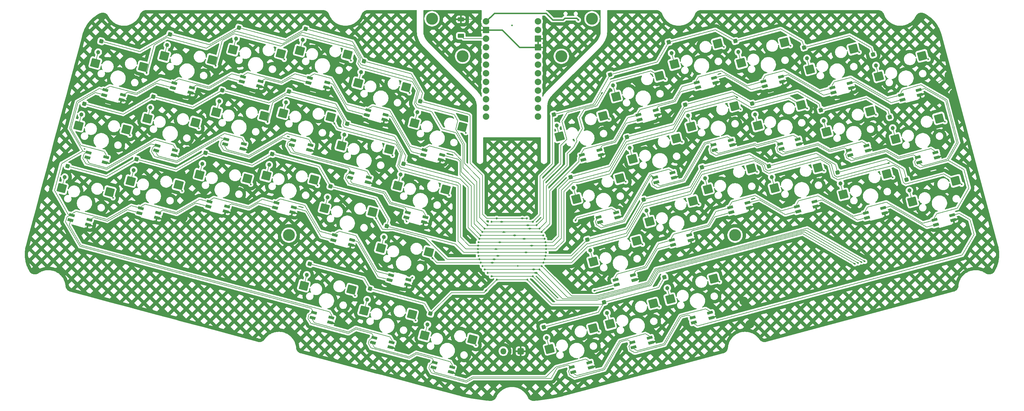
<source format=gbr>
%TF.GenerationSoftware,KiCad,Pcbnew,9.0.4*%
%TF.CreationDate,2025-08-25T00:55:55+03:00*%
%TF.ProjectId,MOKETA,4d4f4b45-5441-42e6-9b69-6361645f7063,rev?*%
%TF.SameCoordinates,Original*%
%TF.FileFunction,Copper,L2,Bot*%
%TF.FilePolarity,Positive*%
%FSLAX46Y46*%
G04 Gerber Fmt 4.6, Leading zero omitted, Abs format (unit mm)*
G04 Created by KiCad (PCBNEW 9.0.4) date 2025-08-25 00:55:55*
%MOMM*%
%LPD*%
G01*
G04 APERTURE LIST*
G04 Aperture macros list*
%AMRoundRect*
0 Rectangle with rounded corners*
0 $1 Rounding radius*
0 $2 $3 $4 $5 $6 $7 $8 $9 X,Y pos of 4 corners*
0 Add a 4 corners polygon primitive as box body*
4,1,4,$2,$3,$4,$5,$6,$7,$8,$9,$2,$3,0*
0 Add four circle primitives for the rounded corners*
1,1,$1+$1,$2,$3*
1,1,$1+$1,$4,$5*
1,1,$1+$1,$6,$7*
1,1,$1+$1,$8,$9*
0 Add four rect primitives between the rounded corners*
20,1,$1+$1,$2,$3,$4,$5,0*
20,1,$1+$1,$4,$5,$6,$7,0*
20,1,$1+$1,$6,$7,$8,$9,0*
20,1,$1+$1,$8,$9,$2,$3,0*%
%AMHorizOval*
0 Thick line with rounded ends*
0 $1 width*
0 $2 $3 position (X,Y) of the first rounded end (center of the circle)*
0 $4 $5 position (X,Y) of the second rounded end (center of the circle)*
0 Add line between two ends*
20,1,$1,$2,$3,$4,$5,0*
0 Add two circle primitives to create the rounded ends*
1,1,$1,$2,$3*
1,1,$1,$4,$5*%
G04 Aperture macros list end*
%TA.AperFunction,Conductor*%
%ADD10C,0.300001*%
%TD*%
%TA.AperFunction,Conductor*%
%ADD11C,0.200000*%
%TD*%
%TA.AperFunction,Conductor*%
%ADD12C,0.300000*%
%TD*%
%TA.AperFunction,Conductor*%
%ADD13C,0.400000*%
%TD*%
%TA.AperFunction,Conductor*%
%ADD14C,0.300002*%
%TD*%
%TA.AperFunction,Conductor*%
%ADD15C,0.299999*%
%TD*%
%TA.AperFunction,Conductor*%
%ADD16C,0.300004*%
%TD*%
%TA.AperFunction,Conductor*%
%ADD17C,0.299996*%
%TD*%
%TA.AperFunction,SMDPad,CuDef*%
%ADD18RoundRect,0.097561X-0.648523X-0.486879X0.805077X-0.097388X0.648523X0.486879X-0.805077X0.097388X0*%
%TD*%
%TA.AperFunction,SMDPad,CuDef*%
%ADD19RoundRect,0.103659X-0.637741X-0.503559X0.804079X-0.117224X0.637741X0.503559X-0.804079X0.117224X0*%
%TD*%
%TA.AperFunction,SMDPad,CuDef*%
%ADD20RoundRect,0.200000X-0.766610X-1.292453X1.310130X-0.735992X0.766610X1.292453X-1.310130X0.735992X0*%
%TD*%
%TA.AperFunction,ComponentPad*%
%ADD21O,1.900000X1.900000*%
%TD*%
%TA.AperFunction,ComponentPad*%
%ADD22RoundRect,0.250000X-0.700000X-0.700000X0.700000X-0.700000X0.700000X0.700000X-0.700000X0.700000X0*%
%TD*%
%TA.AperFunction,SMDPad,CuDef*%
%ADD23RoundRect,0.200000X-1.310130X-0.735992X0.766610X-1.292453X1.310130X0.735992X-0.766610X1.292453X0*%
%TD*%
%TA.AperFunction,SMDPad,CuDef*%
%ADD24RoundRect,0.250000X-0.247487X0.428661X-0.428661X-0.247487X0.247487X-0.428661X0.428661X0.247487X0*%
%TD*%
%TA.AperFunction,SMDPad,CuDef*%
%ADD25HorizOval,1.200000X0.000000X0.000000X0.000000X0.000000X0*%
%TD*%
%TA.AperFunction,ComponentPad*%
%ADD26C,3.500000*%
%TD*%
%TA.AperFunction,SMDPad,CuDef*%
%ADD27RoundRect,0.097561X-0.805077X-0.097388X0.648523X-0.486879X0.805077X0.097388X-0.648523X0.486879X0*%
%TD*%
%TA.AperFunction,SMDPad,CuDef*%
%ADD28RoundRect,0.103659X-0.804079X-0.117224X0.637741X-0.503559X0.804079X0.117224X-0.637741X0.503559X0*%
%TD*%
%TA.AperFunction,SMDPad,CuDef*%
%ADD29RoundRect,0.250000X-0.428661X0.247487X-0.247487X-0.428661X0.428661X-0.247487X0.247487X0.428661X0*%
%TD*%
%TA.AperFunction,SMDPad,CuDef*%
%ADD30HorizOval,1.200000X0.000000X0.000000X0.000000X0.000000X0*%
%TD*%
%TA.AperFunction,SMDPad,CuDef*%
%ADD31RoundRect,0.200000X-0.700000X0.400000X-0.700000X-0.400000X0.700000X-0.400000X0.700000X0.400000X0*%
%TD*%
%TA.AperFunction,ComponentPad*%
%ADD32O,1.800000X1.800000*%
%TD*%
%TA.AperFunction,ComponentPad*%
%ADD33RoundRect,0.250000X0.650000X-0.650000X0.650000X0.650000X-0.650000X0.650000X-0.650000X-0.650000X0*%
%TD*%
%TA.AperFunction,ViaPad*%
%ADD34C,0.500000*%
%TD*%
%TA.AperFunction,ViaPad*%
%ADD35C,0.600000*%
%TD*%
G04 APERTURE END LIST*
%TO.N,R5*%
D10*
X193545729Y-164465126D02*
G75*
G02*
X193245729Y-164465126I-150000J0D01*
G01*
X193245729Y-164465126D02*
G75*
G02*
X193545729Y-164465126I150000J0D01*
G01*
D11*
%TO.N,C2*%
X262363223Y-171123965D02*
X264095271Y-172123968D01*
%TO.N,C5*%
X191586204Y-188986703D02*
X192586206Y-190718757D01*
%TO.N,C2*%
X135389896Y-105072734D02*
X136389902Y-106804781D01*
%TO.N,C4*%
D12*
X193795731Y-165465128D02*
G75*
G02*
X193495731Y-165465128I-150000J0D01*
G01*
X193495731Y-165465128D02*
G75*
G02*
X193795731Y-165465128I150000J0D01*
G01*
D11*
%TO.N,C1*%
X246447731Y-111651913D02*
X248179783Y-112651910D01*
%TO.N,R6*%
D10*
X207845730Y-171465123D02*
G75*
G02*
X207545730Y-171465123I-150000J0D01*
G01*
X207545730Y-171465123D02*
G75*
G02*
X207845730Y-171465123I150000J0D01*
G01*
%TO.N,LED3*%
D12*
X196195731Y-169465123D02*
G75*
G02*
X195895731Y-169465123I-150000J0D01*
G01*
X195895731Y-169465123D02*
G75*
G02*
X196195731Y-169465123I150000J0D01*
G01*
D13*
%TO.N,GND*%
X210828193Y-103277847D02*
X212828193Y-103277847D01*
D11*
%TO.N,C0*%
X85156240Y-145726550D02*
X86156244Y-147458605D01*
%TO.N,R5*%
D14*
X213145732Y-164465125D02*
G75*
G02*
X212845730Y-164465125I-150001J0D01*
G01*
X212845730Y-164465125D02*
G75*
G02*
X213145732Y-164465125I150001J0D01*
G01*
%TO.N,R3*%
D12*
X193545731Y-160465123D02*
G75*
G02*
X193245731Y-160465123I-150000J0D01*
G01*
X193245731Y-160465123D02*
G75*
G02*
X193545731Y-160465123I150000J0D01*
G01*
%TO.N,R2*%
D15*
X193795731Y-159465128D02*
G75*
G02*
X193495733Y-159465128I-149999J0D01*
G01*
X193495733Y-159465128D02*
G75*
G02*
X193795731Y-159465128I149999J0D01*
G01*
%TO.N,C5*%
X212545730Y-166465127D02*
G75*
G02*
X212245732Y-166465127I-149999J0D01*
G01*
X212245732Y-166465127D02*
G75*
G02*
X212545730Y-166465127I149999J0D01*
G01*
D11*
%TO.N,C2*%
X130472336Y-123425322D02*
X131472341Y-125157371D01*
D13*
%TO.N,GND*%
X210828194Y-103277846D02*
X210828193Y-100737848D01*
%TO.N,C2*%
D12*
X213295731Y-161465122D02*
G75*
G02*
X212995731Y-161465122I-150000J0D01*
G01*
X212995731Y-161465122D02*
G75*
G02*
X213295731Y-161465122I150000J0D01*
G01*
%TO.N,C3*%
D15*
X213345731Y-162465128D02*
G75*
G02*
X213045733Y-162465128I-149999J0D01*
G01*
X213045733Y-162465128D02*
G75*
G02*
X213345731Y-162465128I149999J0D01*
G01*
D11*
%TO.N,C1*%
X105380098Y-143660469D02*
X106380097Y-145392520D01*
%TO.N,LED4*%
D12*
X209445730Y-170465124D02*
G75*
G02*
X209145730Y-170465124I-150000J0D01*
G01*
X209145730Y-170465124D02*
G75*
G02*
X209445730Y-170465124I150000J0D01*
G01*
%TO.N,LED3*%
D15*
X210545731Y-169465124D02*
G75*
G02*
X210245733Y-169465124I-149999J0D01*
G01*
X210245733Y-169465124D02*
G75*
G02*
X210545731Y-169465124I149999J0D01*
G01*
D11*
%TO.N,C5*%
X328469005Y-124118016D02*
X330201058Y-125118018D01*
%TO.N,R1*%
D12*
X197345731Y-154465123D02*
G75*
G02*
X197045731Y-154465123I-150000J0D01*
G01*
X197045731Y-154465123D02*
G75*
G02*
X197345731Y-154465123I150000J0D01*
G01*
%TO.N,C1*%
D15*
X211395731Y-156465127D02*
G75*
G02*
X211095733Y-156465127I-149999J0D01*
G01*
X211095733Y-156465127D02*
G75*
G02*
X211395731Y-156465127I149999J0D01*
G01*
D11*
%TO.N,C5*%
X333366568Y-142470608D02*
X335098618Y-143470604D01*
%TO.N,VCC*%
D12*
X194645731Y-157465123D02*
G75*
G02*
X194345731Y-157465123I-150000J0D01*
G01*
X194345731Y-157465123D02*
G75*
G02*
X194645731Y-157465123I150000J0D01*
G01*
D11*
%TO.N,C3*%
X145139345Y-142097664D02*
X146139343Y-143829719D01*
D13*
%TO.N,GND*%
X210828193Y-100737848D02*
X212828193Y-100737848D01*
%TO.N,VCC*%
D16*
X212020730Y-157465125D02*
G75*
G02*
X211720726Y-157465125I-150002J0D01*
G01*
X211720726Y-157465125D02*
G75*
G02*
X212020730Y-157465125I150002J0D01*
G01*
D11*
%TO.N,C2*%
X268475908Y-120479133D02*
X270207956Y-121479130D01*
X263568347Y-102136546D02*
X265300394Y-103136542D01*
%TO.N,C5*%
X323541444Y-105755430D02*
X325273492Y-106755429D01*
%TO.N,C4*%
X162259955Y-151613039D02*
X163259955Y-153345087D01*
%TO.N,C3*%
X283142919Y-101806789D02*
X284874964Y-102806794D01*
%TO.N,R6*%
D15*
X198895731Y-171465126D02*
G75*
G02*
X198595733Y-171465126I-149999J0D01*
G01*
X198595733Y-171465126D02*
G75*
G02*
X198895731Y-171465126I149999J0D01*
G01*
%TO.N,C0*%
D12*
X196145731Y-155465124D02*
G75*
G02*
X195845731Y-155465124I-150000J0D01*
G01*
X195845731Y-155465124D02*
G75*
G02*
X196145731Y-155465124I150000J0D01*
G01*
D11*
%TO.N,C5*%
X178790461Y-163330719D02*
X179790462Y-165062768D01*
X188625584Y-126625538D02*
X189625579Y-128357588D01*
%TO.N,C1*%
X115215219Y-106955291D02*
X116215221Y-108687337D01*
%TO.N,C0*%
D15*
X210545731Y-155465126D02*
G75*
G02*
X210245733Y-155465126I-149999J0D01*
G01*
X210245733Y-155465126D02*
G75*
G02*
X210545731Y-155465126I149999J0D01*
G01*
D13*
%TO.N,GND*%
X195588193Y-98197847D02*
X193588193Y-98197847D01*
D11*
%TO.N,C4*%
X313152713Y-140394528D02*
X314884767Y-141394530D01*
%TO.N,LED4*%
D15*
X197345730Y-170465126D02*
G75*
G02*
X197045732Y-170465126I-149999J0D01*
G01*
X197045732Y-170465126D02*
G75*
G02*
X197345730Y-170465126I149999J0D01*
G01*
D11*
%TO.N,C5*%
X183708019Y-144978124D02*
X184708021Y-146710180D01*
%TO.N,C1*%
X251345295Y-130004502D02*
X253077347Y-131004503D01*
%TO.N,C5*%
D10*
X194170730Y-166465127D02*
G75*
G02*
X193870730Y-166465127I-150000J0D01*
G01*
X193870730Y-166465127D02*
G75*
G02*
X194170730Y-166465127I150000J0D01*
G01*
%TO.N,R4*%
D12*
X193395732Y-163465126D02*
G75*
G02*
X193095732Y-163465126I-150000J0D01*
G01*
X193095732Y-163465126D02*
G75*
G02*
X193395732Y-163465126I150000J0D01*
G01*
D10*
X213295731Y-163465126D02*
G75*
G02*
X212995731Y-163465126I-150000J0D01*
G01*
X212995731Y-163465126D02*
G75*
G02*
X213295731Y-163465126I150000J0D01*
G01*
D11*
%TO.N,C0*%
X239752351Y-160074774D02*
X241484403Y-161074775D01*
%TO.N,C2*%
X273383467Y-138841725D02*
X275115522Y-139841726D01*
%TO.N,C1*%
D10*
X195295731Y-156465123D02*
G75*
G02*
X194995731Y-156465123I-150000J0D01*
G01*
X194995731Y-156465123D02*
G75*
G02*
X195295731Y-156465123I150000J0D01*
G01*
D11*
%TO.N,C0*%
X234824789Y-141712182D02*
X236556842Y-142712182D01*
X229917226Y-123369591D02*
X231649280Y-124369592D01*
%TO.N,C3*%
X288050476Y-120169385D02*
X289782526Y-121169377D01*
%TO.N,C0*%
X94991373Y-109021366D02*
X95991373Y-110753418D01*
%TO.N,C3*%
X292968034Y-138521978D02*
X294700093Y-139521971D01*
%TO.N,R2*%
D12*
X212895731Y-159465127D02*
G75*
G02*
X212595731Y-159465127I-150000J0D01*
G01*
X212595731Y-159465127D02*
G75*
G02*
X212895731Y-159465127I150000J0D01*
G01*
%TO.N,R0*%
D15*
X198845730Y-153465128D02*
G75*
G02*
X198545732Y-153465128I-149999J0D01*
G01*
X198545732Y-153465128D02*
G75*
G02*
X198845730Y-153465128I149999J0D01*
G01*
D11*
%TO.N,C4*%
X172095081Y-114907853D02*
X173095081Y-116639905D01*
X308235157Y-122051936D02*
X309967208Y-123051937D01*
%TO.N,R1*%
D12*
X209445732Y-154465127D02*
G75*
G02*
X209145732Y-154465127I-150000J0D01*
G01*
X209145732Y-154465127D02*
G75*
G02*
X209445732Y-154465127I150000J0D01*
G01*
%TO.N,LED1*%
X212045730Y-167465124D02*
G75*
G02*
X211745730Y-167465124I-150000J0D01*
G01*
X211745730Y-167465124D02*
G75*
G02*
X212045730Y-167465124I150000J0D01*
G01*
D11*
%TO.N,C0*%
X90073802Y-127373959D02*
X91073808Y-129106010D01*
%TO.N,C3*%
X154974465Y-105392481D02*
X155974465Y-107124533D01*
%TO.N,C1*%
X110297656Y-125307876D02*
X111297661Y-127039928D01*
%TO.N,C0*%
X226956605Y-185730765D02*
X228688656Y-186730764D01*
%TO.N,C4*%
X303327591Y-103699348D02*
X305059639Y-104699346D01*
X173872897Y-181683309D02*
X174872895Y-183415354D01*
%TO.N,C3*%
D10*
X193345730Y-162465127D02*
G75*
G02*
X193045730Y-162465127I-150000J0D01*
G01*
X193045730Y-162465127D02*
G75*
G02*
X193345730Y-162465127I150000J0D01*
G01*
D11*
%TO.N,C1*%
X244659911Y-178437368D02*
X246391961Y-179437370D01*
%TO.N,R3*%
D12*
X213145731Y-160465122D02*
G75*
G02*
X212845731Y-160465122I-150000J0D01*
G01*
X212845731Y-160465122D02*
G75*
G02*
X213145731Y-160465122I150000J0D01*
G01*
%TO.N,LED2*%
D17*
X211395730Y-168465125D02*
G75*
G02*
X211095734Y-168465125I-149998J0D01*
G01*
X211095734Y-168465125D02*
G75*
G02*
X211395730Y-168465125I149998J0D01*
G01*
%TO.N,LEDS*%
D10*
X194145731Y-158465127D02*
G75*
G02*
X193845731Y-158465127I-150000J0D01*
G01*
X193845731Y-158465127D02*
G75*
G02*
X194145731Y-158465127I150000J0D01*
G01*
%TO.N,LED2*%
D12*
X195345731Y-168465127D02*
G75*
G02*
X195045731Y-168465127I-150000J0D01*
G01*
X195045731Y-168465127D02*
G75*
G02*
X195345731Y-168465127I150000J0D01*
G01*
D11*
%TO.N,C2*%
X125554776Y-141777911D02*
X126554772Y-143509962D01*
%TO.N,LED1*%
D12*
X194695731Y-167465127D02*
G75*
G02*
X194395731Y-167465127I-150000J0D01*
G01*
X194395731Y-167465127D02*
G75*
G02*
X194695731Y-167465127I150000J0D01*
G01*
%TO.N,LEDS*%
X212495731Y-158465125D02*
G75*
G02*
X212195731Y-158465125I-150000J0D01*
G01*
X212195731Y-158465125D02*
G75*
G02*
X212495731Y-158465125I150000J0D01*
G01*
%TO.N,C2*%
D10*
X193395731Y-161465122D02*
G75*
G02*
X193095731Y-161465122I-150000J0D01*
G01*
X193095731Y-161465122D02*
G75*
G02*
X193395731Y-161465122I150000J0D01*
G01*
%TO.N,C4*%
D15*
X212895730Y-165465126D02*
G75*
G02*
X212595732Y-165465126I-149999J0D01*
G01*
X212595732Y-165465126D02*
G75*
G02*
X212895730Y-165465126I149999J0D01*
G01*
D11*
X167177519Y-133260442D02*
X168177516Y-134992494D01*
%TO.N,C3*%
X150056902Y-123745077D02*
X151056902Y-125477128D01*
X156159592Y-174379907D02*
X157159590Y-176111959D01*
%TO.N,R0*%
D10*
X207695730Y-153465127D02*
G75*
G02*
X207395730Y-153465127I-150000J0D01*
G01*
X207395730Y-153465127D02*
G75*
G02*
X207695730Y-153465127I150000J0D01*
G01*
%TD*%
D18*
%TO.P,LED22,1,VDD*%
%TO.N,VCC*%
X281855763Y-131591902D03*
D19*
%TO.P,LED22,2,DOUT*%
%TO.N,Net-(LED22-DOUT)*%
X282243992Y-133040791D03*
%TO.P,LED22,3,VSS*%
%TO.N,GND*%
X287363399Y-131669050D03*
D18*
%TO.P,LED22,4,DIN*%
%TO.N,Net-(LED21-DOUT)*%
X286975170Y-130220161D03*
%TD*%
D20*
%TO.P,SW24,1,1*%
%TO.N,C5*%
X328469005Y-124118020D03*
%TO.P,SW24,2,2*%
%TO.N,Net-(D24-A)*%
X315748332Y-130156115D03*
%TD*%
D18*
%TO.P,LED11,1,VDD*%
%TO.N,VCC*%
X297132881Y-115121869D03*
D19*
%TO.P,LED11,2,DOUT*%
%TO.N,Net-(LED10-DIN)*%
X297521110Y-116570758D03*
%TO.P,LED11,3,VSS*%
%TO.N,GND*%
X302640517Y-115199017D03*
D18*
%TO.P,LED11,4,DIN*%
%TO.N,Net-(LED11-DIN)*%
X302252288Y-113750128D03*
%TD*%
D21*
%TO.P,U1,1,TX0/D3*%
%TO.N,LEDS*%
X210828193Y-95657847D03*
%TO.P,U1,2,RX1/D2*%
%TO.N,LED1*%
X210828193Y-98197847D03*
D22*
%TO.P,U1,3,GND*%
%TO.N,GND*%
X210828193Y-100737847D03*
%TO.P,U1,4,GND*%
X210828193Y-103277847D03*
D21*
%TO.P,U1,5,2/D1/SDA*%
%TO.N,R0*%
X210828193Y-105817847D03*
%TO.P,U1,6,3/D0/SCL*%
%TO.N,R2*%
X210828193Y-108357847D03*
%TO.P,U1,7,4/D4*%
%TO.N,R4*%
X210828193Y-110897847D03*
%TO.P,U1,8,5/C6*%
%TO.N,C0*%
X210828193Y-113437847D03*
%TO.P,U1,9,6/D7*%
%TO.N,C1*%
X210828193Y-115977847D03*
%TO.P,U1,10,7/E6*%
%TO.N,C2*%
X210828193Y-118517847D03*
%TO.P,U1,11,8/B4*%
%TO.N,LED2*%
X210828193Y-121057847D03*
%TO.P,U1,12,9/B5*%
%TO.N,LED3*%
X210828193Y-123597847D03*
%TO.P,U1,13,B6/10*%
%TO.N,R6*%
X195588193Y-123597847D03*
%TO.P,U1,14,B2/16*%
%TO.N,LED4*%
X195588193Y-121057847D03*
%TO.P,U1,15,B3/14*%
%TO.N,C5*%
X195588193Y-118517847D03*
%TO.P,U1,16,B1/15*%
%TO.N,C4*%
X195588193Y-115977847D03*
%TO.P,U1,17,F7/A0*%
%TO.N,C3*%
X195588193Y-113437847D03*
%TO.P,U1,18,F6/A1*%
%TO.N,R5*%
X195588193Y-110897847D03*
%TO.P,U1,19,F5/A2*%
%TO.N,R3*%
X195588193Y-108357847D03*
%TO.P,U1,20,F4/A3*%
%TO.N,R1*%
X195588193Y-105817847D03*
%TO.P,U1,21,VCC*%
%TO.N,VCC*%
X195588193Y-103277847D03*
%TO.P,U1,22,RST*%
%TO.N,RST*%
X195588193Y-100737847D03*
D22*
%TO.P,U1,23,GND*%
%TO.N,GND*%
X195588193Y-98197847D03*
D21*
%TO.P,U1,24,RAW*%
%TO.N,VBUS*%
X195588193Y-95657847D03*
%TD*%
D20*
%TO.P,SW8,1,1*%
%TO.N,C1*%
X246447735Y-111651915D03*
%TO.P,SW8,2,2*%
%TO.N,Net-(D8-A)*%
X233727062Y-117690010D03*
%TD*%
%TO.P,SW22,1,1*%
%TO.N,C3*%
X288050476Y-120169380D03*
%TO.P,SW22,2,2*%
%TO.N,Net-(D22-A)*%
X275329803Y-126207475D03*
%TD*%
D18*
%TO.P,LED34,1,VDD*%
%TO.N,VCC*%
X286773323Y-149944493D03*
D19*
%TO.P,LED34,2,DOUT*%
%TO.N,Net-(LED33-DIN)*%
X287161552Y-151393382D03*
%TO.P,LED34,3,VSS*%
%TO.N,GND*%
X292280959Y-150021641D03*
D18*
%TO.P,LED34,4,DIN*%
%TO.N,Net-(LED34-DIN)*%
X291892730Y-148572752D03*
%TD*%
D23*
%TO.P,SW16,1,1*%
%TO.N,C3*%
X150056902Y-123745076D03*
%TO.P,SW16,2,2*%
%TO.N,Net-(D16-A)*%
X136021429Y-122613883D03*
%TD*%
%TO.P,SW6,1,1*%
%TO.N,C5*%
X188625585Y-126625536D03*
%TO.P,SW6,2,2*%
%TO.N,Net-(D6-A)*%
X174590112Y-125494343D03*
%TD*%
D24*
%TO.P,D18,1,K*%
%TO.N,R2*%
X171393693Y-137423525D03*
D25*
%TO.P,D18,2,A*%
%TO.N,Net-(D18-A)*%
X170539593Y-140611081D03*
%TD*%
D24*
%TO.P,D13,1,K*%
%TO.N,R2*%
X77759481Y-119819356D03*
D25*
%TO.P,D13,2,A*%
%TO.N,Net-(D13-A)*%
X76905381Y-123006912D03*
%TD*%
D26*
%TO.P,MH,*%
%TO.N,*%
X179721380Y-94865123D03*
%TD*%
D27*
%TO.P,LED1,1,VDD*%
%TO.N,VCC*%
X83915332Y-115816211D03*
D28*
%TO.P,LED1,2,DOUT*%
%TO.N,Net-(LED1-DOUT)*%
X83527103Y-117265100D03*
%TO.P,LED1,3,VSS*%
%TO.N,GND*%
X88646510Y-118636841D03*
D27*
%TO.P,LED1,4,DIN*%
%TO.N,Net-(LED1-DIN)*%
X89034739Y-117187952D03*
%TD*%
%TO.P,LED18,1,VDD*%
%TO.N,VCC*%
X172631978Y-151772964D03*
D28*
%TO.P,LED18,2,DOUT*%
%TO.N,Net-(LED18-DOUT)*%
X172243749Y-153221853D03*
%TO.P,LED18,3,VSS*%
%TO.N,GND*%
X177363156Y-154593594D03*
D27*
%TO.P,LED18,4,DIN*%
%TO.N,Net-(LED17-DOUT)*%
X177751385Y-153144705D03*
%TD*%
D29*
%TO.P,D8,1,K*%
%TO.N,R1*%
X232005913Y-111266600D03*
D30*
%TO.P,D8,2,A*%
%TO.N,Net-(D8-A)*%
X232860013Y-114454156D03*
%TD*%
D24*
%TO.P,D3,1,K*%
%TO.N,R0*%
X123075570Y-97518132D03*
D25*
%TO.P,D3,2,A*%
%TO.N,Net-(D3-A)*%
X122221470Y-100705688D03*
%TD*%
D24*
%TO.P,D6,1,K*%
%TO.N,R0*%
X176311256Y-119070938D03*
D25*
%TO.P,D6,2,A*%
%TO.N,Net-(D6-A)*%
X175457156Y-122258494D03*
%TD*%
D20*
%TO.P,SW34,1,1*%
%TO.N,C3*%
X292968041Y-138521969D03*
%TO.P,SW34,2,2*%
%TO.N,Net-(D34-A)*%
X280247368Y-144560064D03*
%TD*%
%TO.P,SW10,1,1*%
%TO.N,C3*%
X283142914Y-101806790D03*
%TO.P,SW10,2,2*%
%TO.N,Net-(D10-A)*%
X270422241Y-107844885D03*
%TD*%
D29*
%TO.P,D20,1,K*%
%TO.N,R3*%
X236896158Y-129619194D03*
D30*
%TO.P,D20,2,A*%
%TO.N,Net-(D20-A)*%
X237750258Y-132806750D03*
%TD*%
D20*
%TO.P,SW33,1,1*%
%TO.N,C2*%
X273383469Y-138841727D03*
%TO.P,SW33,2,2*%
%TO.N,Net-(D33-A)*%
X260662796Y-144879822D03*
%TD*%
D27*
%TO.P,LED25,1,VDD*%
%TO.N,VCC*%
X74080207Y-152521388D03*
D28*
%TO.P,LED25,2,DOUT*%
%TO.N,Net-(LED25-DOUT)*%
X73691978Y-153970277D03*
%TO.P,LED25,3,VSS*%
%TO.N,GND*%
X78811385Y-155342018D03*
D27*
%TO.P,LED25,4,DIN*%
%TO.N,Net-(LED25-DIN)*%
X79199614Y-153893129D03*
%TD*%
D20*
%TO.P,SW20,1,1*%
%TO.N,C1*%
X251345297Y-130004505D03*
%TO.P,SW20,2,2*%
%TO.N,Net-(D20-A)*%
X238624624Y-136042600D03*
%TD*%
%TO.P,SW40,1,1*%
%TO.N,C0*%
X226956604Y-185730763D03*
%TO.P,SW40,2,2*%
%TO.N,Net-(D40-A)*%
X214235931Y-191768858D03*
%TD*%
D29*
%TO.P,D12,1,K*%
%TO.N,R1*%
X309099627Y-105370117D03*
D30*
%TO.P,D12,2,A*%
%TO.N,Net-(D12-A)*%
X309953727Y-108557673D03*
%TD*%
D29*
%TO.P,D36,1,K*%
%TO.N,R5*%
X318924748Y-142085297D03*
D30*
%TO.P,D36,2,A*%
%TO.N,Net-(D36-A)*%
X319778848Y-145272853D03*
%TD*%
D26*
%TO.P,MH,*%
%TO.N,*%
X268622596Y-158376602D03*
%TD*%
D27*
%TO.P,LED30,1,VDD*%
%TO.N,VCC*%
X167714418Y-170125554D03*
D28*
%TO.P,LED30,2,DOUT*%
%TO.N,Net-(LED29-DIN)*%
X167326189Y-171574443D03*
%TO.P,LED30,3,VSS*%
%TO.N,GND*%
X172445596Y-172946184D03*
D27*
%TO.P,LED30,4,DIN*%
%TO.N,Net-(LED18-DOUT)*%
X172833825Y-171497295D03*
%TD*%
D20*
%TO.P,SW35,1,1*%
%TO.N,C4*%
X313152715Y-140394528D03*
%TO.P,SW35,2,2*%
%TO.N,Net-(D35-A)*%
X300432042Y-146432623D03*
%TD*%
D31*
%TO.P,SW43,1,1*%
%TO.N,GND*%
X188195731Y-95065123D03*
%TO.P,SW43,2,2*%
%TO.N,RST*%
X188195731Y-99865123D03*
%TD*%
D23*
%TO.P,SW29,1,1*%
%TO.N,C4*%
X162259957Y-151613036D03*
%TO.P,SW29,2,2*%
%TO.N,Net-(D29-A)*%
X148224484Y-150481843D03*
%TD*%
%TO.P,SW3,1,1*%
%TO.N,C2*%
X135389897Y-105072730D03*
%TO.P,SW3,2,2*%
%TO.N,Net-(D3-A)*%
X121354424Y-103941537D03*
%TD*%
D18*
%TO.P,LED23,1,VDD*%
%TO.N,VCC*%
X302040441Y-133474458D03*
D19*
%TO.P,LED23,2,DOUT*%
%TO.N,Net-(LED23-DOUT)*%
X302428670Y-134923347D03*
%TO.P,LED23,3,VSS*%
%TO.N,GND*%
X307548077Y-133551606D03*
D18*
%TO.P,LED23,4,DIN*%
%TO.N,Net-(LED22-DOUT)*%
X307159848Y-132102717D03*
%TD*%
D27*
%TO.P,LED39,1,VDD*%
%TO.N,VCC*%
X180510164Y-195781540D03*
D28*
%TO.P,LED39,2,DOUT*%
%TO.N,Net-(LED39-DOUT)*%
X180121935Y-197230429D03*
%TO.P,LED39,3,VSS*%
%TO.N,GND*%
X185241342Y-198602170D03*
D27*
%TO.P,LED39,4,DIN*%
%TO.N,Net-(LED38-DOUT)*%
X185629571Y-197153281D03*
%TD*%
D24*
%TO.P,D29,1,K*%
%TO.N,R4*%
X149945627Y-144058434D03*
D25*
%TO.P,D29,2,A*%
%TO.N,Net-(D29-A)*%
X149091527Y-147245990D03*
%TD*%
D24*
%TO.P,D39,1,K*%
%TO.N,R6*%
X179271879Y-181432111D03*
D25*
%TO.P,D39,2,A*%
%TO.N,Net-(D39-A)*%
X178417779Y-184619667D03*
%TD*%
D24*
%TO.P,D2,1,K*%
%TO.N,R0*%
X102900891Y-99400688D03*
D25*
%TO.P,D2,2,A*%
%TO.N,Net-(D2-A)*%
X102046791Y-102588244D03*
%TD*%
D18*
%TO.P,LED40,1,VDD*%
%TO.N,VCC*%
X220761892Y-197153284D03*
D19*
%TO.P,LED40,2,DOUT*%
%TO.N,Net-(LED40-DOUT)*%
X221150121Y-198602173D03*
%TO.P,LED40,3,VSS*%
%TO.N,GND*%
X226269528Y-197230432D03*
D18*
%TO.P,LED40,4,DIN*%
%TO.N,Net-(LED39-DOUT)*%
X225881299Y-195781543D03*
%TD*%
D23*
%TO.P,SW5,1,1*%
%TO.N,C4*%
X172095079Y-114907855D03*
%TO.P,SW5,2,2*%
%TO.N,Net-(D5-A)*%
X158059606Y-113776662D03*
%TD*%
%TO.P,SW25,1,1*%
%TO.N,C0*%
X85156245Y-145726550D03*
%TO.P,SW25,2,2*%
%TO.N,Net-(D25-A)*%
X71120772Y-144595357D03*
%TD*%
D18*
%TO.P,LED10,1,VDD*%
%TO.N,VCC*%
X276948201Y-113229311D03*
D19*
%TO.P,LED10,2,DOUT*%
%TO.N,Net-(LED10-DOUT)*%
X277336430Y-114678200D03*
%TO.P,LED10,3,VSS*%
%TO.N,GND*%
X282455837Y-113306459D03*
D18*
%TO.P,LED10,4,DIN*%
%TO.N,Net-(LED10-DIN)*%
X282067608Y-111857570D03*
%TD*%
D26*
%TO.P,MH,*%
%TO.N,*%
X188721372Y-105849998D03*
%TD*%
D27*
%TO.P,LED38,1,VDD*%
%TO.N,VCC*%
X162796857Y-188478141D03*
D28*
%TO.P,LED38,2,DOUT*%
%TO.N,Net-(LED38-DOUT)*%
X162408628Y-189927030D03*
%TO.P,LED38,3,VSS*%
%TO.N,GND*%
X167528035Y-191298771D03*
D27*
%TO.P,LED38,4,DIN*%
%TO.N,Net-(LED37-DOUT)*%
X167916264Y-189849882D03*
%TD*%
D23*
%TO.P,SW27,1,1*%
%TO.N,C2*%
X125554774Y-141777910D03*
%TO.P,SW27,2,2*%
%TO.N,Net-(D27-A)*%
X111519301Y-140646717D03*
%TD*%
D24*
%TO.P,D30,1,K*%
%TO.N,R4*%
X166476133Y-155776118D03*
D25*
%TO.P,D30,2,A*%
%TO.N,Net-(D30-A)*%
X165622033Y-158963674D03*
%TD*%
D24*
%TO.P,D37,1,K*%
%TO.N,R6*%
X143845266Y-166825305D03*
D25*
%TO.P,D37,2,A*%
%TO.N,Net-(D37-A)*%
X142991166Y-170012861D03*
%TD*%
D23*
%TO.P,SW17,1,1*%
%TO.N,C4*%
X167177520Y-133260446D03*
%TO.P,SW17,2,2*%
%TO.N,Net-(D17-A)*%
X153142047Y-132129253D03*
%TD*%
D18*
%TO.P,LED12,1,VDD*%
%TO.N,VCC*%
X317346732Y-117177949D03*
D19*
%TO.P,LED12,2,DOUT*%
%TO.N,Net-(LED11-DIN)*%
X317734961Y-118626838D03*
%TO.P,LED12,3,VSS*%
%TO.N,GND*%
X322854368Y-117255097D03*
D18*
%TO.P,LED12,4,DIN*%
%TO.N,Net-(LED12-DIN)*%
X322466139Y-115806208D03*
%TD*%
D24*
%TO.P,D27,1,K*%
%TO.N,R4*%
X113240446Y-134223311D03*
D25*
%TO.P,D27,2,A*%
%TO.N,Net-(D27-A)*%
X112386346Y-137410867D03*
%TD*%
D24*
%TO.P,D16,1,K*%
%TO.N,R2*%
X137742574Y-116190479D03*
D25*
%TO.P,D16,2,A*%
%TO.N,Net-(D16-A)*%
X136888474Y-119378035D03*
%TD*%
D29*
%TO.P,D19,1,K*%
%TO.N,R3*%
X220382969Y-141326872D03*
D30*
%TO.P,D19,2,A*%
%TO.N,Net-(D19-A)*%
X221237069Y-144514428D03*
%TD*%
D29*
%TO.P,D35,1,K*%
%TO.N,R5*%
X298710895Y-140009213D03*
D30*
%TO.P,D35,2,A*%
%TO.N,Net-(D35-A)*%
X299564995Y-143196769D03*
%TD*%
D23*
%TO.P,SW28,1,1*%
%TO.N,C3*%
X145139344Y-142097669D03*
%TO.P,SW28,2,2*%
%TO.N,Net-(D28-A)*%
X131103871Y-140966476D03*
%TD*%
D27*
%TO.P,LED6,1,VDD*%
%TO.N,VCC*%
X177549546Y-133420371D03*
D28*
%TO.P,LED6,2,DOUT*%
%TO.N,Net-(LED5-DIN)*%
X177161317Y-134869260D03*
%TO.P,LED6,3,VSS*%
%TO.N,GND*%
X182280724Y-136241001D03*
D27*
%TO.P,LED6,4,DIN*%
%TO.N,LEDS*%
X182668953Y-134792112D03*
%TD*%
D26*
%TO.P,MH,*%
%TO.N,*%
X137748870Y-158376599D03*
%TD*%
D24*
%TO.P,D25,1,K*%
%TO.N,R4*%
X72841919Y-138171950D03*
D25*
%TO.P,D25,2,A*%
%TO.N,Net-(D25-A)*%
X71987819Y-141359506D03*
%TD*%
D24*
%TO.P,D17,1,K*%
%TO.N,R2*%
X154863185Y-125705845D03*
D25*
%TO.P,D17,2,A*%
%TO.N,Net-(D17-A)*%
X154009085Y-128893401D03*
%TD*%
D29*
%TO.P,D22,1,K*%
%TO.N,R3*%
X273601335Y-119784068D03*
D30*
%TO.P,D22,2,A*%
%TO.N,Net-(D22-A)*%
X274455435Y-122971624D03*
%TD*%
D23*
%TO.P,SW39,1,1*%
%TO.N,C5*%
X191586205Y-188986706D03*
%TO.P,SW39,2,2*%
%TO.N,Net-(D39-A)*%
X177550732Y-187855513D03*
%TD*%
D24*
%TO.P,D38,1,K*%
%TO.N,R6*%
X161558567Y-174128709D03*
D25*
%TO.P,D38,2,A*%
%TO.N,Net-(D38-A)*%
X160704467Y-177316265D03*
%TD*%
D29*
%TO.P,D33,1,K*%
%TO.N,R5*%
X258941650Y-138456415D03*
D30*
%TO.P,D33,2,A*%
%TO.N,Net-(D33-A)*%
X259795750Y-141643971D03*
%TD*%
D20*
%TO.P,SW7,1,1*%
%TO.N,C0*%
X229917231Y-123369592D03*
%TO.P,SW7,2,2*%
%TO.N,Net-(D7-A)*%
X217196558Y-129407687D03*
%TD*%
D29*
%TO.P,D10,1,K*%
%TO.N,R1*%
X268701095Y-101421474D03*
D30*
%TO.P,D10,2,A*%
%TO.N,Net-(D10-A)*%
X269555195Y-104609030D03*
%TD*%
D24*
%TO.P,D5,1,K*%
%TO.N,R0*%
X159780753Y-107353251D03*
D25*
%TO.P,D5,2,A*%
%TO.N,Net-(D5-A)*%
X158926653Y-110540807D03*
%TD*%
D20*
%TO.P,SW9,1,1*%
%TO.N,C2*%
X263568345Y-102136547D03*
%TO.P,SW9,2,2*%
%TO.N,Net-(D9-A)*%
X250847672Y-108174642D03*
%TD*%
D24*
%TO.P,D14,1,K*%
%TO.N,R2*%
X97983332Y-117753276D03*
D25*
%TO.P,D14,2,A*%
%TO.N,Net-(D14-A)*%
X97129232Y-120940832D03*
%TD*%
D26*
%TO.P,MH,*%
%TO.N,*%
X226670082Y-94865120D03*
%TD*%
D20*
%TO.P,SW32,1,1*%
%TO.N,C1*%
X256262860Y-148357092D03*
%TO.P,SW32,2,2*%
%TO.N,Net-(D32-A)*%
X243542187Y-154395187D03*
%TD*%
D29*
%TO.P,D9,1,K*%
%TO.N,R1*%
X249126525Y-101751230D03*
D30*
%TO.P,D9,2,A*%
%TO.N,Net-(D9-A)*%
X249980625Y-104938786D03*
%TD*%
D29*
%TO.P,D24,1,K*%
%TO.N,R3*%
X314027188Y-123732708D03*
D30*
%TO.P,D24,2,A*%
%TO.N,Net-(D24-A)*%
X314881288Y-126920264D03*
%TD*%
D24*
%TO.P,D15,1,K*%
%TO.N,R2*%
X118158007Y-115870721D03*
D25*
%TO.P,D15,2,A*%
%TO.N,Net-(D15-A)*%
X117303907Y-119058277D03*
%TD*%
D29*
%TO.P,D42,1,K*%
%TO.N,R6*%
X247921402Y-170738651D03*
D30*
%TO.P,D42,2,A*%
%TO.N,Net-(D42-A)*%
X248775502Y-173926207D03*
%TD*%
D32*
%TO.P,J1,1,BAT+*%
%TO.N,Net-(J1-BAT+)*%
X200655733Y-192450000D03*
D33*
%TO.P,J1,2,BAT-*%
%TO.N,GND*%
X205735733Y-192450000D03*
%TD*%
D27*
%TO.P,LED28,1,VDD*%
%TO.N,VCC*%
X134063300Y-148892506D03*
D28*
%TO.P,LED28,2,DOUT*%
%TO.N,Net-(LED27-DIN)*%
X133675071Y-150341395D03*
%TO.P,LED28,3,VSS*%
%TO.N,GND*%
X138794478Y-151713136D03*
D27*
%TO.P,LED28,4,DIN*%
%TO.N,Net-(LED28-DIN)*%
X139182707Y-150264247D03*
%TD*%
D23*
%TO.P,SW30,1,1*%
%TO.N,C5*%
X178790460Y-163330713D03*
%TO.P,SW30,2,2*%
%TO.N,Net-(D30-A)*%
X164754987Y-162199520D03*
%TD*%
D29*
%TO.P,D21,1,K*%
%TO.N,R3*%
X254026769Y-120093829D03*
D30*
%TO.P,D21,2,A*%
%TO.N,Net-(D21-A)*%
X254880869Y-123281385D03*
%TD*%
D18*
%TO.P,LED7,1,VDD*%
%TO.N,VCC*%
X223722517Y-134792113D03*
D19*
%TO.P,LED7,2,DOUT*%
%TO.N,unconnected-(LED7-DOUT-Pad2)*%
X224110746Y-136241002D03*
%TO.P,LED7,3,VSS*%
%TO.N,GND*%
X229230153Y-134869261D03*
D18*
%TO.P,LED7,4,DIN*%
%TO.N,Net-(LED7-DIN)*%
X228841924Y-133420372D03*
%TD*%
%TO.P,LED8,1,VDD*%
%TO.N,VCC*%
X240253019Y-123074431D03*
D19*
%TO.P,LED8,2,DOUT*%
%TO.N,Net-(LED7-DIN)*%
X240641248Y-124523320D03*
%TO.P,LED8,3,VSS*%
%TO.N,GND*%
X245760655Y-123151579D03*
D18*
%TO.P,LED8,4,DIN*%
%TO.N,Net-(LED8-DIN)*%
X245372426Y-121702690D03*
%TD*%
%TO.P,LED36,1,VDD*%
%TO.N,VCC*%
X327171853Y-153893132D03*
D19*
%TO.P,LED36,2,DOUT*%
%TO.N,Net-(LED35-DIN)*%
X327560082Y-155342021D03*
%TO.P,LED36,3,VSS*%
%TO.N,GND*%
X332679489Y-153970280D03*
D18*
%TO.P,LED36,4,DIN*%
%TO.N,Net-(LED36-DIN)*%
X332291260Y-152521391D03*
%TD*%
D20*
%TO.P,SW31,1,1*%
%TO.N,C0*%
X239752348Y-160074777D03*
%TO.P,SW31,2,2*%
%TO.N,Net-(D31-A)*%
X227031675Y-166112872D03*
%TD*%
%TO.P,SW23,1,1*%
%TO.N,C4*%
X308235155Y-122051933D03*
%TO.P,SW23,2,2*%
%TO.N,Net-(D23-A)*%
X295514482Y-128090028D03*
%TD*%
D23*
%TO.P,SW13,1,1*%
%TO.N,C0*%
X90073807Y-127373961D03*
%TO.P,SW13,2,2*%
%TO.N,Net-(D13-A)*%
X76038334Y-126242768D03*
%TD*%
D27*
%TO.P,LED17,1,VDD*%
%TO.N,VCC*%
X156101478Y-140055286D03*
D28*
%TO.P,LED17,2,DOUT*%
%TO.N,Net-(LED17-DOUT)*%
X155713249Y-141504175D03*
%TO.P,LED17,3,VSS*%
%TO.N,GND*%
X160832656Y-142875916D03*
D27*
%TO.P,LED17,4,DIN*%
%TO.N,Net-(LED16-DOUT)*%
X161220885Y-141427027D03*
%TD*%
D20*
%TO.P,SW42,1,1*%
%TO.N,C2*%
X262363222Y-171123964D03*
%TO.P,SW42,2,2*%
%TO.N,Net-(D42-A)*%
X249642549Y-177162059D03*
%TD*%
D23*
%TO.P,SW26,1,1*%
%TO.N,C1*%
X105380094Y-143660471D03*
%TO.P,SW26,2,2*%
%TO.N,Net-(D26-A)*%
X91344621Y-142529278D03*
%TD*%
D20*
%TO.P,SW11,1,1*%
%TO.N,C4*%
X303327591Y-103699349D03*
%TO.P,SW11,2,2*%
%TO.N,Net-(D11-A)*%
X290606918Y-109737444D03*
%TD*%
D18*
%TO.P,LED33,1,VDD*%
%TO.N,VCC*%
X267188753Y-150264253D03*
D19*
%TO.P,LED33,2,DOUT*%
%TO.N,Net-(LED32-DIN)*%
X267576982Y-151713142D03*
%TO.P,LED33,3,VSS*%
%TO.N,GND*%
X272696389Y-150341401D03*
D18*
%TO.P,LED33,4,DIN*%
%TO.N,Net-(LED33-DIN)*%
X272308160Y-148892512D03*
%TD*%
D29*
%TO.P,D7,1,K*%
%TO.N,R1*%
X215475412Y-122984279D03*
D30*
%TO.P,D7,2,A*%
%TO.N,Net-(D7-A)*%
X216329512Y-126171835D03*
%TD*%
D18*
%TO.P,LED31,1,VDD*%
%TO.N,VCC*%
X233557638Y-171497295D03*
D19*
%TO.P,LED31,2,DOUT*%
%TO.N,Net-(LED19-DIN)*%
X233945867Y-172946184D03*
%TO.P,LED31,3,VSS*%
%TO.N,GND*%
X239065274Y-171574443D03*
D18*
%TO.P,LED31,4,DIN*%
%TO.N,Net-(LED31-DIN)*%
X238677045Y-170125554D03*
%TD*%
D27*
%TO.P,LED29,1,VDD*%
%TO.N,VCC*%
X151183916Y-158407871D03*
D28*
%TO.P,LED29,2,DOUT*%
%TO.N,Net-(LED28-DIN)*%
X150795687Y-159856760D03*
%TO.P,LED29,3,VSS*%
%TO.N,GND*%
X155915094Y-161228501D03*
D27*
%TO.P,LED29,4,DIN*%
%TO.N,Net-(LED29-DIN)*%
X156303323Y-159779612D03*
%TD*%
%TO.P,LED14,1,VDD*%
%TO.N,VCC*%
X99221615Y-132102713D03*
D28*
%TO.P,LED14,2,DOUT*%
%TO.N,Net-(LED14-DOUT)*%
X98833386Y-133551602D03*
%TO.P,LED14,3,VSS*%
%TO.N,GND*%
X103952793Y-134923343D03*
D27*
%TO.P,LED14,4,DIN*%
%TO.N,Net-(LED13-DOUT)*%
X104341022Y-133474454D03*
%TD*%
D23*
%TO.P,SW1,1,1*%
%TO.N,C0*%
X94991368Y-109021370D03*
%TO.P,SW1,2,2*%
%TO.N,Net-(D1-A)*%
X80955895Y-107890177D03*
%TD*%
D29*
%TO.P,D23,1,K*%
%TO.N,R3*%
X293786016Y-121666624D03*
D30*
%TO.P,D23,2,A*%
%TO.N,Net-(D23-A)*%
X294640116Y-124854180D03*
%TD*%
D27*
%TO.P,LED5,1,VDD*%
%TO.N,VCC*%
X161019041Y-121702696D03*
D28*
%TO.P,LED5,2,DOUT*%
%TO.N,Net-(LED4-DIN)*%
X160630812Y-123151585D03*
%TO.P,LED5,3,VSS*%
%TO.N,GND*%
X165750219Y-124523326D03*
D27*
%TO.P,LED5,4,DIN*%
%TO.N,Net-(LED5-DIN)*%
X166138448Y-123074437D03*
%TD*%
D20*
%TO.P,SW41,1,1*%
%TO.N,C1*%
X244659912Y-178437363D03*
%TO.P,SW41,2,2*%
%TO.N,Net-(D41-A)*%
X231939239Y-184475458D03*
%TD*%
D27*
%TO.P,LED16,1,VDD*%
%TO.N,VCC*%
X138980864Y-130539918D03*
D28*
%TO.P,LED16,2,DOUT*%
%TO.N,Net-(LED16-DOUT)*%
X138592635Y-131988807D03*
%TO.P,LED16,3,VSS*%
%TO.N,GND*%
X143712042Y-133360548D03*
D27*
%TO.P,LED16,4,DIN*%
%TO.N,Net-(LED15-DOUT)*%
X144100271Y-131911659D03*
%TD*%
D18*
%TO.P,LED21,1,VDD*%
%TO.N,VCC*%
X262281195Y-131901658D03*
D19*
%TO.P,LED21,2,DOUT*%
%TO.N,Net-(LED21-DOUT)*%
X262669424Y-133350547D03*
%TO.P,LED21,3,VSS*%
%TO.N,GND*%
X267788831Y-131978806D03*
D18*
%TO.P,LED21,4,DIN*%
%TO.N,Net-(LED20-DOUT)*%
X267400602Y-130529917D03*
%TD*%
D23*
%TO.P,SW37,1,1*%
%TO.N,C3*%
X156159594Y-174379906D03*
%TO.P,SW37,2,2*%
%TO.N,Net-(D37-A)*%
X142124121Y-173248713D03*
%TD*%
%TO.P,SW15,1,1*%
%TO.N,C2*%
X130472339Y-123425322D03*
%TO.P,SW15,2,2*%
%TO.N,Net-(D15-A)*%
X116436866Y-122294129D03*
%TD*%
D29*
%TO.P,D11,1,K*%
%TO.N,R1*%
X288885774Y-103314034D03*
D30*
%TO.P,D11,2,A*%
%TO.N,Net-(D11-A)*%
X289739874Y-106501590D03*
%TD*%
D18*
%TO.P,LED9,1,VDD*%
%TO.N,VCC*%
X257373631Y-113559065D03*
D19*
%TO.P,LED9,2,DOUT*%
%TO.N,Net-(LED8-DIN)*%
X257761860Y-115007954D03*
%TO.P,LED9,3,VSS*%
%TO.N,GND*%
X262881267Y-113636213D03*
D18*
%TO.P,LED9,4,DIN*%
%TO.N,Net-(LED10-DOUT)*%
X262493038Y-112187324D03*
%TD*%
%TO.P,LED19,1,VDD*%
%TO.N,VCC*%
X228630074Y-153134710D03*
D19*
%TO.P,LED19,2,DOUT*%
%TO.N,Net-(LED19-DOUT)*%
X229018303Y-154583599D03*
%TO.P,LED19,3,VSS*%
%TO.N,GND*%
X234137710Y-153211858D03*
D18*
%TO.P,LED19,4,DIN*%
%TO.N,Net-(LED19-DIN)*%
X233749481Y-151762969D03*
%TD*%
D27*
%TO.P,LED15,1,VDD*%
%TO.N,VCC*%
X119396293Y-130220160D03*
D28*
%TO.P,LED15,2,DOUT*%
%TO.N,Net-(LED15-DOUT)*%
X119008064Y-131669049D03*
%TO.P,LED15,3,VSS*%
%TO.N,GND*%
X124127471Y-133040790D03*
D27*
%TO.P,LED15,4,DIN*%
%TO.N,Net-(LED14-DOUT)*%
X124515700Y-131591901D03*
%TD*%
D29*
%TO.P,D31,1,K*%
%TO.N,R5*%
X225310534Y-159689460D03*
D30*
%TO.P,D31,2,A*%
%TO.N,Net-(D31-A)*%
X226164634Y-162877016D03*
%TD*%
D18*
%TO.P,LED24,1,VDD*%
%TO.N,VCC*%
X322274289Y-135540547D03*
D19*
%TO.P,LED24,2,DOUT*%
%TO.N,Net-(LED12-DIN)*%
X322662518Y-136989436D03*
%TO.P,LED24,3,VSS*%
%TO.N,GND*%
X327781925Y-135617695D03*
D18*
%TO.P,LED24,4,DIN*%
%TO.N,Net-(LED23-DOUT)*%
X327393696Y-134168806D03*
%TD*%
D29*
%TO.P,D41,1,K*%
%TO.N,R6*%
X230218095Y-178052059D03*
D30*
%TO.P,D41,2,A*%
%TO.N,Net-(D41-A)*%
X231072195Y-181239615D03*
%TD*%
D18*
%TO.P,LED41,1,VDD*%
%TO.N,VCC*%
X238465202Y-189859885D03*
D19*
%TO.P,LED41,2,DOUT*%
%TO.N,Net-(LED41-DOUT)*%
X238853431Y-191308774D03*
%TO.P,LED41,3,VSS*%
%TO.N,GND*%
X243972838Y-189937033D03*
D18*
%TO.P,LED41,4,DIN*%
%TO.N,Net-(LED40-DOUT)*%
X243584609Y-188488144D03*
%TD*%
D27*
%TO.P,LED26,1,VDD*%
%TO.N,VCC*%
X94304056Y-150455308D03*
D28*
%TO.P,LED26,2,DOUT*%
%TO.N,Net-(LED25-DIN)*%
X93915827Y-151904197D03*
%TO.P,LED26,3,VSS*%
%TO.N,GND*%
X99035234Y-153275938D03*
D27*
%TO.P,LED26,4,DIN*%
%TO.N,Net-(LED26-DIN)*%
X99423463Y-151827049D03*
%TD*%
D24*
%TO.P,D26,1,K*%
%TO.N,R4*%
X93065768Y-136105870D03*
D25*
%TO.P,D26,2,A*%
%TO.N,Net-(D26-A)*%
X92211668Y-139293426D03*
%TD*%
D24*
%TO.P,D1,1,K*%
%TO.N,R0*%
X82677041Y-101466765D03*
D25*
%TO.P,D1,2,A*%
%TO.N,Net-(D1-A)*%
X81822941Y-104654321D03*
%TD*%
D27*
%TO.P,LED27,1,VDD*%
%TO.N,VCC*%
X114478732Y-148572752D03*
D28*
%TO.P,LED27,2,DOUT*%
%TO.N,Net-(LED26-DIN)*%
X114090503Y-150021641D03*
%TO.P,LED27,3,VSS*%
%TO.N,GND*%
X119209910Y-151393382D03*
D27*
%TO.P,LED27,4,DIN*%
%TO.N,Net-(LED27-DIN)*%
X119598139Y-149944493D03*
%TD*%
D23*
%TO.P,SW4,1,1*%
%TO.N,C3*%
X154974466Y-105392488D03*
%TO.P,SW4,2,2*%
%TO.N,Net-(D4-A)*%
X140938993Y-104261295D03*
%TD*%
D20*
%TO.P,SW12,1,1*%
%TO.N,C5*%
X323541447Y-105755426D03*
%TO.P,SW12,2,2*%
%TO.N,Net-(D12-A)*%
X310820774Y-111793521D03*
%TD*%
D18*
%TO.P,LED32,1,VDD*%
%TO.N,VCC*%
X250068143Y-159779616D03*
D19*
%TO.P,LED32,2,DOUT*%
%TO.N,Net-(LED31-DIN)*%
X250456372Y-161228505D03*
%TO.P,LED32,3,VSS*%
%TO.N,GND*%
X255575779Y-159856764D03*
D18*
%TO.P,LED32,4,DIN*%
%TO.N,Net-(LED32-DIN)*%
X255187550Y-158407875D03*
%TD*%
D27*
%TO.P,LED3,1,VDD*%
%TO.N,VCC*%
X124313861Y-111867566D03*
D28*
%TO.P,LED3,2,DOUT*%
%TO.N,Net-(LED2-DIN)*%
X123925632Y-113316455D03*
%TO.P,LED3,3,VSS*%
%TO.N,GND*%
X129045039Y-114688196D03*
D27*
%TO.P,LED3,4,DIN*%
%TO.N,Net-(LED3-DIN)*%
X129433268Y-113239307D03*
%TD*%
D23*
%TO.P,SW14,1,1*%
%TO.N,C1*%
X110297660Y-125307878D03*
%TO.P,SW14,2,2*%
%TO.N,Net-(D14-A)*%
X96262187Y-124176685D03*
%TD*%
%TO.P,SW18,1,1*%
%TO.N,C5*%
X183708022Y-144978126D03*
%TO.P,SW18,2,2*%
%TO.N,Net-(D18-A)*%
X169672549Y-143846933D03*
%TD*%
D27*
%TO.P,LED13,1,VDD*%
%TO.N,VCC*%
X78997766Y-134168800D03*
D28*
%TO.P,LED13,2,DOUT*%
%TO.N,Net-(LED13-DOUT)*%
X78609537Y-135617689D03*
%TO.P,LED13,3,VSS*%
%TO.N,GND*%
X83728944Y-136989430D03*
D27*
%TO.P,LED13,4,DIN*%
%TO.N,Net-(LED1-DOUT)*%
X84117173Y-135540541D03*
%TD*%
D23*
%TO.P,SW38,1,1*%
%TO.N,C4*%
X173872899Y-181683309D03*
%TO.P,SW38,2,2*%
%TO.N,Net-(D38-A)*%
X159837426Y-180552116D03*
%TD*%
D20*
%TO.P,SW36,1,1*%
%TO.N,C5*%
X333366568Y-142470608D03*
%TO.P,SW36,2,2*%
%TO.N,Net-(D36-A)*%
X320645895Y-148508703D03*
%TD*%
D24*
%TO.P,D4,1,K*%
%TO.N,R0*%
X142660137Y-97837885D03*
D25*
%TO.P,D4,2,A*%
%TO.N,Net-(D4-A)*%
X141806037Y-101025441D03*
%TD*%
D20*
%TO.P,SW19,1,1*%
%TO.N,C0*%
X234824789Y-141712181D03*
%TO.P,SW19,2,2*%
%TO.N,Net-(D19-A)*%
X222104116Y-147750276D03*
%TD*%
D27*
%TO.P,LED37,1,VDD*%
%TO.N,VCC*%
X145083554Y-181174743D03*
D28*
%TO.P,LED37,2,DOUT*%
%TO.N,Net-(LED37-DOUT)*%
X144695325Y-182623632D03*
%TO.P,LED37,3,VSS*%
%TO.N,GND*%
X149814732Y-183995373D03*
D27*
%TO.P,LED37,4,DIN*%
%TO.N,Net-(LED25-DOUT)*%
X150202961Y-182546484D03*
%TD*%
D26*
%TO.P,MH,*%
%TO.N,*%
X217670090Y-105880245D03*
%TD*%
D29*
%TO.P,D32,1,K*%
%TO.N,R5*%
X241821041Y-147971782D03*
D30*
%TO.P,D32,2,A*%
%TO.N,Net-(D32-A)*%
X242675141Y-151159338D03*
%TD*%
D18*
%TO.P,LED20,1,VDD*%
%TO.N,VCC*%
X245150583Y-141427023D03*
D19*
%TO.P,LED20,2,DOUT*%
%TO.N,Net-(LED20-DOUT)*%
X245538812Y-142875912D03*
%TO.P,LED20,3,VSS*%
%TO.N,GND*%
X250658219Y-141504171D03*
D18*
%TO.P,LED20,4,DIN*%
%TO.N,Net-(LED19-DOUT)*%
X250269990Y-140055282D03*
%TD*%
D24*
%TO.P,D28,1,K*%
%TO.N,R4*%
X132825017Y-134543070D03*
D25*
%TO.P,D28,2,A*%
%TO.N,Net-(D28-A)*%
X131970917Y-137730626D03*
%TD*%
D20*
%TO.P,SW21,1,1*%
%TO.N,C2*%
X268475904Y-120479137D03*
%TO.P,SW21,2,2*%
%TO.N,Net-(D21-A)*%
X255755231Y-126517232D03*
%TD*%
D23*
%TO.P,SW2,1,1*%
%TO.N,C1*%
X115215221Y-106955291D03*
%TO.P,SW2,2,2*%
%TO.N,Net-(D2-A)*%
X101179748Y-105824098D03*
%TD*%
D27*
%TO.P,LED2,1,VDD*%
%TO.N,VCC*%
X104139179Y-113750124D03*
D28*
%TO.P,LED2,2,DOUT*%
%TO.N,Net-(LED1-DIN)*%
X103750950Y-115199013D03*
%TO.P,LED2,3,VSS*%
%TO.N,GND*%
X108870357Y-116570754D03*
D27*
%TO.P,LED2,4,DIN*%
%TO.N,Net-(LED2-DIN)*%
X109258586Y-115121865D03*
%TD*%
%TO.P,LED4,1,VDD*%
%TO.N,VCC*%
X143898426Y-112187328D03*
D28*
%TO.P,LED4,2,DOUT*%
%TO.N,Net-(LED3-DIN)*%
X143510197Y-113636217D03*
%TO.P,LED4,3,VSS*%
%TO.N,GND*%
X148629604Y-115007958D03*
D27*
%TO.P,LED4,4,DIN*%
%TO.N,Net-(LED4-DIN)*%
X149017833Y-113559069D03*
%TD*%
D29*
%TO.P,D34,1,K*%
%TO.N,R5*%
X278526219Y-138136658D03*
D30*
%TO.P,D34,2,A*%
%TO.N,Net-(D34-A)*%
X279380319Y-141324214D03*
%TD*%
D18*
%TO.P,LED42,1,VDD*%
%TO.N,VCC*%
X256168505Y-182546487D03*
D19*
%TO.P,LED42,2,DOUT*%
%TO.N,Net-(LED36-DIN)*%
X256556734Y-183995376D03*
%TO.P,LED42,3,VSS*%
%TO.N,GND*%
X261676141Y-182623635D03*
D18*
%TO.P,LED42,4,DIN*%
%TO.N,Net-(LED41-DOUT)*%
X261287912Y-181174746D03*
%TD*%
D29*
%TO.P,D40,1,K*%
%TO.N,R6*%
X212514787Y-185345456D03*
D30*
%TO.P,D40,2,A*%
%TO.N,Net-(D40-A)*%
X213368887Y-188533012D03*
%TD*%
D18*
%TO.P,LED35,1,VDD*%
%TO.N,VCC*%
X306958003Y-151817053D03*
D19*
%TO.P,LED35,2,DOUT*%
%TO.N,Net-(LED34-DIN)*%
X307346232Y-153265942D03*
%TO.P,LED35,3,VSS*%
%TO.N,GND*%
X312465639Y-151894201D03*
D18*
%TO.P,LED35,4,DIN*%
%TO.N,Net-(LED35-DIN)*%
X312077410Y-150445312D03*
%TD*%
D34*
%TO.N,Net-(J1-BAT+)*%
X203200000Y-96850000D03*
%TO.N,GND*%
X326252934Y-114600841D03*
X106745733Y-153265120D03*
X107995733Y-133615120D03*
X334206246Y-122102902D03*
X332782744Y-116790313D03*
X331359239Y-111477719D03*
X272991601Y-184495864D03*
X271179867Y-177734383D03*
X103001599Y-110884379D03*
X101189866Y-117645860D03*
X108557465Y-146503639D03*
X106184001Y-140376602D03*
X329935734Y-106165128D03*
X205600000Y-173500000D03*
X327435733Y-119015123D03*
%TO.N,Net-(LED18-DOUT)*%
X172285522Y-154391626D03*
X173985730Y-170842212D03*
%TO.N,Net-(LED19-DIN)*%
X227322137Y-174667321D03*
X221809293Y-154093102D03*
D35*
%TO.N,VBUS*%
X222645730Y-95215125D03*
D34*
%TO.N,R0*%
X206199000Y-153465127D03*
%TO.N,R1*%
X200150000Y-154465123D03*
%TO.N,R2*%
X206749000Y-159465127D03*
%TO.N,R3*%
X199600000Y-160465122D03*
%TO.N,R4*%
X207300000Y-163465126D03*
%TO.N,R5*%
X199050000Y-164465125D03*
%TO.N,R6*%
X195605429Y-174605429D03*
%TO.N,C0*%
X236556842Y-142712182D03*
X228688656Y-186730764D03*
X231649280Y-124369592D03*
X86156244Y-147458605D03*
X91073808Y-129106010D03*
X241484403Y-161074775D03*
X207850000Y-155465126D03*
X229570519Y-116584831D03*
X95991373Y-110753418D03*
%TO.N,LEDS*%
X203950000Y-158465124D03*
%TO.N,LED1*%
X306692323Y-166107084D03*
X204850000Y-167465124D03*
%TO.N,C5*%
X325273492Y-106755429D03*
X330201058Y-125118018D03*
X189625579Y-128357588D03*
X197389194Y-166465127D03*
X179790462Y-165062768D03*
X335098618Y-143470604D03*
X184708021Y-146710180D03*
X192586206Y-190718757D03*
%TO.N,LED3*%
X304740188Y-166549021D03*
X210100000Y-169465125D03*
%TO.N,LED2*%
X209550000Y-168465125D03*
X305706113Y-166290202D03*
%TO.N,C3*%
X155974465Y-107124533D03*
X289782526Y-121169377D03*
X146139343Y-143829719D03*
X294700093Y-139521971D03*
X157159590Y-176111959D03*
X198489194Y-162465127D03*
X284874964Y-102806794D03*
X151056902Y-125477128D03*
%TO.N,C2*%
X275115522Y-139841726D03*
X265300394Y-103136542D03*
X131472341Y-125157371D03*
X264095271Y-172123968D03*
X269267926Y-117970889D03*
X136389902Y-106804781D03*
X270207956Y-121479130D03*
X126554772Y-143509962D03*
X208950000Y-161465122D03*
%TO.N,VCC*%
X200800000Y-157465126D03*
%TO.N,LED4*%
X303774262Y-166807841D03*
X197195731Y-170465126D03*
%TO.N,C4*%
X313771278Y-137238922D03*
X197939194Y-165465126D03*
X174872895Y-183415354D03*
X309967208Y-123051937D03*
X168177516Y-134992494D03*
X173095081Y-116639905D03*
X314884767Y-141394530D03*
X305059639Y-104699346D03*
X163259955Y-153345087D03*
%TO.N,C1*%
X257994910Y-149357096D03*
X253077347Y-131004503D03*
X246391961Y-179437370D03*
X111297661Y-127039928D03*
X116215221Y-108687337D03*
X106380097Y-145392520D03*
X208400000Y-156465127D03*
X248179783Y-112651910D03*
%TD*%
D11*
%TO.N,Net-(D1-A)*%
X80955895Y-107890178D02*
X81822938Y-104654318D01*
%TO.N,Net-(D2-A)*%
X101179748Y-105824097D02*
X102046794Y-102588237D01*
%TO.N,Net-(D3-A)*%
X121354425Y-103941535D02*
X122221467Y-100705683D01*
%TO.N,Net-(D4-A)*%
X140938993Y-104261289D02*
X141806038Y-101025441D01*
%TO.N,Net-(D5-A)*%
X158059606Y-113776658D02*
X158926651Y-110540811D01*
%TO.N,Net-(D6-A)*%
X174590110Y-125494339D02*
X175457160Y-122258490D01*
%TO.N,Net-(D7-A)*%
X216329515Y-126171838D02*
X216329511Y-126171836D01*
X217196558Y-129407689D02*
X216329515Y-126171838D01*
%TO.N,Net-(D8-A)*%
X232860020Y-114454158D02*
X232860014Y-114454157D01*
X233727064Y-117690007D02*
X232860020Y-114454158D01*
%TO.N,Net-(D9-A)*%
X250847670Y-108174644D02*
X249980626Y-104938787D01*
%TO.N,Net-(D10-A)*%
X269555198Y-104609031D02*
X269555194Y-104609033D01*
X270422241Y-107844889D02*
X269555198Y-104609031D01*
%TO.N,Net-(D11-A)*%
X289739875Y-106501594D02*
X289739876Y-106501588D01*
X290606918Y-109737442D02*
X289739875Y-106501594D01*
%TO.N,Net-(D12-A)*%
X309953731Y-108557674D02*
X309953726Y-108557674D01*
X310820773Y-111793524D02*
X309953731Y-108557674D01*
%TO.N,Net-(D13-A)*%
X76038334Y-126242770D02*
X76905382Y-123006916D01*
%TO.N,Net-(D14-A)*%
X96262186Y-124176689D02*
X97129232Y-120940837D01*
%TO.N,Net-(D15-A)*%
X116436864Y-122294131D02*
X117303909Y-119058274D01*
%TO.N,Net-(D16-A)*%
X136021435Y-122613880D02*
X136888476Y-119378031D01*
%TO.N,Net-(D17-A)*%
X153142048Y-132129251D02*
X154009088Y-128893401D01*
%TO.N,Net-(D18-A)*%
X169672545Y-143846934D02*
X170539592Y-140611079D01*
%TO.N,Net-(D19-A)*%
X221237074Y-144514430D02*
X221237070Y-144514427D01*
X222104116Y-147750280D02*
X221237074Y-144514430D01*
%TO.N,Net-(D20-A)*%
X238624625Y-136042597D02*
X237758923Y-132811754D01*
X237758923Y-132811754D02*
X237750256Y-132806751D01*
%TO.N,Net-(D21-A)*%
X254889527Y-123286380D02*
X254880868Y-123281386D01*
X255755230Y-126517232D02*
X254889527Y-123286380D01*
%TO.N,Net-(D22-A)*%
X275329805Y-126207473D02*
X274464102Y-122976628D01*
X274464102Y-122976628D02*
X274455436Y-122971623D01*
%TO.N,Net-(D23-A)*%
X295514482Y-128090029D02*
X294648779Y-124859182D01*
X294648779Y-124859182D02*
X294640116Y-124854180D01*
%TO.N,Net-(D24-A)*%
X315748330Y-130156117D02*
X314881289Y-126920264D01*
%TO.N,Net-(D25-A)*%
X71120770Y-144595355D02*
X71987814Y-141359505D01*
%TO.N,Net-(D26-A)*%
X91344623Y-142529275D02*
X92211665Y-139293427D01*
%TO.N,Net-(D27-A)*%
X111519299Y-140646722D02*
X112386341Y-137410869D01*
%TO.N,Net-(D28-A)*%
X131103870Y-140966473D02*
X131970915Y-137730623D01*
%TO.N,Net-(D29-A)*%
X148224484Y-150481846D02*
X149091526Y-147245994D01*
%TO.N,Net-(D30-A)*%
X164754990Y-162199521D02*
X165622031Y-158963669D01*
%TO.N,Net-(D31-A)*%
X227031675Y-166112869D02*
X226164631Y-162877019D01*
X226164631Y-162877019D02*
X226164632Y-162877016D01*
%TO.N,Net-(D32-A)*%
X242675144Y-151159341D02*
X242675139Y-151159337D01*
X243542188Y-154395190D02*
X242675144Y-151159341D01*
%TO.N,Net-(D33-A)*%
X260662797Y-144879827D02*
X259795751Y-141643970D01*
%TO.N,Net-(D34-A)*%
X279380326Y-141324217D02*
X279380318Y-141324213D01*
X280247369Y-144560062D02*
X279380326Y-141324217D01*
%TO.N,Net-(D35-A)*%
X299565001Y-143196772D02*
X299564995Y-143196769D01*
X300432043Y-146432627D02*
X299565001Y-143196772D01*
%TO.N,Net-(D36-A)*%
X320645897Y-148508703D02*
X319778849Y-145272856D01*
X319778849Y-145272856D02*
X319778849Y-145272856D01*
%TO.N,Net-(D37-A)*%
X142124118Y-173248713D02*
X142991162Y-170012860D01*
%TO.N,Net-(D38-A)*%
X159837427Y-180552111D02*
X160704474Y-177316265D01*
%TO.N,Net-(D39-A)*%
X177550734Y-187855512D02*
X178417781Y-184619660D01*
%TO.N,Net-(D40-A)*%
X214235929Y-191768860D02*
X213368886Y-188533011D01*
%TO.N,Net-(D41-A)*%
X231939240Y-184475463D02*
X231072197Y-181239610D01*
%TO.N,Net-(D42-A)*%
X249642548Y-177162062D02*
X248775506Y-173926214D01*
X248775506Y-173926214D02*
X248775503Y-173926209D01*
%TO.N,Net-(LED1-DOUT)*%
X75869234Y-119467301D02*
X73847891Y-127011058D01*
X83531722Y-133819474D02*
X84246570Y-135057631D01*
X80963157Y-116526323D02*
X75869234Y-119467301D01*
X73847891Y-127011058D02*
X76725863Y-131995855D01*
X76725863Y-131995855D02*
X83531722Y-133819474D01*
X83540042Y-117216800D02*
X80963157Y-116526323D01*
X84246570Y-135057631D02*
X84104233Y-135588838D01*
%TO.N,Net-(LED1-DIN)*%
X90381121Y-116451433D02*
X89021796Y-117236240D01*
X103763894Y-115150715D02*
X98844792Y-113832645D01*
X98844792Y-113832645D02*
X93063856Y-117170270D01*
X93063856Y-117170270D02*
X90381121Y-116451433D01*
%TO.N,GND*%
X326252934Y-114600841D02*
X331359239Y-111477719D01*
X192455469Y-95065123D02*
X195588194Y-98197847D01*
X188195731Y-95065123D02*
X192455469Y-95065123D01*
D13*
X205377847Y-103277846D02*
X210828193Y-103277847D01*
X195588193Y-98197847D02*
X200297847Y-98197847D01*
X200297847Y-98197847D02*
X205377847Y-103277846D01*
D11*
%TO.N,Net-(LED2-DIN)*%
X110629476Y-114371208D02*
X109245644Y-115170159D01*
X123938568Y-113268158D02*
X119835523Y-112168747D01*
X119835523Y-112168747D02*
X114311797Y-115357878D01*
X114311797Y-115357878D02*
X110629476Y-114371208D01*
%TO.N,Net-(LED3-DIN)*%
X130816407Y-112481584D02*
X129420323Y-113287608D01*
X138318937Y-112193451D02*
X135599877Y-113763305D01*
X135599877Y-113763305D02*
X130816407Y-112481584D01*
X143523138Y-113587911D02*
X138318937Y-112193451D01*
%TO.N,Net-(LED4-DIN)*%
X155025927Y-121597993D02*
X150670150Y-114053565D01*
X160643753Y-123103281D02*
X155025927Y-121597993D01*
X150670150Y-114053565D02*
X149004892Y-113607363D01*
%TO.N,Net-(LED5-DIN)*%
X173768400Y-133908368D02*
X167800421Y-123571521D01*
X177174256Y-134820965D02*
X173768400Y-133908368D01*
X167800421Y-123571521D02*
X166125502Y-123122731D01*
%TO.N,Net-(LED7-DIN)*%
X229617993Y-132146889D02*
X233517536Y-131102007D01*
X236742488Y-125516230D02*
X240628306Y-124475026D01*
X233517536Y-131102007D02*
X236742488Y-125516230D01*
X228854861Y-133468671D02*
X229617993Y-132146889D01*
%TO.N,Net-(LED8-DIN)*%
X251024319Y-119164148D02*
X252665352Y-116321797D01*
X252665352Y-116321797D02*
X257748920Y-114959666D01*
X246120212Y-120478197D02*
X251024319Y-119164148D01*
X245385369Y-121750988D02*
X246120212Y-120478197D01*
%TO.N,Net-(LED10-DOUT)*%
X265836071Y-111343327D02*
X273365502Y-115690446D01*
X273365502Y-115690446D02*
X277323489Y-114629905D01*
X262505980Y-112235619D02*
X265836071Y-111343327D01*
%TO.N,Net-(LED10-DIN)*%
X282080548Y-111905870D02*
X284256192Y-111322907D01*
X284256192Y-111322907D02*
X294608039Y-117299547D01*
X294608039Y-117299547D02*
X297508166Y-116522460D01*
%TO.N,Net-(LED11-DIN)*%
X314411200Y-119465670D02*
X317722018Y-118578545D01*
X303856655Y-113372006D02*
X314411200Y-119465670D01*
X302265226Y-113798425D02*
X303856655Y-113372006D01*
%TO.N,Net-(LED12-DIN)*%
X333697744Y-131204318D02*
X330410744Y-118937061D01*
X324249807Y-115380041D02*
X322479077Y-115854506D01*
X322649577Y-136941132D02*
X322791914Y-137472338D01*
X330863758Y-136112924D02*
X333697744Y-131204318D01*
X323742390Y-138021090D02*
X330863758Y-136112924D01*
X322791914Y-137472338D02*
X323742390Y-138021090D01*
X330410744Y-118937061D02*
X324249807Y-115380041D01*
%TO.N,Net-(LED13-DOUT)*%
X78480147Y-136100591D02*
X79179586Y-137312068D01*
X104470419Y-132991547D02*
X104328086Y-133522755D01*
X78622479Y-135569393D02*
X78480147Y-136100591D01*
X103812139Y-131851370D02*
X104470419Y-132991547D01*
X84254508Y-138671885D02*
X98522788Y-130434097D01*
X79179586Y-137312068D02*
X84254508Y-138671885D01*
X98522788Y-130434097D02*
X103812139Y-131851370D01*
%TO.N,Net-(LED14-DOUT)*%
X104834551Y-136628777D02*
X118857882Y-128532408D01*
X124645098Y-131108994D02*
X124502761Y-131640192D01*
X99353941Y-135160251D02*
X104834551Y-136628777D01*
X98846334Y-133503311D02*
X98703996Y-134034511D01*
X118857882Y-128532408D02*
X123944387Y-129895333D01*
X98703996Y-134034511D02*
X99353941Y-135160251D01*
X123944387Y-129895333D02*
X124645098Y-131108994D01*
%TO.N,Net-(LED15-DOUT)*%
X119021007Y-131620756D02*
X118878669Y-132151952D01*
X118878669Y-132151952D02*
X119556906Y-133326687D01*
X143571384Y-130288567D02*
X144229664Y-131428747D01*
X144229664Y-131428747D02*
X144087331Y-131959951D01*
X137171216Y-128573653D02*
X143571384Y-130288567D01*
X125964802Y-135043684D02*
X137171216Y-128573653D01*
X119556906Y-133326687D02*
X125964802Y-135043684D01*
%TO.N,Net-(LED16-DOUT)*%
X160614214Y-139669217D02*
X161350276Y-140944116D01*
X139325321Y-133964874D02*
X160614214Y-139669217D01*
X161350276Y-140944116D02*
X161207940Y-141475322D01*
X138605576Y-131940508D02*
X138463241Y-132471710D01*
X138463241Y-132471710D02*
X139325321Y-133964874D01*
%TO.N,Net-(LED17-DOUT)*%
X165905836Y-145745843D02*
X167673600Y-148807705D01*
X155883666Y-142506369D02*
X156262084Y-143161815D01*
X156262084Y-143161815D02*
X165905836Y-145745843D01*
X155726184Y-141455876D02*
X156135738Y-141565621D01*
X167673600Y-148807705D02*
X177116436Y-151337910D01*
X177880780Y-152661795D02*
X177738448Y-153192999D01*
X177116436Y-151337910D02*
X177880780Y-152661795D01*
X156135738Y-141565621D02*
X155883666Y-142506369D01*
%TO.N,Net-(LED18-DOUT)*%
X172820885Y-171545592D02*
X172830660Y-171509098D01*
X172256696Y-153173556D02*
X172042907Y-153971409D01*
X172830660Y-171509098D02*
X173985730Y-170842212D01*
X172042907Y-153971409D02*
X172285522Y-154391626D01*
%TO.N,Net-(LED19-DOUT)*%
X243736170Y-140485002D02*
X249190119Y-139023622D01*
X230098172Y-155615256D02*
X235897942Y-154061212D01*
X235897942Y-154061212D02*
X243736170Y-140485002D01*
X250140598Y-139572375D02*
X250282927Y-140103581D01*
X229147700Y-155066502D02*
X230098172Y-155615256D01*
X229005364Y-154535300D02*
X229147700Y-155066502D01*
X249190119Y-139023622D02*
X250140598Y-139572375D01*
%TO.N,Net-(LED19-DIN)*%
X233932927Y-172897892D02*
X227324420Y-174668636D01*
X227324420Y-174668636D02*
X227322137Y-174667321D01*
X233620091Y-151280059D02*
X233762420Y-151811266D01*
X232407991Y-150580257D02*
X233620091Y-151280059D01*
X221809293Y-154093102D02*
X222268910Y-153297010D01*
X222268910Y-153297010D02*
X232407991Y-150580257D01*
%TO.N,Net-(LED20-DOUT)*%
X267271208Y-130047008D02*
X267413545Y-130578212D01*
X253428008Y-142083023D02*
X259664034Y-131281913D01*
X259664034Y-131281913D02*
X266320730Y-129498258D01*
X246618677Y-143907580D02*
X253428008Y-142083023D01*
X266320730Y-129498258D02*
X267271208Y-130047008D01*
X245525870Y-142827623D02*
X245668206Y-143358825D01*
X245668206Y-143358825D02*
X246618677Y-143907580D01*
%TO.N,Net-(LED21-DOUT)*%
X262798814Y-133833458D02*
X263749288Y-134382210D01*
X285700498Y-129076035D02*
X286845774Y-129737254D01*
X275144636Y-131904466D02*
X285700498Y-129076035D01*
X263749288Y-134382210D02*
X274463657Y-131511304D01*
X274463657Y-131511304D02*
X275144636Y-131904466D01*
X286845774Y-129737254D02*
X286988110Y-130268459D01*
X262656478Y-133302253D02*
X262798814Y-133833458D01*
%TO.N,Net-(LED22-DOUT)*%
X296432717Y-133499040D02*
X305894251Y-130963826D01*
X282373391Y-133523697D02*
X283323859Y-134072453D01*
X282231049Y-132992494D02*
X282373391Y-133523697D01*
X292955735Y-131491606D02*
X296432717Y-133499040D01*
X283323859Y-134072453D02*
X292955735Y-131491606D01*
X307030456Y-131619809D02*
X307172791Y-132151012D01*
X305894251Y-130963826D02*
X307030456Y-131619809D01*
%TO.N,Net-(LED23-DOUT)*%
X316648802Y-135536141D02*
X326088193Y-133006866D01*
X302415727Y-134875057D02*
X302558063Y-135406257D01*
X326088193Y-133006866D02*
X327264305Y-133685890D01*
X327264305Y-133685890D02*
X327406639Y-134217099D01*
X302558063Y-135406257D02*
X303508535Y-135955009D01*
X303508535Y-135955009D02*
X312979032Y-133417398D01*
X312979032Y-133417398D02*
X316648802Y-135536141D01*
%TO.N,Net-(LED25-DOUT)*%
X149652857Y-180886660D02*
X150332354Y-182063576D01*
X76681085Y-161333935D02*
X149652857Y-180886660D01*
X150332354Y-182063576D02*
X150190018Y-182594780D01*
X73291842Y-155463596D02*
X76681085Y-161333935D01*
X73704917Y-153921980D02*
X73291842Y-155463596D01*
%TO.N,Net-(LED25-DIN)*%
X84476182Y-154261465D02*
X90318343Y-150888490D01*
X90318343Y-150888490D02*
X93928770Y-151855897D01*
X80484769Y-153191966D02*
X84476182Y-154261465D01*
X79186669Y-153941424D02*
X80484769Y-153191966D01*
%TO.N,Net-(LED26-DIN)*%
X104801804Y-152201944D02*
X110386771Y-148977463D01*
X110386771Y-148977463D02*
X114103444Y-149973345D01*
X100733117Y-151111741D02*
X104801804Y-152201944D01*
X99410523Y-151875338D02*
X100733117Y-151111741D01*
%TO.N,Net-(LED27-DIN)*%
X128773592Y-148976280D02*
X133688014Y-150293098D01*
X125993291Y-150581486D02*
X128773592Y-148976280D01*
X119585201Y-149992785D02*
X120920040Y-149222115D01*
X120920040Y-149222115D02*
X125993291Y-150581486D01*
%TO.N,Net-(LED28-DIN)*%
X139169769Y-150312539D02*
X142863468Y-151302270D01*
X142863468Y-151302270D02*
X147219246Y-158846696D01*
X147219246Y-158846696D02*
X150808629Y-159808468D01*
%TO.N,Net-(LED29-DIN)*%
X156290380Y-159827914D02*
X157965297Y-160276703D01*
X157965297Y-160276703D02*
X163933275Y-170613547D01*
X163933275Y-170613547D02*
X167339134Y-171526144D01*
%TO.N,Net-(LED31-DIN)*%
X245754828Y-162436515D02*
X250443430Y-161180207D01*
X238689987Y-170173851D02*
X239488470Y-168790829D01*
X242561573Y-167967395D02*
X245754828Y-162436515D01*
X239488470Y-168790829D02*
X242561573Y-167967395D01*
%TO.N,Net-(LED32-DIN)*%
X255200489Y-158456175D02*
X256002393Y-157067243D01*
X256002393Y-157067243D02*
X261026747Y-155720968D01*
X262600726Y-152994756D02*
X267564044Y-151664846D01*
X261026747Y-155720968D02*
X262600726Y-152994756D01*
%TO.N,Net-(LED33-DIN)*%
X283354177Y-152361807D02*
X287148613Y-151345090D01*
X275809746Y-148006029D02*
X283354177Y-152361807D01*
X272321103Y-148940807D02*
X275809746Y-148006029D01*
%TO.N,Net-(LED34-DIN)*%
X304524754Y-153970186D02*
X307333290Y-153217645D01*
X294196566Y-148007204D02*
X304524754Y-153970186D01*
X291905674Y-148621046D02*
X294196566Y-148007204D01*
%TO.N,Net-(LED35-DIN)*%
X312090348Y-150493606D02*
X314304632Y-149900296D01*
X314304632Y-149900296D02*
X324882837Y-156007625D01*
X324882837Y-156007625D02*
X327547140Y-155293725D01*
%TO.N,Net-(LED36-DIN)*%
X335256921Y-164228738D02*
X338742816Y-158190990D01*
X256686130Y-184478284D02*
X257636605Y-185027039D01*
X338742816Y-158190990D02*
X337578131Y-153844323D01*
X337578131Y-153844323D02*
X334398456Y-152008537D01*
X256543794Y-183947078D02*
X256686130Y-184478284D01*
X334398456Y-152008537D02*
X332304202Y-152569691D01*
X257636605Y-185027039D02*
X335256921Y-164228738D01*
%TO.N,Net-(LED37-DOUT)*%
X168045656Y-189366974D02*
X167903321Y-189898183D01*
X167387377Y-188226799D02*
X168045656Y-189366974D01*
X145159307Y-184134306D02*
X155160447Y-186814098D01*
X157364988Y-185541315D02*
X167387377Y-188226799D01*
X144708265Y-182575337D02*
X144565925Y-183106543D01*
X155160447Y-186814098D02*
X157364988Y-185541315D01*
X144565925Y-183106543D02*
X145159307Y-184134306D01*
%TO.N,Net-(LED38-DOUT)*%
X185758968Y-196670373D02*
X185616634Y-197201577D01*
X162827989Y-191360413D02*
X172980023Y-194080645D01*
X162279235Y-190409936D02*
X162827989Y-191360413D01*
X185086542Y-195505704D02*
X185758968Y-196670373D01*
X175131766Y-192838332D02*
X185086542Y-195505704D01*
X172980023Y-194080645D02*
X175131766Y-192838332D01*
X162421569Y-189878738D02*
X162279235Y-190409936D01*
%TO.N,Net-(LED39-DOUT)*%
X216112633Y-197078041D02*
X224801432Y-194749883D01*
X189751263Y-201131612D02*
X191671507Y-200022960D01*
X191671507Y-200022960D02*
X191902177Y-200022957D01*
X191902177Y-200022957D02*
X191902182Y-200022961D01*
X224801432Y-194749883D02*
X225751906Y-195298641D01*
X213167713Y-200022961D02*
X216112633Y-197078041D01*
X180134876Y-197182138D02*
X179992540Y-197713340D01*
X179992540Y-197713340D02*
X180541297Y-198663813D01*
X180541297Y-198663813D02*
X189751263Y-201131612D01*
X191902182Y-200022961D02*
X213167713Y-200022961D01*
X225751906Y-195298641D02*
X225894242Y-195829841D01*
%TO.N,Net-(LED40-DOUT)*%
X230020226Y-197546450D02*
X234741032Y-189369767D01*
X234741032Y-189369767D02*
X242307186Y-187342430D01*
X243455214Y-188005243D02*
X243597547Y-188536443D01*
X221137180Y-198553879D02*
X221279519Y-199085085D01*
X221279519Y-199085085D02*
X222229988Y-199633841D01*
X242307186Y-187342430D02*
X243455214Y-188005243D01*
X222229988Y-199633841D02*
X230020226Y-197546450D01*
%TO.N,Net-(LED41-DOUT)*%
X239933296Y-192340436D02*
X247747849Y-190246532D01*
X252494871Y-182024453D02*
X259988755Y-180016473D01*
X247747849Y-190246532D02*
X252494871Y-182024453D01*
X261158522Y-180691839D02*
X261300860Y-181223046D01*
X238840485Y-191260479D02*
X238982822Y-191791684D01*
X238982822Y-191791684D02*
X239933296Y-192340436D01*
X259988755Y-180016473D02*
X261158522Y-180691839D01*
%TO.N,RST*%
X188195732Y-99865123D02*
X189068456Y-100737847D01*
X189068456Y-100737847D02*
X195588193Y-100737847D01*
D13*
%TO.N,VBUS*%
X213150000Y-93250000D02*
X197996040Y-93250000D01*
X222144730Y-94714125D02*
X222645730Y-95215125D01*
X197996040Y-93250000D02*
X195588192Y-95657847D01*
X215115125Y-95215125D02*
X213150000Y-93250000D01*
X218145730Y-95215125D02*
X218646730Y-94714125D01*
X218145730Y-95215125D02*
X215115125Y-95215125D01*
X218646730Y-94714125D02*
X222144730Y-94714125D01*
D11*
%TO.N,R0*%
X123075573Y-97518129D02*
X114453365Y-102496163D01*
X176311256Y-119070933D02*
X176935296Y-116741989D01*
X194545731Y-140865123D02*
X190945733Y-137265126D01*
X156414924Y-101523473D02*
X142660140Y-97837891D01*
X206199000Y-153465127D02*
X201700000Y-153465127D01*
X194545731Y-152245731D02*
X194545731Y-140865123D01*
X201699997Y-153465124D02*
X195765124Y-153465124D01*
X190945733Y-123315180D02*
X190504571Y-122874022D01*
X102900893Y-99400689D02*
X94045986Y-104513068D01*
X190504571Y-122874022D02*
X176311256Y-119070933D01*
X94045986Y-104513068D02*
X82677044Y-101466767D01*
X190945733Y-137265126D02*
X190945733Y-123315180D01*
X142660140Y-97837891D02*
X136830354Y-101203717D01*
X195765124Y-153465124D02*
X194545731Y-152245731D01*
X136830354Y-101203717D02*
X123075573Y-97518129D01*
X201700000Y-153465127D02*
X201699997Y-153465124D01*
X206199000Y-153465127D02*
X207545730Y-153465127D01*
X173662167Y-111072773D02*
X159780751Y-107353254D01*
X176935296Y-116741989D02*
X173662167Y-111072773D01*
X159780751Y-107353254D02*
X156414924Y-101523473D01*
X114453365Y-102496163D02*
X102900893Y-99400689D01*
%TO.N,R1*%
X308571014Y-103397323D02*
X302232516Y-99737783D01*
X245760700Y-107581017D02*
X232005913Y-111266601D01*
X200150004Y-154465128D02*
X209295732Y-154465127D01*
X302232516Y-99737783D02*
X288885773Y-103314031D01*
X268701097Y-101421475D02*
X262886310Y-98064307D01*
X209295732Y-154465127D02*
X211445732Y-152315124D01*
X211445732Y-152315124D02*
X211445732Y-141080068D01*
X200150000Y-154465123D02*
X197195731Y-154465123D01*
X249126527Y-101751234D02*
X245760700Y-107581017D01*
X215050000Y-123409690D02*
X215475411Y-122984279D01*
X288885773Y-103314031D02*
X288402410Y-101510103D01*
X215475410Y-122984283D02*
X227027882Y-119888807D01*
X211445732Y-141080068D02*
X215050000Y-137475800D01*
X262886310Y-98064307D02*
X249126527Y-101751234D01*
X200150000Y-154465123D02*
X200150004Y-154465128D01*
X227027882Y-119888807D02*
X232005913Y-111266601D01*
X288402410Y-101510103D02*
X282052501Y-97843979D01*
X282052501Y-97843979D02*
X268701097Y-101421475D01*
X309099622Y-105370116D02*
X308571014Y-103397323D01*
X215050000Y-137475800D02*
X215050000Y-123409690D01*
%TO.N,R2*%
X131912791Y-119556303D02*
X118158009Y-115870724D01*
X137742580Y-116190478D02*
X131912791Y-119556303D01*
X190345730Y-156165126D02*
X190345730Y-144265120D01*
X89128425Y-122865656D02*
X77759477Y-119819357D01*
X190345730Y-144265120D02*
X187925845Y-141845235D01*
X206749000Y-159465127D02*
X212745731Y-159465127D01*
X171393693Y-137423528D02*
X172017731Y-135094578D01*
X187925845Y-141845235D02*
X187895733Y-141845231D01*
X172017731Y-135094578D02*
X168744606Y-129425362D01*
X168744606Y-129425362D02*
X154863189Y-125705844D01*
X109535802Y-120848753D02*
X97983331Y-117753276D01*
X206748999Y-159465128D02*
X193645732Y-159465128D01*
X154863189Y-125705844D02*
X151497362Y-119876060D01*
X97983331Y-117753276D02*
X89128425Y-122865656D01*
X187895733Y-141845231D02*
X171393693Y-137423528D01*
X118158009Y-115870724D02*
X109535802Y-120848753D01*
X206749000Y-159465127D02*
X206748999Y-159465128D01*
X151497362Y-119876060D02*
X137742580Y-116190478D01*
X193645732Y-159465128D02*
X190345730Y-156165126D01*
%TO.N,R3*%
X236896156Y-129619198D02*
X231921787Y-138235052D01*
X293786013Y-121666625D02*
X293299483Y-119850867D01*
X216900000Y-144809840D02*
X220382970Y-141326870D01*
X199249999Y-160465123D02*
X193395731Y-160465123D01*
X254026767Y-120093827D02*
X250655941Y-125932269D01*
X231921787Y-138235052D02*
X220382970Y-141326869D01*
X250655941Y-125932269D02*
X236896156Y-129619198D01*
X307144587Y-118087206D02*
X293786013Y-121666625D01*
X199600000Y-160465122D02*
X215134878Y-160465122D01*
X267762892Y-116413245D02*
X254026767Y-120093827D01*
X215134878Y-160465122D02*
X216900000Y-158700000D01*
X314027184Y-123732705D02*
X313497239Y-121754906D01*
X273601339Y-119784073D02*
X267762892Y-116413245D01*
X216900000Y-158700000D02*
X216900000Y-144809840D01*
X199600000Y-160465122D02*
X199250000Y-160465122D01*
X199250000Y-160465122D02*
X199249999Y-160465123D01*
X313497239Y-121754906D02*
X307144587Y-118087206D01*
X286976400Y-116200236D02*
X273601339Y-119784073D01*
X293299483Y-119850867D02*
X286976400Y-116200236D01*
%TO.N,R4*%
X207300000Y-163465126D02*
X213145731Y-163465126D01*
X189015126Y-163465126D02*
X186575000Y-161025000D01*
X132825014Y-134543066D02*
X126995228Y-137908898D01*
X104618240Y-139201342D02*
X93065770Y-136105867D01*
X166476134Y-155776117D02*
X166966338Y-153946653D01*
X84210865Y-141218248D02*
X72841915Y-138171951D01*
X149945628Y-144058435D02*
X146579800Y-138228650D01*
X113240448Y-134223310D02*
X104618240Y-139201342D01*
X166966338Y-153946653D02*
X163327563Y-147644115D01*
X93065770Y-136105867D02*
X84210865Y-141218248D01*
X207300000Y-163465126D02*
X189015126Y-163465126D01*
X146579800Y-138228650D02*
X132825014Y-134543066D01*
X163327563Y-147644115D02*
X149945628Y-144058435D01*
X126995228Y-137908898D02*
X113240448Y-134223310D01*
X166476133Y-155776118D02*
X186575000Y-161025000D01*
%TO.N,R5*%
X255575820Y-144286201D02*
X241821035Y-147971782D01*
X199050000Y-164465125D02*
X220534867Y-164465125D01*
X236839344Y-156600327D02*
X225310533Y-159689466D01*
X318119381Y-139079616D02*
X313066863Y-136162545D01*
X241821035Y-147971782D02*
X236839344Y-156600327D01*
X298095040Y-137710806D02*
X292395761Y-134420326D01*
X292395761Y-134420326D02*
X278526220Y-138136661D01*
X313066863Y-136162545D02*
X298710893Y-140009215D01*
X298710893Y-140009215D02*
X298095040Y-137710806D01*
X272849828Y-134729730D02*
X258941649Y-138456415D01*
X199050000Y-164465125D02*
X196550000Y-164465125D01*
X225310533Y-159689466D02*
X225310533Y-159689457D01*
X196549999Y-164465126D02*
X193395729Y-164465126D01*
X258941649Y-138456415D02*
X255575820Y-144286201D01*
X278485117Y-137983261D02*
X272849828Y-134729730D01*
X278526220Y-138136661D02*
X278485117Y-137983261D01*
X196550000Y-164465125D02*
X196549999Y-164465126D01*
X318924749Y-142085297D02*
X318119381Y-139079616D01*
X220534867Y-164465125D02*
X225310531Y-159689461D01*
%TO.N,R6*%
X185438864Y-175265121D02*
X179271877Y-181432107D01*
X177525328Y-178406986D02*
X161558571Y-174128711D01*
X229605027Y-178665124D02*
X230218096Y-178052055D01*
X214895732Y-178665128D02*
X229605027Y-178665124D01*
X185495738Y-175265127D02*
X185495731Y-175265121D01*
X159812013Y-171103586D02*
X143845268Y-166825308D01*
X195605429Y-174605429D02*
X198745732Y-171465126D01*
X198720734Y-171465126D02*
X207670732Y-171465126D01*
X230218098Y-178052052D02*
X246166186Y-173778779D01*
X212514786Y-185345455D02*
X228476540Y-181068515D01*
X179271882Y-181432105D02*
X177525328Y-178406986D01*
X207695730Y-171465126D02*
X214895732Y-178665128D01*
X194945731Y-175265128D02*
X185495738Y-175265127D01*
X185495731Y-175265121D02*
X185438864Y-175265121D01*
X161558571Y-174128711D02*
X159812013Y-171103586D01*
X246166186Y-173778779D02*
X247921405Y-170738656D01*
X228476540Y-181068515D02*
X230218098Y-178052052D01*
X195605429Y-174605429D02*
X194945731Y-175265128D01*
%TO.N,C0*%
X217471256Y-132075851D02*
X219281984Y-130265122D01*
X158823004Y-106496384D02*
X158517882Y-107635110D01*
X210395732Y-155465126D02*
X212403028Y-153457829D01*
X195995731Y-155465124D02*
X207849998Y-155465124D01*
X98178735Y-102590063D02*
X101967821Y-100402428D01*
X193745731Y-141823415D02*
X193745731Y-153215123D01*
X212403029Y-142497830D02*
X217471257Y-137429601D01*
X212403028Y-153457829D02*
X212403029Y-142497830D01*
X219382938Y-122352415D02*
X227495642Y-120178618D01*
X189214431Y-131696424D02*
X189214431Y-137292113D01*
X173962291Y-112394595D02*
X175977546Y-115885111D01*
X141727068Y-98839630D02*
X156722119Y-102857538D01*
X219281984Y-130265122D02*
X217865858Y-124980069D01*
X113520297Y-103497906D02*
X122154743Y-98512804D01*
X186655844Y-127263798D02*
X189214804Y-131696048D01*
X207849998Y-155465124D02*
X207850000Y-155465126D01*
X175421760Y-120084354D02*
X186236436Y-122982137D01*
X158942142Y-108369960D02*
X173962291Y-112394595D01*
X175032854Y-119410749D02*
X175421760Y-120084354D01*
X189214804Y-131696048D02*
X189214431Y-131696424D01*
X186236436Y-122982137D02*
X187306496Y-124835535D01*
X193745731Y-153215123D02*
X195995731Y-155465124D01*
X135909529Y-102198385D02*
X141727068Y-98839630D01*
X156722119Y-102857538D02*
X158823004Y-106496384D01*
X217471257Y-137429601D02*
X217471256Y-132075851D01*
X217865858Y-124980069D02*
X219382938Y-122352415D01*
X207850000Y-155465126D02*
X210395732Y-155465126D01*
X122154743Y-98512804D02*
X135909529Y-102198385D01*
X227495642Y-120178618D02*
X229570519Y-116584831D01*
X187306496Y-124835535D02*
X186655844Y-127263798D01*
X158517882Y-107635110D02*
X158942142Y-108369960D01*
X175977546Y-115885111D02*
X175032854Y-119410749D01*
X101967821Y-100402428D02*
X113520297Y-103497906D01*
X189214431Y-137292113D02*
X193745731Y-141823415D01*
X95991373Y-110753418D02*
X98178735Y-102590063D01*
%TO.N,LEDS*%
X187919084Y-140688472D02*
X187919082Y-140688473D01*
X191219079Y-143988469D02*
X187919084Y-140688472D01*
X187322328Y-136090744D02*
X182656011Y-134840412D01*
X203950000Y-158465124D02*
X212345731Y-158465125D01*
X191219078Y-155688472D02*
X191219079Y-143988469D01*
X202800000Y-158465125D02*
X202799997Y-158465127D01*
X187919081Y-136687499D02*
X187322328Y-136090744D01*
X203950000Y-158465124D02*
X202800000Y-158465125D01*
X193995731Y-158465127D02*
X191219078Y-155688472D01*
X187919082Y-140688473D02*
X187919081Y-136687499D01*
X202799997Y-158465127D02*
X193995731Y-158465127D01*
%TO.N,LED1*%
X220694728Y-176264127D02*
X227902465Y-176264127D01*
X289814885Y-156362891D02*
X306692323Y-166107084D01*
X245252865Y-168302212D02*
X247391523Y-167729162D01*
X200250000Y-167465127D02*
X200250003Y-167465124D01*
X288527394Y-156706841D02*
X288634912Y-156678032D01*
X288634912Y-156678032D02*
X288636138Y-156678739D01*
X288412158Y-156706838D02*
X288527394Y-156706841D01*
X288369979Y-156749020D02*
X288412158Y-156706838D01*
X200250003Y-167465124D02*
X211895730Y-167465124D01*
X242990124Y-172221398D02*
X245252865Y-168302212D01*
X200250000Y-167465127D02*
X194545731Y-167465127D01*
X247391523Y-167729162D02*
X288369979Y-156749020D01*
X211895730Y-167465124D02*
X220694728Y-176264127D01*
X227902465Y-176264127D02*
X242990124Y-172221398D01*
X288636138Y-156678739D02*
X289814885Y-156362891D01*
%TO.N,C5*%
X241818406Y-150099922D02*
X255582846Y-146411754D01*
X316853602Y-138811854D02*
X315179251Y-137845167D01*
X220635737Y-166465127D02*
X225366102Y-161734762D01*
X181192821Y-166465127D02*
X179790462Y-165062768D01*
X225366102Y-161734762D02*
X225635735Y-161734756D01*
X274283309Y-136483417D02*
X276682033Y-137868322D01*
X296260587Y-137686265D02*
X297218216Y-141260190D01*
X293688621Y-136201342D02*
X296260587Y-137686265D01*
X329845357Y-140437639D02*
X318709882Y-143421377D01*
X315179251Y-137845167D02*
X309931474Y-139251308D01*
X317975035Y-142997115D02*
X316853602Y-138811854D01*
X197389194Y-166465127D02*
X220635737Y-166465127D01*
X225635735Y-161734756D02*
X236833303Y-158734376D01*
X298749152Y-142144073D02*
X309808999Y-139180594D01*
X318709882Y-143421377D02*
X317975035Y-142997115D01*
X258941602Y-140594214D02*
X274283309Y-136483417D01*
X309808999Y-139180594D02*
X309931474Y-139251308D01*
X297218216Y-141260190D02*
X298749152Y-142144073D01*
X277104657Y-139445581D02*
X278523584Y-140264800D01*
X278523584Y-140264800D02*
X293688621Y-136201342D01*
X333366568Y-142470608D02*
X329845357Y-140437639D01*
X236833303Y-158734376D02*
X241818406Y-150099922D01*
X276682033Y-137868322D02*
X277104657Y-139445581D01*
X255582846Y-146411754D02*
X258941602Y-140594214D01*
X197389194Y-166465127D02*
X181192821Y-166465127D01*
X309931474Y-139251308D02*
X309834880Y-139277187D01*
%TO.N,LED3*%
X210395732Y-169465124D02*
X218000669Y-177070061D01*
X288522828Y-157539389D02*
X288632275Y-157510061D01*
X210100000Y-169465125D02*
X210395732Y-169465124D01*
X288521602Y-157538682D02*
X288522828Y-157539389D01*
X288745582Y-157510061D02*
X288787055Y-157468592D01*
X210100000Y-169465125D02*
X209450000Y-169465124D01*
X228054879Y-177053580D02*
X243598650Y-172888638D01*
X245861393Y-168969452D02*
X288521602Y-157538682D01*
X209450000Y-169465124D02*
X209449999Y-169465123D01*
X243598650Y-172888638D02*
X245861393Y-168969452D01*
X228045361Y-177070062D02*
X228054879Y-177053580D01*
X218000669Y-177070061D02*
X228045361Y-177070062D01*
X288940980Y-157427344D02*
X304740188Y-166549021D01*
X288787055Y-157468592D02*
X288940980Y-157427344D01*
X288632275Y-157510061D02*
X288745582Y-157510061D01*
X209449999Y-169465123D02*
X196045731Y-169465123D01*
%TO.N,LED2*%
X227595726Y-176665124D02*
X227595731Y-176665128D01*
X219445728Y-176665124D02*
X227595726Y-176665124D01*
X243254347Y-172565748D02*
X245517092Y-168646559D01*
X209550000Y-168465125D02*
X206265129Y-168465125D01*
X245517092Y-168646559D02*
X288578258Y-157108359D01*
X288579480Y-157109063D02*
X289415782Y-156884976D01*
X206265129Y-168465125D02*
X206265127Y-168465127D01*
X211245730Y-168465125D02*
X219445728Y-176665123D01*
X227936627Y-176665128D02*
X227940564Y-176669064D01*
X289415782Y-156884976D02*
X305706113Y-166290202D01*
X206265127Y-168465127D02*
X195195731Y-168465127D01*
X227595731Y-176665128D02*
X227936627Y-176665128D01*
X227940564Y-176669064D02*
X243254347Y-172565748D01*
X209550000Y-168465125D02*
X211245730Y-168465125D01*
X288578258Y-157108359D02*
X288579480Y-157109063D01*
%TO.N,C3*%
X187345737Y-143829606D02*
X170332502Y-139270926D01*
X198489195Y-162465128D02*
X215984872Y-162465128D01*
X236900838Y-131747333D02*
X250665287Y-128059161D01*
X269318651Y-118647613D02*
X269671302Y-118851208D01*
X269302549Y-118651922D02*
X269318651Y-118647613D01*
X254024043Y-122241629D02*
X268706113Y-118307575D01*
X189665127Y-162465127D02*
X187360219Y-160160219D01*
X273482617Y-121065292D02*
X284492525Y-118115192D01*
X222535734Y-142895153D02*
X231915738Y-140381782D01*
X170629655Y-134294360D02*
X169133348Y-131702678D01*
X269671302Y-118851208D02*
X269675617Y-118867316D01*
X215984872Y-162465128D02*
X218400000Y-160050000D01*
X169624690Y-138044953D02*
X170629655Y-134294360D01*
X152000818Y-127112032D02*
X151056902Y-125477128D01*
X187360219Y-160160219D02*
X187360219Y-143829609D01*
X231915738Y-140381782D02*
X236900838Y-131747333D01*
X268706113Y-118307575D02*
X269302549Y-118651922D01*
X269675617Y-118867316D02*
X273482617Y-121065292D01*
X198489194Y-162465127D02*
X189665127Y-162465127D01*
X284492525Y-118115192D02*
X289782526Y-121169377D01*
X250665287Y-128059161D02*
X254024043Y-122241629D01*
X218400000Y-160050000D02*
X218400000Y-145610854D01*
X221115701Y-142895153D02*
X222535734Y-142895153D01*
X198489194Y-162465127D02*
X198489195Y-162465128D01*
X218400000Y-145610854D02*
X221115701Y-142895153D01*
X170332502Y-139270926D02*
X169624690Y-138044953D01*
X169133348Y-131702678D02*
X152000818Y-127112032D01*
X187360219Y-143829609D02*
X187345737Y-143829606D01*
%TO.N,C2*%
X153905442Y-124848972D02*
X151804549Y-121210132D01*
X253852342Y-121407643D02*
X268447113Y-117496989D01*
X170102350Y-137811629D02*
X171059980Y-134237708D01*
X250475910Y-127255806D02*
X253852342Y-121407643D01*
X170455905Y-138424012D02*
X170102350Y-137811629D01*
X136809506Y-117192222D02*
X133020416Y-119379851D01*
X236711464Y-130943972D02*
X250475910Y-127255806D01*
X188095732Y-143665124D02*
X187395735Y-142965123D01*
X151804549Y-121210132D02*
X136809506Y-117192222D01*
X187395735Y-142965123D02*
X187395735Y-142963021D01*
X171059980Y-134237708D02*
X169044726Y-130747185D01*
X215484878Y-161465122D02*
X217650000Y-159300000D01*
X153600410Y-125987360D02*
X153905442Y-124848972D01*
X188095732Y-158945732D02*
X188095732Y-143665124D01*
X268447113Y-117496989D02*
X269267926Y-117970889D01*
X220413380Y-142497474D02*
X220852861Y-142497474D01*
X220895732Y-142454603D02*
X231744041Y-139547807D01*
X190615122Y-161465122D02*
X188095732Y-158945732D01*
X133020416Y-119379851D02*
X131472341Y-125157371D01*
X217650000Y-145260854D02*
X220413380Y-142497474D01*
X231744041Y-139547807D02*
X236711464Y-130943972D01*
X154024921Y-126722641D02*
X153600410Y-125987360D01*
X208950000Y-161465122D02*
X190615122Y-161465122D01*
X220852861Y-142497474D02*
X220895732Y-142454603D01*
X217650000Y-159300000D02*
X217650000Y-145260854D01*
X169044726Y-130747185D02*
X154024921Y-126722641D01*
X187395735Y-142963021D02*
X170455905Y-138424012D01*
X208950000Y-161465122D02*
X215484878Y-161465122D01*
%TO.N,VCC*%
X250760095Y-118819800D02*
X253107524Y-114753929D01*
X257902051Y-111936789D02*
X264570941Y-110149870D01*
X292925527Y-146810336D02*
X303357889Y-152833463D01*
X306970942Y-151865346D02*
X306828610Y-151334141D01*
X261338582Y-133119118D02*
X261617649Y-134160607D01*
X72242119Y-154447432D02*
X76416852Y-161678278D01*
X230284452Y-197890795D02*
X235005261Y-189714118D01*
X282932578Y-110095681D02*
X293441166Y-116162820D01*
X154367417Y-141670621D02*
X155322719Y-143325253D01*
X155322719Y-143325253D02*
X165641607Y-146090195D01*
X145070609Y-181223038D02*
X144715357Y-181127849D01*
X161331973Y-189088919D02*
X161047268Y-190151439D01*
X177678939Y-132937470D02*
X178941592Y-132208474D01*
X235005261Y-189714118D02*
X237147698Y-189140053D01*
X214629763Y-200423962D02*
X191837608Y-200423962D01*
X97256842Y-131628018D02*
X99208676Y-132151008D01*
X179719485Y-194482751D02*
X180497222Y-195829843D01*
X100011657Y-112695920D02*
X104126240Y-113798419D01*
X238478142Y-189908181D02*
X238132611Y-190000766D01*
X188320081Y-139839468D02*
X188320081Y-136340773D01*
X98785809Y-132037703D02*
X97782615Y-132616903D01*
X97472028Y-133776009D02*
X98356618Y-135308170D01*
X115760552Y-147424490D02*
X125936636Y-150151164D01*
X214726773Y-200326954D02*
X214629763Y-200423962D01*
X135905278Y-129767576D02*
X138967921Y-130588211D01*
X134192696Y-148409604D02*
X135332874Y-147751317D01*
X163491109Y-169045683D02*
X167701478Y-170173850D01*
X317359670Y-117226244D02*
X317217335Y-116695041D01*
X173326232Y-132340504D02*
X177536602Y-133468666D01*
X155217101Y-187244425D02*
X157421642Y-185971636D01*
X162457645Y-188439010D02*
X161331973Y-189088919D01*
X252759092Y-182368800D02*
X254829268Y-181814098D01*
X292899078Y-131921928D02*
X296376063Y-133929369D01*
X337238260Y-144542846D02*
X335793492Y-139150905D01*
X244228734Y-141224849D02*
X244000395Y-140829350D01*
X134050363Y-148940799D02*
X134192696Y-148409604D01*
X178775232Y-197390696D02*
X179046994Y-196376477D01*
X77595006Y-134570484D02*
X77260110Y-135820335D01*
X254829268Y-181814098D02*
X256181445Y-182594782D01*
X135332874Y-147751317D02*
X142397651Y-149644318D01*
X261962267Y-132038877D02*
X261338582Y-133119118D01*
X167258622Y-121831100D02*
X173326232Y-132340504D01*
X118950824Y-130152562D02*
X117959880Y-130724688D01*
X312922379Y-133847724D02*
X316592149Y-135966469D01*
X260762518Y-155376626D02*
X263042899Y-151426891D01*
X144190961Y-184289980D02*
X155217101Y-187244425D01*
X244778694Y-141578436D02*
X244167089Y-142637773D01*
X76416852Y-161678278D02*
X144285798Y-179863707D01*
X93007202Y-116739944D02*
X100011657Y-112695920D01*
X286643928Y-149461587D02*
X287305161Y-148316310D01*
X276961139Y-113277610D02*
X276818807Y-112746408D01*
X257386574Y-113607363D02*
X257244236Y-113076163D01*
X84419528Y-153831137D02*
X91485209Y-149751765D01*
X323715970Y-154870895D02*
X327184791Y-153941427D01*
X333808792Y-150482858D02*
X337238260Y-144542846D01*
X95573628Y-149314116D02*
X104745147Y-151771619D01*
X240265963Y-123122737D02*
X240123626Y-122591531D01*
X257244236Y-113076163D02*
X257902051Y-111936789D01*
X322983153Y-138639672D02*
X321564309Y-137820505D01*
X237522589Y-191057351D02*
X237807287Y-192119870D01*
X68955215Y-145270757D02*
X71077536Y-137350163D01*
X237147698Y-189140053D02*
X238478142Y-189908181D01*
X306828610Y-151334141D02*
X307513115Y-150148537D01*
X317217335Y-116695041D02*
X317766091Y-115744570D01*
X138967921Y-130588211D02*
X138580664Y-130484441D01*
X146810627Y-157287824D02*
X151170974Y-158456174D01*
X259928262Y-131626256D02*
X261161248Y-131295885D01*
X200350001Y-157465123D02*
X194495731Y-157465123D01*
X220774835Y-197201584D02*
X219641944Y-196547507D01*
X267201695Y-150312542D02*
X267059363Y-149781342D01*
X143626424Y-181756546D02*
X143341726Y-182819060D01*
X172619041Y-151821254D02*
X172244468Y-151720890D01*
X262294135Y-131949958D02*
X261962267Y-132038877D01*
X286786263Y-149992789D02*
X286643928Y-149461587D01*
X71077536Y-137350163D02*
X77290508Y-133763102D01*
X75524886Y-119203077D02*
X73417566Y-127067712D01*
X191778957Y-200423960D02*
X189807917Y-201561938D01*
X143341726Y-182819060D02*
X144190961Y-184289980D01*
X334128072Y-131260967D02*
X331127986Y-136457268D01*
X253107524Y-114753929D02*
X257386574Y-113607363D01*
X267748872Y-148587079D02*
X274489716Y-146780872D01*
X192095731Y-143615118D02*
X188320081Y-139839468D01*
X180153376Y-195737703D02*
X180497222Y-195829841D01*
X281532175Y-131730375D02*
X280920567Y-132789706D01*
X227972169Y-155414687D02*
X229374483Y-156224317D01*
X276818807Y-112746408D02*
X277510387Y-111548553D01*
X214250000Y-155085853D02*
X214250000Y-145342987D01*
X74067264Y-152569688D02*
X74209599Y-152038485D01*
X171749372Y-150314954D02*
X172619041Y-151821254D01*
X253692235Y-142427374D02*
X259928262Y-131626256D01*
X162362095Y-120519075D02*
X167258622Y-121831100D01*
X280920567Y-132789706D02*
X281205266Y-133852226D01*
X237807287Y-192119870D02*
X239233263Y-192943161D01*
X162783920Y-188526439D02*
X162457645Y-188439010D01*
X188320081Y-136340773D02*
X186145731Y-134166426D01*
X248012077Y-190590881D02*
X252759092Y-182368800D01*
X317766091Y-115744570D02*
X323173568Y-114295641D01*
X137231277Y-132213208D02*
X138327993Y-134112791D01*
X228311147Y-153271927D02*
X227687467Y-154352173D01*
X177536602Y-133468666D02*
X177678939Y-132937470D01*
X161006099Y-121750986D02*
X161148435Y-121219784D01*
X161148435Y-121219784D02*
X162362095Y-120519075D01*
X73628652Y-152452156D02*
X72620842Y-153034015D01*
X312993263Y-148680135D02*
X323715970Y-154870895D01*
X154639178Y-140656400D02*
X154367417Y-141670621D01*
X330755090Y-118672838D02*
X334128072Y-131260967D01*
X161830667Y-191508326D02*
X173036679Y-194510968D01*
X280541015Y-130873657D02*
X281868706Y-131640201D01*
X111553639Y-147840732D02*
X114465789Y-148621048D01*
X121002391Y-111032026D02*
X124300915Y-111915865D01*
X249938746Y-159296711D02*
X250635327Y-158090198D01*
X224250934Y-133169840D02*
X233253310Y-130757662D01*
X125936636Y-150151164D02*
X129940461Y-147839556D01*
X313276113Y-118320429D02*
X317359670Y-117226251D01*
X327184794Y-153941431D02*
X327042456Y-153410230D01*
X162020322Y-187203850D02*
X162783920Y-188526439D01*
X94291113Y-150503601D02*
X94433452Y-149972405D01*
X143885484Y-112235622D02*
X144027819Y-111704418D01*
X175188425Y-193268652D02*
X179719485Y-194482751D01*
X263046629Y-134985631D02*
X274407005Y-131941628D01*
X223593120Y-134309206D02*
X224250934Y-133169840D01*
X165641607Y-146090195D02*
X167409372Y-149152061D01*
X77281803Y-133760769D02*
X78984825Y-134217093D01*
X118569242Y-133477193D02*
X126021456Y-135474002D01*
X135543220Y-113332980D02*
X139485804Y-111056725D01*
X94433452Y-149972405D02*
X95573628Y-149314116D01*
X293441166Y-116162820D02*
X297145818Y-115170161D01*
X97782615Y-132616903D02*
X97472028Y-133776009D01*
X114255142Y-114927553D02*
X121002391Y-111032026D01*
X303357889Y-152833463D02*
X306970942Y-151865346D01*
X302053386Y-133522753D02*
X301708200Y-133615245D01*
X214250000Y-145342987D02*
X222845732Y-136747255D01*
X157421642Y-185971636D02*
X162020322Y-187203850D01*
X73004910Y-152285029D02*
X68955215Y-145270757D01*
X144027819Y-111704418D02*
X145167993Y-111046135D01*
X320928709Y-134804491D02*
X322287233Y-135588836D01*
X84044722Y-115333304D02*
X85221644Y-114653809D01*
X144715357Y-181127849D02*
X143626424Y-181756546D01*
X192095732Y-155065124D02*
X192095731Y-143615118D01*
X157423501Y-158536279D02*
X163491109Y-169045683D01*
X281868706Y-131640201D02*
X281532175Y-131730375D01*
X125656917Y-110683952D02*
X135543220Y-113332980D01*
X245163520Y-141475321D02*
X244778694Y-141578436D01*
X178941592Y-132208474D02*
X186145735Y-134138816D01*
X150170773Y-112386628D02*
X154583755Y-120030125D01*
X114465789Y-148621048D02*
X114608129Y-148089842D01*
X297145818Y-115170161D02*
X297003483Y-114638964D01*
X126021456Y-135474002D02*
X135905278Y-129767576D01*
X137532319Y-131089703D02*
X137231277Y-132213208D01*
X191837608Y-200423962D02*
X191778957Y-200423960D01*
X244000395Y-140829350D02*
X244030633Y-140821248D01*
X242265566Y-167631567D02*
X246165221Y-160877163D01*
X211870728Y-157465125D02*
X214250000Y-155085853D01*
X238132611Y-190000766D02*
X237522589Y-191057351D01*
X142397651Y-149644318D02*
X146810627Y-157287824D01*
X152526970Y-157224255D02*
X157423501Y-158536279D01*
X244443480Y-143669270D02*
X245906027Y-144513676D01*
X179046994Y-196376477D02*
X180153376Y-195737703D01*
X72620842Y-153034015D02*
X72242119Y-154447432D01*
X78211245Y-137467743D02*
X84311165Y-139102214D01*
X78453628Y-134074757D02*
X77595006Y-134570484D01*
X179605125Y-198828108D02*
X178775232Y-197390696D01*
X124443254Y-111384657D02*
X125656917Y-110683952D01*
X240123626Y-122591531D02*
X240753156Y-121501151D01*
X267059363Y-149781342D02*
X267748872Y-148587079D01*
X139485804Y-111056725D02*
X143885484Y-112235622D01*
X239233263Y-192943161D02*
X248012077Y-190590881D01*
X138580664Y-130484441D02*
X137532319Y-131089703D01*
X275087985Y-132334792D02*
X280541015Y-130873657D01*
X200800000Y-157465126D02*
X211870728Y-157465125D01*
X194495731Y-157465123D02*
X192095732Y-155065124D01*
X154583755Y-120030125D02*
X161006099Y-121750986D01*
X144285798Y-179863707D02*
X145070611Y-181223042D01*
X200800000Y-157465126D02*
X200350004Y-157465126D01*
X227687467Y-154352173D02*
X227972169Y-155414687D01*
X189807917Y-201561938D02*
X179605125Y-198828108D01*
X261161248Y-131295885D02*
X262294135Y-131949958D01*
X301708200Y-133615245D02*
X301096096Y-134675444D01*
X240753156Y-121501151D02*
X250760095Y-118819800D01*
X151170974Y-158456174D02*
X151313311Y-157924964D01*
X233428238Y-171014390D02*
X234121409Y-169813785D01*
X99208676Y-132151008D02*
X98785809Y-132037703D01*
X105469989Y-112573580D02*
X114255142Y-114927553D01*
X327042456Y-153410230D02*
X327803564Y-152091955D01*
X222845731Y-135668898D02*
X223722516Y-134792113D01*
X119383353Y-130268453D02*
X118950824Y-130152562D01*
X85221644Y-114653809D02*
X93007202Y-116739944D01*
X316592149Y-135966469D02*
X320928709Y-134804491D01*
X220088809Y-199403953D02*
X221530616Y-200236379D01*
X75325289Y-151394345D02*
X84419528Y-153831137D01*
X161047268Y-190151439D02*
X161830667Y-191508326D01*
X77260110Y-135820335D02*
X78211245Y-137467743D01*
X104745147Y-151771619D02*
X111553639Y-147840732D01*
X228643016Y-153183003D02*
X228311147Y-153271927D01*
X84311165Y-139102214D02*
X97256842Y-131628018D01*
X104268576Y-113267215D02*
X105469989Y-112573580D01*
X300734768Y-132761455D02*
X302053386Y-133522753D01*
X244167089Y-142637773D02*
X244443480Y-143669270D01*
X331127986Y-136457268D02*
X322983153Y-138639672D01*
X250081084Y-159827910D02*
X249938746Y-159296711D01*
X218916646Y-196741851D02*
X216405240Y-197414782D01*
X83902392Y-115864506D02*
X82130018Y-115389600D01*
X335793492Y-139150905D02*
X331127986Y-136457268D01*
X82130018Y-115389600D02*
X75524886Y-119203077D01*
X98356618Y-135308170D02*
X104891205Y-137059105D01*
X200350004Y-157465126D02*
X200350001Y-157465123D01*
X277510387Y-111548553D02*
X282932578Y-110095681D01*
X264570941Y-110149870D02*
X272198631Y-114553717D01*
X296376063Y-133929369D02*
X300734768Y-132761455D01*
X124300915Y-111915865D02*
X124443254Y-111384657D01*
X117518454Y-129768755D02*
X119383353Y-130268453D01*
X83902386Y-115864502D02*
X84044722Y-115333304D01*
X323173568Y-114295641D02*
X330755090Y-118672838D01*
X91485209Y-149751765D02*
X94291113Y-150503601D01*
X173036679Y-194510968D02*
X175188425Y-193268652D01*
X321305493Y-136854577D02*
X321990338Y-135668391D01*
X245906027Y-144513676D02*
X253692235Y-142427374D01*
X297003483Y-114638964D02*
X297696653Y-113438359D01*
X237184663Y-123948365D02*
X240265963Y-123122737D01*
X301382529Y-135744445D02*
X302796672Y-136560899D01*
X104126240Y-113798419D02*
X104268576Y-113267215D01*
X245163521Y-141475322D02*
X244228734Y-141224849D01*
X138327993Y-134112791D02*
X155247155Y-138646264D01*
X302562065Y-112134676D02*
X313276113Y-118320429D01*
X167409372Y-149152061D02*
X171749372Y-150314954D01*
X302796672Y-136560899D02*
X312922379Y-133847724D01*
X272198631Y-114553717D02*
X276961139Y-113277610D01*
X78984828Y-134217090D02*
X78453628Y-134074757D01*
X321564309Y-137820505D02*
X321305493Y-136854577D01*
X220774832Y-197201579D02*
X220404984Y-197300684D01*
X244030633Y-140821248D02*
X245163520Y-141475321D01*
X155752600Y-140013566D02*
X154639178Y-140656400D01*
X219804105Y-198341430D02*
X220088809Y-199403953D01*
X223735453Y-134840413D02*
X223593120Y-134309206D01*
X155247155Y-138646264D02*
X156088534Y-140103582D01*
X250635327Y-158090198D02*
X260762518Y-155376626D01*
X114608129Y-148089842D02*
X115760552Y-147424490D01*
X104891205Y-137059105D02*
X117518454Y-129768755D01*
X74209599Y-152038485D02*
X75325289Y-151394345D01*
X282187308Y-151225076D02*
X286786263Y-149992789D01*
X74067265Y-152569684D02*
X73628652Y-152452156D01*
X287305161Y-148316310D02*
X292925527Y-146810336D01*
X307513115Y-150148537D02*
X312993263Y-148680135D01*
X117959880Y-130724688D02*
X117649294Y-131883798D01*
X73417566Y-127067712D02*
X77281803Y-133760769D01*
X222845732Y-136747255D02*
X222845731Y-135668898D01*
X234121409Y-169813785D02*
X242265566Y-167631567D01*
X327803564Y-152091955D02*
X333808792Y-150482858D01*
X281205266Y-133852226D02*
X282628487Y-134673922D01*
X282628487Y-134673922D02*
X292899078Y-131921928D01*
X229374483Y-156224317D02*
X236162170Y-154405559D01*
X233253310Y-130757662D02*
X237184663Y-123948365D01*
X236162170Y-154405559D02*
X244000395Y-140829350D01*
X151313311Y-157924964D02*
X152526970Y-157224255D01*
X256181445Y-182594782D02*
X255825603Y-182690134D01*
X263042899Y-151426891D02*
X267201695Y-150312542D01*
X233570579Y-171545598D02*
X233428238Y-171014390D01*
X216405240Y-197414782D02*
X216406150Y-197418184D01*
X274407005Y-131941628D02*
X275087985Y-132334792D01*
X321990338Y-135668391D02*
X322287231Y-135588840D01*
X274489716Y-146780872D02*
X282187308Y-151225076D01*
X221530616Y-200236379D02*
X230284452Y-197890795D01*
X301096096Y-134675444D02*
X301382529Y-135744445D01*
X219641944Y-196547507D02*
X218916646Y-196741851D01*
X220404984Y-197300684D02*
X219804105Y-198341430D01*
X145167993Y-111046135D02*
X150170773Y-112386628D01*
X297696653Y-113438359D02*
X302562065Y-112134676D01*
X216406150Y-197418184D02*
X214726773Y-200326954D01*
X246165221Y-160877163D02*
X250081084Y-159827910D01*
X74067265Y-152569684D02*
X73004910Y-152285029D01*
X156088534Y-140103582D02*
X155752600Y-140013566D01*
X129940461Y-147839556D02*
X134050363Y-148940799D01*
X117649294Y-131883798D02*
X118569242Y-133477193D01*
X261617649Y-134160607D02*
X263046629Y-134985631D01*
%TO.N,LED4*%
X197195733Y-170465124D02*
X209295732Y-170465124D01*
X228201903Y-177515124D02*
X228319106Y-177397922D01*
X228319106Y-177397922D02*
X243894658Y-173224465D01*
X288464951Y-157969011D02*
X303774262Y-166807841D01*
X243894658Y-173224465D02*
X246157397Y-169305285D01*
X216345732Y-177515124D02*
X228201903Y-177515124D01*
X209295732Y-170465124D02*
X216345732Y-177515124D01*
X197195731Y-170465126D02*
X197195733Y-170465124D01*
X246157397Y-169305285D02*
X288464951Y-157969011D01*
%TO.N,C4*%
X165186750Y-156682385D02*
X163259955Y-153345087D01*
X196549998Y-165465126D02*
X196549996Y-165465128D01*
X225535735Y-160881564D02*
X236734052Y-157880982D01*
X197939194Y-165465126D02*
X196549998Y-165465126D01*
X298529151Y-141323043D02*
X313771278Y-137238922D01*
X165999287Y-156758497D02*
X165923175Y-156682385D01*
X273790048Y-135735601D02*
X277219337Y-137715497D01*
X166952979Y-156758497D02*
X165999287Y-156758497D01*
X241719150Y-149246540D02*
X255459444Y-145564832D01*
X236734052Y-157880982D02*
X241719150Y-149246540D01*
X277568744Y-139019501D02*
X278303587Y-139443765D01*
X296814259Y-137434381D02*
X297733065Y-140863418D01*
X225169296Y-160881564D02*
X225535735Y-160881564D01*
X196549996Y-165465128D02*
X184145741Y-165465128D01*
X177944931Y-159264318D02*
X168309029Y-156682385D01*
X167029091Y-156682385D02*
X166952979Y-156758497D01*
X255459444Y-145564832D02*
X258818200Y-139747294D01*
X168309029Y-156682385D02*
X167029091Y-156682385D01*
X258818200Y-139747294D02*
X273790048Y-135735601D01*
X220585734Y-165465126D02*
X225169296Y-160881564D01*
X277219337Y-137715497D02*
X277568744Y-139019501D01*
X184145741Y-165465128D02*
X177944931Y-159264318D01*
X293323737Y-135419126D02*
X296814259Y-137434381D01*
X165923175Y-156682385D02*
X165186750Y-156682385D01*
X278303587Y-139443765D02*
X293323737Y-135419126D01*
X197939194Y-165465126D02*
X220585734Y-165465126D01*
X297733065Y-140863418D02*
X298529151Y-141323043D01*
%TO.N,C1*%
X188811067Y-131849784D02*
X186784956Y-128340447D01*
X221222258Y-132601649D02*
X222269184Y-130788314D01*
X156775376Y-103751799D02*
X141233815Y-99587452D01*
X219335734Y-137865122D02*
X219335733Y-134488169D01*
X186784956Y-128340447D02*
X182599698Y-127219010D01*
X208400000Y-156465127D02*
X208399997Y-156465124D01*
X223833363Y-127159839D02*
X222953378Y-123875689D01*
X213245731Y-154465123D02*
X213245731Y-143955126D01*
X257994908Y-149357091D02*
X256262860Y-148357092D01*
X222100954Y-130160461D02*
X223833363Y-127159839D01*
X158014337Y-107965026D02*
X158392671Y-106553039D01*
X222953378Y-123875689D02*
X224363682Y-121432973D01*
X211245732Y-156465127D02*
X213245731Y-154465123D01*
X174015555Y-113288849D02*
X158722146Y-109190992D01*
X208400000Y-156465127D02*
X211245732Y-156465127D01*
X182599698Y-127219010D02*
X179641330Y-122094971D01*
X195145731Y-156465123D02*
X192895731Y-154215123D01*
X135416275Y-102946208D02*
X121661492Y-99260619D01*
X192895731Y-142665120D02*
X188811070Y-138580459D01*
X228080743Y-120436986D02*
X232176468Y-113342976D01*
X118206634Y-101255289D02*
X116215221Y-108687337D01*
X224363682Y-121432973D02*
X228080743Y-120436986D01*
X232176468Y-113342976D02*
X243924474Y-110195108D01*
X219335733Y-134488169D02*
X221222258Y-132601649D01*
X243924474Y-110195108D02*
X248179783Y-112651910D01*
X158722146Y-109190992D02*
X158014337Y-107965026D01*
X179641330Y-122094971D02*
X175250062Y-120918334D01*
X192895731Y-154215123D02*
X192895731Y-142665120D01*
X158392671Y-106553039D02*
X156775376Y-103751799D01*
X175547218Y-115941770D02*
X174015555Y-113288849D01*
X175250062Y-120918334D02*
X174542251Y-119692362D01*
X208399997Y-156465124D02*
X195145731Y-156465123D01*
X257994910Y-149357096D02*
X257994908Y-149357091D01*
X121661492Y-99260619D02*
X118206634Y-101255289D01*
X188811070Y-138580459D02*
X188811067Y-131849784D01*
X141233815Y-99587452D02*
X135416275Y-102946208D01*
X222269184Y-130788314D02*
X222100954Y-130160461D01*
X174542251Y-119692362D02*
X175547218Y-115941770D01*
X213245731Y-143955126D02*
X219335734Y-137865122D01*
%TD*%
%TA.AperFunction,Conductor*%
%TO.N,GND*%
G36*
X126751973Y-138465400D02*
G01*
X126751991Y-138465407D01*
X126763443Y-138468475D01*
X126763444Y-138468476D01*
X126916171Y-138509399D01*
X127074286Y-138509398D01*
X127106560Y-138500750D01*
X127220900Y-138470114D01*
X127227010Y-138468477D01*
X127227010Y-138468476D01*
X127227013Y-138468476D01*
X127363944Y-138389418D01*
X127363944Y-138389417D01*
X132252997Y-135566717D01*
X132320895Y-135550245D01*
X132347085Y-135554329D01*
X132926565Y-135709600D01*
X133028569Y-135726062D01*
X133203714Y-135715860D01*
X133371786Y-135665544D01*
X133523723Y-135577823D01*
X133610461Y-135495989D01*
X133656588Y-135452471D01*
X133658033Y-135454003D01*
X133707533Y-135421061D01*
X133776460Y-135419688D01*
X146134507Y-138731017D01*
X146194166Y-138767382D01*
X146209799Y-138788792D01*
X148921976Y-143486418D01*
X148938449Y-143554318D01*
X148934364Y-143580511D01*
X148779099Y-144159971D01*
X148779097Y-144159981D01*
X148762634Y-144261986D01*
X148772837Y-144437131D01*
X148823151Y-144605199D01*
X148823152Y-144605201D01*
X148823153Y-144605203D01*
X148846354Y-144645389D01*
X148910871Y-144757136D01*
X148910873Y-144757139D01*
X148910874Y-144757140D01*
X149031270Y-144884751D01*
X149177850Y-144981159D01*
X149274418Y-145017905D01*
X150047175Y-145224964D01*
X150149179Y-145241426D01*
X150324324Y-145231224D01*
X150492396Y-145180908D01*
X150644333Y-145093187D01*
X150724060Y-145017968D01*
X150777198Y-144967835D01*
X150778643Y-144969367D01*
X150828147Y-144936426D01*
X150897068Y-144935056D01*
X162882271Y-148146482D01*
X162941930Y-148182847D01*
X162957563Y-148204257D01*
X164031750Y-150064802D01*
X164048223Y-150132702D01*
X164025370Y-150198729D01*
X163970449Y-150241920D01*
X163900896Y-150248561D01*
X163878968Y-150241193D01*
X163878748Y-150241794D01*
X163806085Y-150215069D01*
X163806079Y-150215067D01*
X161619963Y-149629299D01*
X161619959Y-149629298D01*
X161570190Y-149620695D01*
X161550128Y-149617227D01*
X161550127Y-149617227D01*
X161550121Y-149617226D01*
X161380157Y-149624075D01*
X161380148Y-149624077D01*
X161216760Y-149671403D01*
X161216754Y-149671405D01*
X161069439Y-149756457D01*
X161069436Y-149756459D01*
X160946749Y-149874301D01*
X160946747Y-149874304D01*
X160855832Y-150018077D01*
X160831371Y-150084585D01*
X160831369Y-150084591D01*
X160623936Y-150858742D01*
X160587571Y-150918402D01*
X160524724Y-150948931D01*
X160455348Y-150940636D01*
X160401470Y-150896151D01*
X160380196Y-150829599D01*
X160381221Y-150810469D01*
X160388235Y-150757198D01*
X160388235Y-150527730D01*
X160358283Y-150300226D01*
X160298893Y-150078577D01*
X160243385Y-149944570D01*
X160211084Y-149866587D01*
X160211081Y-149866581D01*
X160211079Y-149866576D01*
X160096346Y-149667852D01*
X160096343Y-149667849D01*
X160096342Y-149667846D01*
X159978518Y-149514297D01*
X159956654Y-149485803D01*
X159956653Y-149485802D01*
X159956646Y-149485794D01*
X159794405Y-149323553D01*
X159794396Y-149323545D01*
X159612352Y-149183856D01*
X159612258Y-149183802D01*
X159457238Y-149094301D01*
X159413625Y-149069121D01*
X159413611Y-149069114D01*
X159201622Y-148981306D01*
X159165842Y-148971719D01*
X158979973Y-148921916D01*
X158941950Y-148916910D01*
X158752476Y-148891964D01*
X158752469Y-148891964D01*
X158523001Y-148891964D01*
X158522993Y-148891964D01*
X158329692Y-148917414D01*
X158295497Y-148921916D01*
X158210991Y-148944559D01*
X158073847Y-148981306D01*
X157861858Y-149069114D01*
X157861844Y-149069121D01*
X157663117Y-149183856D01*
X157481073Y-149323545D01*
X157318816Y-149485802D01*
X157179127Y-149667846D01*
X157064392Y-149866573D01*
X157064385Y-149866587D01*
X156976577Y-150078576D01*
X156953377Y-150165160D01*
X156917590Y-150298724D01*
X156917188Y-150300223D01*
X156917186Y-150300234D01*
X156887235Y-150527722D01*
X156887235Y-150757205D01*
X156905187Y-150893556D01*
X156917187Y-150984702D01*
X156970473Y-151183569D01*
X156976577Y-151206351D01*
X157064385Y-151418340D01*
X157064392Y-151418354D01*
X157108310Y-151494423D01*
X157178571Y-151616119D01*
X157179127Y-151617081D01*
X157318816Y-151799125D01*
X157318824Y-151799134D01*
X157481065Y-151961375D01*
X157481073Y-151961382D01*
X157481074Y-151961383D01*
X157511327Y-151984597D01*
X157663117Y-152101071D01*
X157663120Y-152101072D01*
X157663123Y-152101075D01*
X157861847Y-152215808D01*
X157861852Y-152215810D01*
X157861858Y-152215813D01*
X157918117Y-152239116D01*
X158073848Y-152303622D01*
X158295497Y-152363012D01*
X158523001Y-152392964D01*
X158523008Y-152392964D01*
X158752462Y-152392964D01*
X158752469Y-152392964D01*
X158979973Y-152363012D01*
X159201622Y-152303622D01*
X159413623Y-152215808D01*
X159612347Y-152101075D01*
X159794396Y-151961383D01*
X159794400Y-151961378D01*
X159794405Y-151961375D01*
X159956646Y-151799134D01*
X159956649Y-151799129D01*
X159956654Y-151799125D01*
X160096346Y-151617076D01*
X160211079Y-151418352D01*
X160231639Y-151368715D01*
X160275477Y-151314314D01*
X160341771Y-151292248D01*
X160409470Y-151309526D01*
X160457082Y-151360662D01*
X160469489Y-151429422D01*
X160465974Y-151448262D01*
X160258543Y-152222405D01*
X160258541Y-152222415D01*
X160246469Y-152292252D01*
X160246469Y-152292254D01*
X160253318Y-152462218D01*
X160253319Y-152462223D01*
X160280617Y-152556462D01*
X160300648Y-152625617D01*
X160323073Y-152664458D01*
X160385701Y-152772934D01*
X160385702Y-152772935D01*
X160385704Y-152772938D01*
X160503544Y-152895624D01*
X160562075Y-152932636D01*
X160646083Y-152985759D01*
X160647322Y-152986542D01*
X160658745Y-152990743D01*
X160713828Y-153011002D01*
X160713834Y-153011004D01*
X160713837Y-153011005D01*
X162450558Y-153476358D01*
X162510218Y-153512723D01*
X162537121Y-153560127D01*
X162538294Y-153563995D01*
X162594867Y-153700575D01*
X162594874Y-153700588D01*
X162677002Y-153823501D01*
X162677003Y-153823502D01*
X162677004Y-153823503D01*
X162781539Y-153928038D01*
X162781544Y-153928041D01*
X162785917Y-153931630D01*
X162790531Y-153935611D01*
X162994362Y-154120390D01*
X163021551Y-154145038D01*
X163045655Y-154174907D01*
X164693780Y-157029539D01*
X164693781Y-157029539D01*
X164693782Y-157029541D01*
X164706230Y-157051101D01*
X164818034Y-157162905D01*
X164818036Y-157162906D01*
X164818040Y-157162909D01*
X164928751Y-157226827D01*
X164954966Y-157241962D01*
X165107693Y-157282885D01*
X165673327Y-157282885D01*
X165735325Y-157299497D01*
X165763089Y-157315526D01*
X165766976Y-157317770D01*
X165767498Y-157318071D01*
X165767499Y-157318072D01*
X165767503Y-157318074D01*
X165920230Y-157358998D01*
X165920232Y-157358998D01*
X166085941Y-157358998D01*
X166085957Y-157358997D01*
X166866310Y-157358997D01*
X166866326Y-157358998D01*
X166873922Y-157358998D01*
X167032033Y-157358998D01*
X167032036Y-157358998D01*
X167184764Y-157318074D01*
X167206952Y-157305263D01*
X167216934Y-157299500D01*
X167278937Y-157282885D01*
X168213646Y-157282885D01*
X168245739Y-157287109D01*
X177601998Y-159794112D01*
X177657583Y-159826205D01*
X179227356Y-161395978D01*
X179260841Y-161457301D01*
X179255857Y-161526993D01*
X179213985Y-161582926D01*
X179148521Y-161607343D01*
X179107582Y-161603434D01*
X178150471Y-161346977D01*
X178150462Y-161346975D01*
X178093936Y-161337204D01*
X178080631Y-161334904D01*
X178080630Y-161334904D01*
X178080624Y-161334903D01*
X177910660Y-161341752D01*
X177910651Y-161341754D01*
X177747263Y-161389080D01*
X177747257Y-161389082D01*
X177599942Y-161474134D01*
X177599939Y-161474136D01*
X177477252Y-161591978D01*
X177477250Y-161591981D01*
X177386335Y-161735754D01*
X177361874Y-161802262D01*
X177361872Y-161802268D01*
X177154439Y-162576419D01*
X177118074Y-162636079D01*
X177055227Y-162666608D01*
X176985851Y-162658313D01*
X176931973Y-162613828D01*
X176910699Y-162547276D01*
X176911724Y-162528146D01*
X176918738Y-162474875D01*
X176918738Y-162245407D01*
X176888786Y-162017903D01*
X176829396Y-161796254D01*
X176757174Y-161621895D01*
X176741587Y-161584264D01*
X176741584Y-161584258D01*
X176741582Y-161584253D01*
X176626849Y-161385529D01*
X176626846Y-161385526D01*
X176626845Y-161385523D01*
X176506967Y-161229297D01*
X176487157Y-161203480D01*
X176487156Y-161203479D01*
X176487149Y-161203471D01*
X176324908Y-161041230D01*
X176324899Y-161041222D01*
X176142855Y-160901533D01*
X175944128Y-160786798D01*
X175944114Y-160786791D01*
X175732125Y-160698983D01*
X175681947Y-160685538D01*
X175510476Y-160639593D01*
X175464211Y-160633502D01*
X175282979Y-160609641D01*
X175282972Y-160609641D01*
X175053504Y-160609641D01*
X175053496Y-160609641D01*
X174836953Y-160638150D01*
X174826000Y-160639593D01*
X174805209Y-160645164D01*
X174604350Y-160698983D01*
X174392361Y-160786791D01*
X174392347Y-160786798D01*
X174193620Y-160901533D01*
X174011576Y-161041222D01*
X173849319Y-161203479D01*
X173709630Y-161385523D01*
X173594895Y-161584250D01*
X173594888Y-161584264D01*
X173507080Y-161796253D01*
X173488760Y-161864627D01*
X173447690Y-162017903D01*
X173446247Y-162028856D01*
X173417738Y-162245399D01*
X173417738Y-162474882D01*
X173441888Y-162658313D01*
X173447690Y-162702379D01*
X173481310Y-162827851D01*
X173507080Y-162924028D01*
X173594888Y-163136017D01*
X173594895Y-163136031D01*
X173709630Y-163334758D01*
X173849319Y-163516802D01*
X173849327Y-163516811D01*
X174011568Y-163679052D01*
X174011576Y-163679059D01*
X174011577Y-163679060D01*
X174037072Y-163698623D01*
X174193620Y-163818748D01*
X174193623Y-163818749D01*
X174193626Y-163818752D01*
X174392350Y-163933485D01*
X174392355Y-163933487D01*
X174392361Y-163933490D01*
X174482878Y-163970983D01*
X174604351Y-164021299D01*
X174826000Y-164080689D01*
X175053504Y-164110641D01*
X175053511Y-164110641D01*
X175282965Y-164110641D01*
X175282972Y-164110641D01*
X175510476Y-164080689D01*
X175732125Y-164021299D01*
X175944126Y-163933485D01*
X176142850Y-163818752D01*
X176324899Y-163679060D01*
X176324903Y-163679055D01*
X176324908Y-163679052D01*
X176487149Y-163516811D01*
X176487152Y-163516806D01*
X176487157Y-163516802D01*
X176626849Y-163334753D01*
X176741582Y-163136029D01*
X176762142Y-163086392D01*
X176805980Y-163031991D01*
X176872274Y-163009925D01*
X176939973Y-163027203D01*
X176987585Y-163078339D01*
X176999992Y-163147099D01*
X176996477Y-163165939D01*
X176789046Y-163940082D01*
X176789044Y-163940092D01*
X176776972Y-164009929D01*
X176776972Y-164009931D01*
X176783821Y-164179895D01*
X176783822Y-164179900D01*
X176811121Y-164274143D01*
X176831151Y-164343294D01*
X176858192Y-164390130D01*
X176916204Y-164490611D01*
X176916205Y-164490612D01*
X176916207Y-164490615D01*
X177034047Y-164613301D01*
X177058404Y-164628703D01*
X177168962Y-164698615D01*
X177177825Y-164704219D01*
X177191526Y-164709258D01*
X177244331Y-164728679D01*
X177244337Y-164728681D01*
X177244340Y-164728682D01*
X178917735Y-165177067D01*
X178981064Y-165194036D01*
X179040724Y-165230401D01*
X179067627Y-165277804D01*
X179068802Y-165281678D01*
X179125374Y-165418256D01*
X179125381Y-165418269D01*
X179207510Y-165541183D01*
X179207513Y-165541187D01*
X179312042Y-165645716D01*
X179312050Y-165645722D01*
X179434962Y-165727849D01*
X179434964Y-165727850D01*
X179434967Y-165727852D01*
X179434969Y-165727853D01*
X179436141Y-165728479D01*
X179441934Y-165731148D01*
X179718773Y-165872103D01*
X179766018Y-165896158D01*
X179797437Y-165918978D01*
X180707960Y-166829501D01*
X180707970Y-166829512D01*
X180712300Y-166833842D01*
X180712301Y-166833843D01*
X180824105Y-166945647D01*
X180896381Y-166987375D01*
X180938791Y-167011861D01*
X180961036Y-167024704D01*
X181113764Y-167065627D01*
X193440963Y-167065627D01*
X193508002Y-167085312D01*
X193509854Y-167086525D01*
X193593456Y-167142386D01*
X193641551Y-167174522D01*
X193641553Y-167174523D01*
X193641557Y-167174525D01*
X193682236Y-167191374D01*
X193736640Y-167235214D01*
X193758705Y-167301508D01*
X193756401Y-167330126D01*
X193745231Y-167386280D01*
X193745231Y-167543973D01*
X193775992Y-167698616D01*
X193775995Y-167698628D01*
X193836333Y-167844299D01*
X193836340Y-167844312D01*
X193923941Y-167975415D01*
X193923944Y-167975419D01*
X194035438Y-168086913D01*
X194035442Y-168086916D01*
X194166545Y-168174517D01*
X194166558Y-168174524D01*
X194317861Y-168237195D01*
X194317319Y-168238502D01*
X194369805Y-168272900D01*
X194398261Y-168336712D01*
X194396988Y-168377448D01*
X194395231Y-168386281D01*
X194395231Y-168543973D01*
X194425992Y-168698616D01*
X194425995Y-168698628D01*
X194486333Y-168844299D01*
X194486340Y-168844312D01*
X194573941Y-168975415D01*
X194573944Y-168975419D01*
X194685438Y-169086913D01*
X194685442Y-169086916D01*
X194816545Y-169174517D01*
X194816558Y-169174524D01*
X194942406Y-169226651D01*
X194962234Y-169234864D01*
X195116859Y-169265621D01*
X195116884Y-169265626D01*
X195116887Y-169265627D01*
X195116889Y-169265627D01*
X195121231Y-169265627D01*
X195188270Y-169285312D01*
X195234025Y-169338116D01*
X195245231Y-169389627D01*
X195245231Y-169543969D01*
X195275992Y-169698612D01*
X195275995Y-169698624D01*
X195336333Y-169844295D01*
X195336340Y-169844308D01*
X195423941Y-169975411D01*
X195423944Y-169975415D01*
X195535438Y-170086909D01*
X195535442Y-170086912D01*
X195666545Y-170174513D01*
X195666558Y-170174520D01*
X195812229Y-170234858D01*
X195812234Y-170234860D01*
X195938480Y-170259972D01*
X195966884Y-170265622D01*
X195966887Y-170265623D01*
X195966889Y-170265623D01*
X196124575Y-170265623D01*
X196249357Y-170240802D01*
X196318949Y-170247029D01*
X196374126Y-170289892D01*
X196397371Y-170355782D01*
X196395625Y-170380198D01*
X196395829Y-170380219D01*
X196395232Y-170386281D01*
X196395232Y-170543972D01*
X196425993Y-170698615D01*
X196425996Y-170698627D01*
X196486334Y-170844297D01*
X196486341Y-170844310D01*
X196573942Y-170975413D01*
X196573945Y-170975417D01*
X196685439Y-171086911D01*
X196685443Y-171086914D01*
X196816546Y-171174515D01*
X196816559Y-171174522D01*
X196954429Y-171231629D01*
X196962234Y-171234862D01*
X197071357Y-171256568D01*
X197116884Y-171265624D01*
X197116887Y-171265625D01*
X197116889Y-171265625D01*
X197274575Y-171265625D01*
X197274576Y-171265624D01*
X197429228Y-171234862D01*
X197574909Y-171174519D01*
X197677584Y-171105912D01*
X197708115Y-171091097D01*
X197767748Y-171071702D01*
X197806097Y-171065624D01*
X197859179Y-171065624D01*
X197926218Y-171085309D01*
X197971973Y-171138113D01*
X197981917Y-171207271D01*
X197976885Y-171225535D01*
X197977764Y-171225802D01*
X197975994Y-171231634D01*
X197945095Y-171386974D01*
X197912710Y-171448885D01*
X197911159Y-171450463D01*
X195612406Y-173749215D01*
X195580988Y-173772035D01*
X195256876Y-173937059D01*
X195251106Y-173939719D01*
X195247389Y-173941705D01*
X195243381Y-173944130D01*
X195223323Y-173955081D01*
X195222205Y-173955733D01*
X195187850Y-173979765D01*
X195154407Y-174003158D01*
X195154406Y-174003158D01*
X195152053Y-174004805D01*
X195142758Y-174011956D01*
X195127019Y-174022473D01*
X195127016Y-174022475D01*
X195022478Y-174127012D01*
X194940343Y-174249937D01*
X194939723Y-174251096D01*
X194937061Y-174256869D01*
X194772035Y-174580987D01*
X194749218Y-174612403D01*
X194733317Y-174628305D01*
X194671995Y-174661792D01*
X194645633Y-174664627D01*
X185583099Y-174664627D01*
X185583009Y-174664621D01*
X185574788Y-174664621D01*
X185562950Y-174664621D01*
X185540135Y-174662504D01*
X185528500Y-174660326D01*
X185528499Y-174660326D01*
X185501827Y-174662377D01*
X185477422Y-174664255D01*
X185467912Y-174664620D01*
X185359807Y-174664620D01*
X185207079Y-174705544D01*
X185173433Y-174724970D01*
X185121790Y-174754785D01*
X185070149Y-174784600D01*
X185070146Y-174784602D01*
X184958342Y-174896407D01*
X179551280Y-180303467D01*
X179489957Y-180336952D01*
X179431506Y-180335561D01*
X179363626Y-180317373D01*
X179303965Y-180281008D01*
X179288332Y-180259598D01*
X179285983Y-180255530D01*
X178060850Y-178133537D01*
X178005848Y-178038270D01*
X177894043Y-177926466D01*
X177894040Y-177926464D01*
X177894039Y-177926463D01*
X177757114Y-177847410D01*
X177757109Y-177847408D01*
X177734201Y-177841269D01*
X177734201Y-177841270D01*
X177604385Y-177806485D01*
X177604384Y-177806485D01*
X177596539Y-177804383D01*
X177596530Y-177804381D01*
X171829659Y-176259154D01*
X175685644Y-176259154D01*
X177360909Y-176708039D01*
X177579586Y-176489362D01*
X178990972Y-176489362D01*
X180053047Y-177551437D01*
X181115122Y-176489362D01*
X180053047Y-175427287D01*
X178990972Y-176489362D01*
X177579586Y-176489362D01*
X177579587Y-176489361D01*
X176517512Y-175427286D01*
X175685644Y-176259154D01*
X171829659Y-176259154D01*
X166091401Y-174721594D01*
X170152136Y-174721594D01*
X170227080Y-174796538D01*
X171784132Y-175213748D01*
X172128543Y-174869337D01*
X173835413Y-174869337D01*
X174749746Y-175783670D01*
X175811821Y-174721595D01*
X177223205Y-174721595D01*
X178285280Y-175783670D01*
X179347355Y-174721595D01*
X180758739Y-174721595D01*
X181820814Y-175783670D01*
X182882889Y-174721595D01*
X181820814Y-173659520D01*
X180758739Y-174721595D01*
X179347355Y-174721595D01*
X178285280Y-173659520D01*
X177223205Y-174721595D01*
X175811821Y-174721595D01*
X174749745Y-173659519D01*
X174661689Y-173747575D01*
X174615958Y-173918256D01*
X174614845Y-173922156D01*
X174607729Y-173945617D01*
X174606490Y-173949472D01*
X174595993Y-173980405D01*
X174594623Y-173984236D01*
X174585966Y-174007238D01*
X174584474Y-174011012D01*
X174520158Y-174166287D01*
X174516808Y-174173681D01*
X174495088Y-174217723D01*
X174491264Y-174224877D01*
X174458584Y-174281481D01*
X174454298Y-174288373D01*
X174427016Y-174329202D01*
X174422291Y-174335797D01*
X174285742Y-174513750D01*
X174280594Y-174520022D01*
X174248218Y-174556940D01*
X174242671Y-174562862D01*
X174196456Y-174609077D01*
X174190534Y-174614624D01*
X174153616Y-174647000D01*
X174147344Y-174652147D01*
X173969396Y-174788693D01*
X173962801Y-174793420D01*
X173921982Y-174820695D01*
X173915094Y-174824978D01*
X173858490Y-174857661D01*
X173851331Y-174861488D01*
X173835413Y-174869337D01*
X172128543Y-174869337D01*
X172142165Y-174855715D01*
X171995654Y-174816458D01*
X171952262Y-174795059D01*
X171950543Y-174793740D01*
X171948398Y-174794023D01*
X171900118Y-174790859D01*
X171734129Y-174746382D01*
X171584550Y-174786463D01*
X171576649Y-174788305D01*
X171528491Y-174797885D01*
X171520486Y-174799207D01*
X171455684Y-174807740D01*
X171447606Y-174808536D01*
X171398600Y-174811748D01*
X171390490Y-174812013D01*
X171206504Y-174812013D01*
X171198394Y-174811748D01*
X171149388Y-174808536D01*
X171141309Y-174807740D01*
X171076508Y-174799207D01*
X171068505Y-174797885D01*
X171020350Y-174788306D01*
X171012448Y-174786464D01*
X170282780Y-174590950D01*
X170152136Y-174721594D01*
X166091401Y-174721594D01*
X163041469Y-173904368D01*
X172447669Y-173904368D01*
X172965316Y-174043071D01*
X172965322Y-174043072D01*
X173083337Y-174058610D01*
X173240923Y-174037863D01*
X173240927Y-174037862D01*
X173387766Y-173977040D01*
X173387767Y-173977040D01*
X173513870Y-173880276D01*
X173610632Y-173754175D01*
X173656182Y-173644208D01*
X173656185Y-173644198D01*
X173684889Y-173537071D01*
X172622372Y-173252369D01*
X172447669Y-173904368D01*
X163041469Y-173904368D01*
X162820849Y-173845253D01*
X162761189Y-173808888D01*
X162735408Y-173756337D01*
X162733428Y-173756930D01*
X162681042Y-173581943D01*
X162681041Y-173581942D01*
X162681041Y-173581940D01*
X162616610Y-173470342D01*
X162593322Y-173430006D01*
X162593318Y-173430001D01*
X162558952Y-173393576D01*
X162472924Y-173302392D01*
X162472923Y-173302391D01*
X162326346Y-173205985D01*
X162326344Y-173205984D01*
X162282147Y-173189166D01*
X162229782Y-173169240D01*
X162229771Y-173169236D01*
X161650309Y-173013970D01*
X161590649Y-172977605D01*
X161575016Y-172956195D01*
X161573915Y-172954288D01*
X161573649Y-172953827D01*
X164848835Y-172953827D01*
X165397453Y-173502445D01*
X166207355Y-173719457D01*
X166564981Y-173361831D01*
X166053405Y-173224756D01*
X166049498Y-173223640D01*
X166025984Y-173216506D01*
X166022115Y-173215263D01*
X165991186Y-173204761D01*
X165987373Y-173203396D01*
X165964427Y-173194759D01*
X165960657Y-173193269D01*
X165805320Y-173128927D01*
X165797931Y-173125579D01*
X165753895Y-173103864D01*
X165746738Y-173100039D01*
X165690134Y-173067360D01*
X165683243Y-173063075D01*
X165642407Y-173035790D01*
X165635809Y-173031063D01*
X165457748Y-172894431D01*
X165451476Y-172889283D01*
X165414557Y-172856906D01*
X165408635Y-172851359D01*
X165362418Y-172805142D01*
X165356871Y-172799220D01*
X165324493Y-172762300D01*
X165319345Y-172756027D01*
X165207108Y-172609756D01*
X165195907Y-172606755D01*
X164848835Y-172953827D01*
X161573649Y-172953827D01*
X160292533Y-170734870D01*
X160180729Y-170623067D01*
X160180728Y-170623066D01*
X160078596Y-170564100D01*
X160043796Y-170544008D01*
X160043794Y-170544007D01*
X160038408Y-170542564D01*
X160038408Y-170542565D01*
X159891070Y-170503085D01*
X159891069Y-170503085D01*
X159883224Y-170500983D01*
X159883215Y-170500981D01*
X154327698Y-169012384D01*
X158183677Y-169012384D01*
X159858941Y-169461269D01*
X159901917Y-169418293D01*
X158839843Y-168356218D01*
X158183677Y-169012384D01*
X154327698Y-169012384D01*
X148750924Y-167518091D01*
X152606902Y-167518091D01*
X154282167Y-167966976D01*
X154598616Y-167650527D01*
X156010002Y-167650527D01*
X157072076Y-168712601D01*
X158134151Y-167650526D01*
X159545535Y-167650526D01*
X160607610Y-168712601D01*
X160850019Y-168470192D01*
X160072526Y-167123535D01*
X159545535Y-167650526D01*
X158134151Y-167650526D01*
X157072076Y-166588452D01*
X156010002Y-167650527D01*
X154598616Y-167650527D01*
X154598617Y-167650526D01*
X153536542Y-166588451D01*
X152606902Y-167518091D01*
X148750924Y-167518091D01*
X145107549Y-166541851D01*
X145047889Y-166505486D01*
X145022103Y-166452934D01*
X145020127Y-166453526D01*
X144967741Y-166278539D01*
X144967740Y-166278538D01*
X144967740Y-166278536D01*
X144901998Y-166164668D01*
X144880021Y-166126602D01*
X144880017Y-166126597D01*
X144763869Y-166003489D01*
X144759623Y-165998988D01*
X144759622Y-165998987D01*
X144613045Y-165902581D01*
X144613043Y-165902580D01*
X144560957Y-165882760D01*
X147171167Y-165882760D01*
X147415452Y-166127045D01*
X148705392Y-166472683D01*
X149295315Y-165882760D01*
X150706701Y-165882760D01*
X151768776Y-166944835D01*
X152830851Y-165882760D01*
X154242235Y-165882760D01*
X155304310Y-166944835D01*
X156366385Y-165882760D01*
X156366384Y-165882759D01*
X157777768Y-165882759D01*
X158839843Y-166944834D01*
X159555924Y-166228753D01*
X158778431Y-164882096D01*
X157777768Y-165882759D01*
X156366384Y-165882759D01*
X155304310Y-164820685D01*
X154242235Y-165882760D01*
X152830851Y-165882760D01*
X151768776Y-164820685D01*
X150706701Y-165882760D01*
X149295315Y-165882760D01*
X149295316Y-165882759D01*
X148233242Y-164820685D01*
X147171167Y-165882760D01*
X144560957Y-165882760D01*
X144540976Y-165875157D01*
X144516478Y-165865835D01*
X144516476Y-165865834D01*
X144516475Y-165865834D01*
X144090106Y-165751589D01*
X143743723Y-165658776D01*
X143743718Y-165658775D01*
X143641711Y-165642312D01*
X143466568Y-165652515D01*
X143298500Y-165702829D01*
X143146563Y-165790549D01*
X143146558Y-165790553D01*
X143018948Y-165910948D01*
X142922542Y-166057525D01*
X142885796Y-166154092D01*
X142678737Y-166926847D01*
X142678736Y-166926852D01*
X142662273Y-167028857D01*
X142672476Y-167204002D01*
X142722790Y-167372070D01*
X142722791Y-167372072D01*
X142722792Y-167372074D01*
X142736294Y-167395460D01*
X142810510Y-167524007D01*
X142810512Y-167524010D01*
X142810513Y-167524011D01*
X142930909Y-167651622D01*
X143077489Y-167748030D01*
X143174057Y-167784776D01*
X143946814Y-167991835D01*
X144048818Y-168008297D01*
X144223963Y-167998095D01*
X144392035Y-167947779D01*
X144543972Y-167860058D01*
X144620053Y-167788279D01*
X144676837Y-167734706D01*
X144678283Y-167736239D01*
X144727782Y-167703299D01*
X144796706Y-167701928D01*
X159366721Y-171605953D01*
X159426380Y-171642318D01*
X159442013Y-171663728D01*
X160534916Y-173556691D01*
X160551389Y-173624591D01*
X160547304Y-173650784D01*
X160392039Y-174230246D01*
X160392037Y-174230256D01*
X160375574Y-174332261D01*
X160385777Y-174507406D01*
X160436091Y-174675474D01*
X160436092Y-174675476D01*
X160436093Y-174675478D01*
X160456603Y-174711002D01*
X160523811Y-174827411D01*
X160523813Y-174827414D01*
X160523814Y-174827415D01*
X160644210Y-174955026D01*
X160790790Y-175051434D01*
X160887358Y-175088180D01*
X161660115Y-175295239D01*
X161762119Y-175311701D01*
X161937264Y-175301499D01*
X162105336Y-175251183D01*
X162257273Y-175163462D01*
X162327442Y-175097260D01*
X162390138Y-175038110D01*
X162391583Y-175039642D01*
X162441087Y-175006701D01*
X162510008Y-175005331D01*
X177080035Y-178909352D01*
X177139694Y-178945717D01*
X177155327Y-178967127D01*
X178248229Y-180860089D01*
X178264702Y-180927989D01*
X178260617Y-180954182D01*
X178105351Y-181533648D01*
X178105349Y-181533658D01*
X178088886Y-181635663D01*
X178099089Y-181810808D01*
X178149403Y-181978876D01*
X178149404Y-181978878D01*
X178149405Y-181978880D01*
X178171497Y-182017145D01*
X178237123Y-182130813D01*
X178237125Y-182130816D01*
X178237126Y-182130817D01*
X178357522Y-182258428D01*
X178504102Y-182354836D01*
X178600670Y-182391582D01*
X179373427Y-182598641D01*
X179475431Y-182615103D01*
X179650576Y-182604901D01*
X179818648Y-182554585D01*
X179970585Y-182466864D01*
X180098196Y-182346468D01*
X180156885Y-182257237D01*
X181223313Y-182257237D01*
X181820813Y-182854737D01*
X182882888Y-181792662D01*
X184294273Y-181792662D01*
X185356348Y-182854737D01*
X186418422Y-181792662D01*
X187829807Y-181792662D01*
X188891882Y-182854737D01*
X189953956Y-181792662D01*
X191365341Y-181792662D01*
X192427416Y-182854737D01*
X193489490Y-181792662D01*
X194900875Y-181792662D01*
X195962949Y-182854737D01*
X197025024Y-181792662D01*
X198436408Y-181792662D01*
X199498483Y-182854737D01*
X200560557Y-181792662D01*
X201971942Y-181792662D01*
X203034017Y-182854737D01*
X204096091Y-181792662D01*
X205507476Y-181792662D01*
X206569551Y-182854737D01*
X207631625Y-181792662D01*
X209043010Y-181792662D01*
X210105085Y-182854737D01*
X211167159Y-181792662D01*
X212578544Y-181792662D01*
X213640619Y-182854737D01*
X214702693Y-181792662D01*
X216114078Y-181792662D01*
X216850285Y-182528869D01*
X217740571Y-182290318D01*
X218238227Y-181792662D01*
X218219280Y-181773715D01*
X219668559Y-181773715D01*
X221313936Y-181332837D01*
X220711687Y-180730588D01*
X219668559Y-181773715D01*
X218219280Y-181773715D01*
X217176153Y-180730588D01*
X216114078Y-181792662D01*
X214702693Y-181792662D01*
X213640619Y-180730588D01*
X212578544Y-181792662D01*
X211167159Y-181792662D01*
X210105085Y-180730588D01*
X209043010Y-181792662D01*
X207631625Y-181792662D01*
X206569551Y-180730588D01*
X205507476Y-181792662D01*
X204096091Y-181792662D01*
X203034017Y-180730588D01*
X201971942Y-181792662D01*
X200560557Y-181792662D01*
X199498483Y-180730588D01*
X198436408Y-181792662D01*
X197025024Y-181792662D01*
X195962949Y-180730588D01*
X194900875Y-181792662D01*
X193489490Y-181792662D01*
X192427416Y-180730588D01*
X191365341Y-181792662D01*
X189953956Y-181792662D01*
X188891882Y-180730588D01*
X187829807Y-181792662D01*
X186418422Y-181792662D01*
X185356348Y-180730588D01*
X184294273Y-181792662D01*
X182882888Y-181792662D01*
X182027413Y-180937187D01*
X181411326Y-181553273D01*
X181410950Y-181554929D01*
X181406474Y-181573517D01*
X181405695Y-181576582D01*
X181223313Y-182257237D01*
X180156885Y-182257237D01*
X180194604Y-182199888D01*
X180231350Y-182103320D01*
X180438409Y-181330563D01*
X180454871Y-181228559D01*
X180450939Y-181161062D01*
X180466691Y-181092991D01*
X180487044Y-181066173D01*
X181321722Y-180231495D01*
X182733105Y-180231495D01*
X183588581Y-181086971D01*
X184650656Y-180024896D01*
X186062040Y-180024896D01*
X187124115Y-181086971D01*
X188186190Y-180024896D01*
X189597574Y-180024896D01*
X190659649Y-181086971D01*
X191721724Y-180024896D01*
X193133108Y-180024896D01*
X194195182Y-181086970D01*
X195257257Y-180024896D01*
X196668642Y-180024896D01*
X197730716Y-181086970D01*
X198792791Y-180024896D01*
X200204175Y-180024896D01*
X201266250Y-181086970D01*
X202328325Y-180024896D01*
X203739709Y-180024896D01*
X204801784Y-181086971D01*
X205863859Y-180024896D01*
X207275243Y-180024896D01*
X208337318Y-181086971D01*
X209399393Y-180024896D01*
X210810777Y-180024896D01*
X211872852Y-181086971D01*
X212732887Y-180226936D01*
X214548351Y-180226936D01*
X215408385Y-181086970D01*
X216231731Y-180263624D01*
X218120573Y-180263624D01*
X218943919Y-181086970D01*
X219767266Y-180263624D01*
X221656107Y-180263624D01*
X222427059Y-181034576D01*
X222570201Y-180996222D01*
X223302800Y-180263624D01*
X221656107Y-180263624D01*
X219767266Y-180263624D01*
X218120573Y-180263624D01*
X216231731Y-180263624D01*
X215239237Y-180263624D01*
X215239210Y-180263628D01*
X214783990Y-180263628D01*
X214775880Y-180263363D01*
X214726874Y-180260151D01*
X214718795Y-180259355D01*
X214653995Y-180250822D01*
X214645991Y-180249500D01*
X214597837Y-180239921D01*
X214589937Y-180238079D01*
X214548351Y-180226936D01*
X212732887Y-180226936D01*
X212934927Y-180024896D01*
X211872852Y-178962821D01*
X210810777Y-180024896D01*
X209399393Y-180024896D01*
X208337318Y-178962821D01*
X207275243Y-180024896D01*
X205863859Y-180024896D01*
X204801784Y-178962821D01*
X203739709Y-180024896D01*
X202328325Y-180024896D01*
X201266250Y-178962821D01*
X200204175Y-180024896D01*
X198792791Y-180024896D01*
X197730716Y-178962821D01*
X196668642Y-180024896D01*
X195257257Y-180024896D01*
X194195182Y-178962821D01*
X193133108Y-180024896D01*
X191721724Y-180024896D01*
X190659649Y-178962821D01*
X189597574Y-180024896D01*
X188186190Y-180024896D01*
X187124115Y-178962821D01*
X186062040Y-180024896D01*
X184650656Y-180024896D01*
X183795180Y-179169420D01*
X182733105Y-180231495D01*
X181321722Y-180231495D01*
X183089490Y-178463728D01*
X184500872Y-178463728D01*
X185356348Y-179319204D01*
X186418423Y-178257129D01*
X187829807Y-178257129D01*
X188891882Y-179319204D01*
X189953957Y-178257129D01*
X191365341Y-178257129D01*
X192427416Y-179319204D01*
X193489491Y-178257129D01*
X194900875Y-178257129D01*
X195962949Y-179319203D01*
X197025024Y-178257129D01*
X198436408Y-178257129D01*
X199498483Y-179319203D01*
X200560558Y-178257129D01*
X201971942Y-178257129D01*
X203034017Y-179319203D01*
X204096092Y-178257129D01*
X205507476Y-178257129D01*
X206569551Y-179319204D01*
X207631626Y-178257129D01*
X209043010Y-178257129D01*
X210105085Y-179319204D01*
X211167160Y-178257129D01*
X210105085Y-177195054D01*
X209043010Y-178257129D01*
X207631626Y-178257129D01*
X206569551Y-177195054D01*
X205507476Y-178257129D01*
X204096092Y-178257129D01*
X203034017Y-177195054D01*
X201971942Y-178257129D01*
X200560558Y-178257129D01*
X199498483Y-177195054D01*
X198436408Y-178257129D01*
X197025024Y-178257129D01*
X195962949Y-177195054D01*
X194900875Y-178257129D01*
X193489491Y-178257129D01*
X192427416Y-177195054D01*
X191365341Y-178257129D01*
X189953957Y-178257129D01*
X188891882Y-177195054D01*
X187829807Y-178257129D01*
X186418423Y-178257129D01*
X185562947Y-177401653D01*
X184500872Y-178463728D01*
X183089490Y-178463728D01*
X184689592Y-176863627D01*
X186436305Y-176863627D01*
X187124115Y-177551437D01*
X187811925Y-176863627D01*
X189971839Y-176863627D01*
X190659649Y-177551437D01*
X191347459Y-176863627D01*
X193507373Y-176863627D01*
X194195182Y-177551436D01*
X194882989Y-176863628D01*
X194806249Y-176863629D01*
X194806217Y-176863627D01*
X193507373Y-176863627D01*
X191347459Y-176863627D01*
X189971839Y-176863627D01*
X187811925Y-176863627D01*
X186436305Y-176863627D01*
X184689592Y-176863627D01*
X185063857Y-176489362D01*
X196668642Y-176489362D01*
X197730716Y-177551436D01*
X198792791Y-176489362D01*
X200204175Y-176489362D01*
X201266250Y-177551436D01*
X202328325Y-176489362D01*
X203739709Y-176489362D01*
X204801784Y-177551437D01*
X205863859Y-176489362D01*
X207275243Y-176489362D01*
X208337318Y-177551437D01*
X209399393Y-176489362D01*
X208337318Y-175427287D01*
X207275243Y-176489362D01*
X205863859Y-176489362D01*
X204801784Y-175427287D01*
X203739709Y-176489362D01*
X202328325Y-176489362D01*
X201266250Y-175427287D01*
X200204175Y-176489362D01*
X198792791Y-176489362D01*
X197730716Y-175427287D01*
X196668642Y-176489362D01*
X185063857Y-176489362D01*
X185651273Y-175901946D01*
X185712596Y-175868461D01*
X185738954Y-175865627D01*
X194852229Y-175865627D01*
X194852245Y-175865628D01*
X194866672Y-175865628D01*
X194866674Y-175865629D01*
X195024789Y-175865628D01*
X195177516Y-175824705D01*
X195239909Y-175788682D01*
X195314447Y-175745648D01*
X195426251Y-175633844D01*
X195426251Y-175633842D01*
X195436451Y-175623643D01*
X195436454Y-175623638D01*
X195598456Y-175461635D01*
X195629865Y-175438822D01*
X195953961Y-175273806D01*
X195959741Y-175271144D01*
X195960915Y-175270516D01*
X195960924Y-175270513D01*
X195960932Y-175270507D01*
X195963531Y-175269119D01*
X195967533Y-175266695D01*
X195987173Y-175255984D01*
X195988326Y-175255312D01*
X196056450Y-175207699D01*
X196056452Y-175207695D01*
X196058792Y-175206061D01*
X196068097Y-175198901D01*
X196083845Y-175188380D01*
X196188380Y-175083845D01*
X196270513Y-174960924D01*
X196270514Y-174960922D01*
X196271139Y-174959751D01*
X196273805Y-174953965D01*
X196392117Y-174721595D01*
X198436408Y-174721595D01*
X199498483Y-175783669D01*
X200560558Y-174721595D01*
X201971942Y-174721595D01*
X203034017Y-175783669D01*
X204043687Y-174774000D01*
X205559881Y-174774000D01*
X206569551Y-175783670D01*
X207631626Y-174721595D01*
X206809701Y-173899670D01*
X206783678Y-173979765D01*
X206776232Y-173997742D01*
X206694053Y-174159026D01*
X206683886Y-174175616D01*
X206577489Y-174322060D01*
X206564852Y-174336856D01*
X206436856Y-174464852D01*
X206422060Y-174477489D01*
X206275616Y-174583886D01*
X206259026Y-174594053D01*
X206097742Y-174676232D01*
X206079765Y-174683678D01*
X205907610Y-174739614D01*
X205888690Y-174744156D01*
X205709905Y-174772473D01*
X205690507Y-174774000D01*
X205559881Y-174774000D01*
X204043687Y-174774000D01*
X204096092Y-174721595D01*
X203034017Y-173659520D01*
X201971942Y-174721595D01*
X200560558Y-174721595D01*
X199498483Y-173659520D01*
X198436408Y-174721595D01*
X196392117Y-174721595D01*
X196438822Y-174629865D01*
X196461638Y-174598453D01*
X197996466Y-173063626D01*
X200313974Y-173063626D01*
X201266250Y-174015902D01*
X202218527Y-173063626D01*
X200313974Y-173063626D01*
X197996466Y-173063626D01*
X198760396Y-172299696D01*
X198821717Y-172266213D01*
X198823884Y-172265762D01*
X198824573Y-172265625D01*
X198824574Y-172265625D01*
X198979229Y-172234862D01*
X199119314Y-172176837D01*
X199124903Y-172174522D01*
X199124903Y-172174521D01*
X199124910Y-172174519D01*
X199134586Y-172168054D01*
X199256604Y-172086524D01*
X199323281Y-172065646D01*
X199325495Y-172065626D01*
X207115967Y-172065626D01*
X207183006Y-172085311D01*
X207184858Y-172086524D01*
X207316544Y-172174514D01*
X207316557Y-172174521D01*
X207462228Y-172234859D01*
X207462233Y-172234861D01*
X207575165Y-172257324D01*
X207617576Y-172265761D01*
X207679487Y-172298146D01*
X207681066Y-172299697D01*
X214410871Y-179029502D01*
X214410881Y-179029513D01*
X214415211Y-179033843D01*
X214415212Y-179033844D01*
X214527016Y-179145648D01*
X214527018Y-179145649D01*
X214527022Y-179145652D01*
X214611279Y-179194297D01*
X214663948Y-179224705D01*
X214773749Y-179254126D01*
X214816674Y-179265628D01*
X214816675Y-179265628D01*
X215026145Y-179265628D01*
X215026148Y-179265626D01*
X228609267Y-179265624D01*
X228676306Y-179285309D01*
X228722061Y-179338113D01*
X228732005Y-179407271D01*
X228716654Y-179451624D01*
X228106540Y-180508371D01*
X228055973Y-180556587D01*
X228031247Y-180566146D01*
X213466227Y-184468833D01*
X213396377Y-184467170D01*
X213347775Y-184434551D01*
X213346357Y-184436055D01*
X213213494Y-184310704D01*
X213213489Y-184310700D01*
X213081847Y-184234697D01*
X213061556Y-184222982D01*
X213061554Y-184222981D01*
X213061552Y-184222980D01*
X212893484Y-184172666D01*
X212718339Y-184162463D01*
X212616339Y-184178924D01*
X212616326Y-184178927D01*
X211997462Y-184344752D01*
X211877183Y-184376981D01*
X211843572Y-184385987D01*
X211747016Y-184422727D01*
X211747007Y-184422732D01*
X211600430Y-184519138D01*
X211480035Y-184646748D01*
X211480031Y-184646753D01*
X211392311Y-184798690D01*
X211341997Y-184966758D01*
X211331794Y-185141903D01*
X211348255Y-185243903D01*
X211348258Y-185243916D01*
X211440085Y-185586616D01*
X211553326Y-186009239D01*
X211555318Y-186016670D01*
X211592058Y-186113226D01*
X211592063Y-186113235D01*
X211683557Y-186252344D01*
X211688470Y-186259813D01*
X211816081Y-186380209D01*
X211816082Y-186380210D01*
X211816084Y-186380211D01*
X211856795Y-186403715D01*
X211968018Y-186467930D01*
X212136090Y-186518246D01*
X212301032Y-186527853D01*
X212311234Y-186528448D01*
X212311234Y-186528447D01*
X212311235Y-186528448D01*
X212413238Y-186511987D01*
X213185995Y-186304927D01*
X213251719Y-186279917D01*
X213282557Y-186268184D01*
X213282558Y-186268182D01*
X213282564Y-186268181D01*
X213429144Y-186171773D01*
X213549540Y-186044162D01*
X213637261Y-185892225D01*
X213639018Y-185886355D01*
X216672237Y-185886355D01*
X217176153Y-186390271D01*
X218048961Y-185517463D01*
X216672237Y-185886355D01*
X213639018Y-185886355D01*
X213687577Y-185724153D01*
X213687577Y-185724152D01*
X213689648Y-185717235D01*
X213691668Y-185717839D01*
X213718053Y-185664573D01*
X213777067Y-185628910D01*
X214899346Y-185328196D01*
X219649611Y-185328196D01*
X220615749Y-186294333D01*
X220626506Y-186212631D01*
X220627102Y-186208613D01*
X220631103Y-186184384D01*
X220631829Y-186180392D01*
X220638202Y-186148358D01*
X220639058Y-186144395D01*
X220644629Y-186120503D01*
X220645615Y-186116568D01*
X220713459Y-185863367D01*
X220714574Y-185859461D01*
X220721704Y-185835959D01*
X220722945Y-185832098D01*
X220733445Y-185801167D01*
X220734812Y-185797346D01*
X220743454Y-185774386D01*
X220744945Y-185770614D01*
X220845260Y-185528432D01*
X220846875Y-185524707D01*
X220857013Y-185502333D01*
X220858749Y-185498663D01*
X220873197Y-185469368D01*
X220875051Y-185465759D01*
X220886615Y-185444126D01*
X220888584Y-185440583D01*
X221019637Y-185213592D01*
X221021720Y-185210116D01*
X221034663Y-185189300D01*
X221036859Y-185185893D01*
X221055005Y-185158731D01*
X221057317Y-185155391D01*
X221071634Y-185135410D01*
X221074055Y-185132146D01*
X221233632Y-184924184D01*
X221236149Y-184921012D01*
X221251695Y-184902067D01*
X221254316Y-184898977D01*
X221275850Y-184874417D01*
X221278580Y-184871404D01*
X221295384Y-184853461D01*
X221297175Y-184851610D01*
X221135888Y-184690323D01*
X219976947Y-185000860D01*
X219649611Y-185328196D01*
X214899346Y-185328196D01*
X228540334Y-181673103D01*
X228540347Y-181673101D01*
X228555594Y-181669015D01*
X228555597Y-181669016D01*
X228708324Y-181628093D01*
X228845256Y-181549035D01*
X228957060Y-181437231D01*
X230001823Y-179627649D01*
X232421226Y-179627649D01*
X232422373Y-179628591D01*
X232452180Y-179654049D01*
X232455820Y-179657284D01*
X232477448Y-179677277D01*
X232480957Y-179680651D01*
X232631159Y-179830853D01*
X232634533Y-179834362D01*
X232654526Y-179855990D01*
X232657761Y-179859630D01*
X232683219Y-179889437D01*
X232686307Y-179893200D01*
X232704544Y-179916333D01*
X232707484Y-179920216D01*
X232832347Y-180092073D01*
X232835133Y-180096071D01*
X232851501Y-180120569D01*
X232854126Y-180124669D01*
X232874608Y-180158094D01*
X232877068Y-180162291D01*
X232891459Y-180187987D01*
X232893755Y-180192283D01*
X232990198Y-180381564D01*
X232992324Y-180385949D01*
X233004666Y-180412723D01*
X233006620Y-180417189D01*
X233021618Y-180453405D01*
X233023390Y-180457935D01*
X233033575Y-180485546D01*
X233035169Y-180490142D01*
X233100806Y-180692150D01*
X233102220Y-180696810D01*
X233110213Y-180725152D01*
X233111440Y-180729857D01*
X233120593Y-180767974D01*
X233121638Y-180772735D01*
X233127387Y-180801636D01*
X233128243Y-180806430D01*
X233160832Y-181012194D01*
X234148129Y-180024896D01*
X235559514Y-180024896D01*
X236426821Y-180892203D01*
X236426836Y-180892208D01*
X236430697Y-180893449D01*
X236461628Y-180903949D01*
X236465449Y-180905316D01*
X236488409Y-180913958D01*
X236492181Y-180915449D01*
X236704970Y-181003589D01*
X237683663Y-180024895D01*
X236951960Y-179293192D01*
X239287191Y-179293192D01*
X239287191Y-179522675D01*
X239309794Y-179694349D01*
X239317143Y-179750172D01*
X239361665Y-179916333D01*
X239376533Y-179971821D01*
X239464341Y-180183810D01*
X239464348Y-180183824D01*
X239509093Y-180261324D01*
X239558015Y-180346061D01*
X239579083Y-180382551D01*
X239718772Y-180564595D01*
X239718780Y-180564604D01*
X239881021Y-180726845D01*
X239881029Y-180726852D01*
X239881030Y-180726853D01*
X239907025Y-180746800D01*
X240063073Y-180866541D01*
X240063076Y-180866542D01*
X240063079Y-180866545D01*
X240261803Y-180981278D01*
X240261808Y-180981280D01*
X240261814Y-180981283D01*
X240337136Y-181012482D01*
X240473804Y-181069092D01*
X240695453Y-181128482D01*
X240922957Y-181158434D01*
X240922964Y-181158434D01*
X241152418Y-181158434D01*
X241152425Y-181158434D01*
X241379929Y-181128482D01*
X241601578Y-181069092D01*
X241813579Y-180981278D01*
X242012303Y-180866545D01*
X242194352Y-180726853D01*
X242194356Y-180726848D01*
X242194361Y-180726845D01*
X242356602Y-180564604D01*
X242356605Y-180564599D01*
X242356610Y-180564595D01*
X242496302Y-180382546D01*
X242611035Y-180183822D01*
X242698849Y-179971821D01*
X242758239Y-179750172D01*
X242788191Y-179522668D01*
X242788191Y-179293200D01*
X242781179Y-179239943D01*
X242791944Y-179170911D01*
X242838323Y-179118654D01*
X242905592Y-179099768D01*
X242972392Y-179120248D01*
X243017517Y-179173592D01*
X243023893Y-179191665D01*
X243231324Y-179965807D01*
X243231326Y-179965813D01*
X243255787Y-180032321D01*
X243346702Y-180176094D01*
X243346704Y-180176097D01*
X243469391Y-180293939D01*
X243469394Y-180293941D01*
X243515640Y-180320641D01*
X243616712Y-180378995D01*
X243780108Y-180426323D01*
X243836766Y-180428606D01*
X243950075Y-180433172D01*
X243950077Y-180433172D01*
X243950078Y-180433171D01*
X243950083Y-180433172D01*
X244019918Y-180421100D01*
X245760306Y-179954763D01*
X245830155Y-179956426D01*
X245880080Y-179986857D01*
X245913541Y-180020318D01*
X245913545Y-180020321D01*
X246036459Y-180102450D01*
X246036472Y-180102457D01*
X246162995Y-180154864D01*
X246173048Y-180159028D01*
X246173052Y-180159028D01*
X246173053Y-180159029D01*
X246318040Y-180187870D01*
X246318043Y-180187870D01*
X246465881Y-180187870D01*
X246578534Y-180165461D01*
X246610874Y-180159028D01*
X246747456Y-180102454D01*
X246863530Y-180024896D01*
X249701650Y-180024896D01*
X250763724Y-181086970D01*
X251302298Y-180548396D01*
X251289607Y-180536665D01*
X251286098Y-180533291D01*
X251135795Y-180382988D01*
X251132421Y-180379479D01*
X251112428Y-180357851D01*
X251109193Y-180354211D01*
X251083735Y-180324404D01*
X251080647Y-180320641D01*
X251062410Y-180297508D01*
X251059470Y-180293625D01*
X250934524Y-180121654D01*
X250931738Y-180117656D01*
X250915370Y-180093158D01*
X250912746Y-180089059D01*
X250892264Y-180055635D01*
X250889803Y-180051435D01*
X250875413Y-180025740D01*
X250873117Y-180021446D01*
X250776614Y-179832048D01*
X250774490Y-179827668D01*
X250762155Y-179800912D01*
X250760202Y-179796447D01*
X250745201Y-179760229D01*
X250743428Y-179755699D01*
X250733234Y-179728068D01*
X250731638Y-179723466D01*
X250729315Y-179716316D01*
X249747025Y-179979520D01*
X249701650Y-180024896D01*
X246863530Y-180024896D01*
X246870377Y-180020321D01*
X246974912Y-179915786D01*
X247057045Y-179792865D01*
X247113619Y-179656283D01*
X247133554Y-179556067D01*
X247142461Y-179511290D01*
X247142461Y-179363449D01*
X247113620Y-179218462D01*
X247113619Y-179218461D01*
X247113619Y-179218457D01*
X247103612Y-179194297D01*
X247057048Y-179081881D01*
X247057041Y-179081868D01*
X246974912Y-178958954D01*
X246974909Y-178958950D01*
X246870380Y-178854421D01*
X246870376Y-178854418D01*
X246747462Y-178772289D01*
X246747452Y-178772284D01*
X246624349Y-178721293D01*
X246569946Y-178677452D01*
X246552027Y-178638826D01*
X246420301Y-178147220D01*
X246088500Y-176908921D01*
X246084309Y-176897527D01*
X246066604Y-176849385D01*
X246064037Y-176842406D01*
X246058479Y-176833617D01*
X245973121Y-176698631D01*
X245973119Y-176698628D01*
X245850432Y-176580786D01*
X245850429Y-176580784D01*
X245703114Y-176495732D01*
X245703113Y-176495731D01*
X245703112Y-176495731D01*
X245658607Y-176482840D01*
X247629061Y-176482840D01*
X247629061Y-176482842D01*
X247641133Y-176552679D01*
X247641134Y-176552683D01*
X248213961Y-178690503D01*
X248213963Y-178690509D01*
X248238424Y-178757017D01*
X248329339Y-178900790D01*
X248329341Y-178900793D01*
X248452028Y-179018635D01*
X248452031Y-179018637D01*
X248525688Y-179061163D01*
X248599349Y-179103691D01*
X248762745Y-179151019D01*
X248819403Y-179153302D01*
X248932712Y-179157868D01*
X248932714Y-179157868D01*
X248932715Y-179157867D01*
X248932720Y-179157868D01*
X249002555Y-179145796D01*
X251188669Y-178560028D01*
X251255184Y-178535565D01*
X251398962Y-178444647D01*
X251516802Y-178321961D01*
X251516803Y-178321959D01*
X251521477Y-178317093D01*
X251562461Y-178293629D01*
X251565427Y-178241785D01*
X251574825Y-178221462D01*
X251601858Y-178174640D01*
X251649187Y-178011244D01*
X251652996Y-177916716D01*
X251656036Y-177841277D01*
X251656036Y-177841275D01*
X251656035Y-177841274D01*
X251656036Y-177841270D01*
X251643964Y-177771435D01*
X251436531Y-176997285D01*
X251438194Y-176927439D01*
X251477356Y-176869576D01*
X251541585Y-176842072D01*
X251610487Y-176853658D01*
X251662187Y-176900657D01*
X251670867Y-176917741D01*
X251691426Y-176967374D01*
X251691428Y-176967378D01*
X251806163Y-177166105D01*
X251945852Y-177348149D01*
X251945860Y-177348158D01*
X252108101Y-177510399D01*
X252108109Y-177510406D01*
X252108110Y-177510407D01*
X252158733Y-177549252D01*
X252290153Y-177650095D01*
X252290156Y-177650096D01*
X252290159Y-177650099D01*
X252378295Y-177700984D01*
X252426511Y-177751551D01*
X252439733Y-177820158D01*
X252413765Y-177885023D01*
X252356851Y-177925551D01*
X252354613Y-177926302D01*
X252272657Y-177952930D01*
X252272654Y-177952931D01*
X252118185Y-178031638D01*
X252039214Y-178089015D01*
X251977932Y-178133539D01*
X251977930Y-178133541D01*
X251977929Y-178133541D01*
X251855347Y-178256123D01*
X251855340Y-178256132D01*
X251782532Y-178356342D01*
X251733979Y-178393782D01*
X251721392Y-178459285D01*
X251674738Y-178550848D01*
X251674736Y-178550851D01*
X251621166Y-178715726D01*
X251594046Y-178886952D01*
X251594046Y-179060327D01*
X251621166Y-179231553D01*
X251674736Y-179396428D01*
X251674737Y-179396431D01*
X251739956Y-179524428D01*
X251753444Y-179550900D01*
X251855345Y-179691154D01*
X251977932Y-179813741D01*
X252118186Y-179915642D01*
X252159807Y-179936849D01*
X252272654Y-179994348D01*
X252272657Y-179994349D01*
X252312354Y-180007247D01*
X252437534Y-180047920D01*
X252516837Y-180060480D01*
X252608759Y-180075040D01*
X252608764Y-180075040D01*
X252782133Y-180075040D01*
X252865141Y-180061892D01*
X252953358Y-180047920D01*
X253118237Y-179994348D01*
X253272706Y-179915642D01*
X253412960Y-179813741D01*
X253535547Y-179691154D01*
X253637448Y-179550900D01*
X253716154Y-179396431D01*
X253769726Y-179231552D01*
X253787607Y-179118654D01*
X253796846Y-179060327D01*
X253796846Y-178886952D01*
X253779545Y-178777724D01*
X253769726Y-178715728D01*
X253735531Y-178610485D01*
X253716155Y-178550851D01*
X253716154Y-178550848D01*
X253651746Y-178424442D01*
X253637448Y-178396380D01*
X253535547Y-178256126D01*
X253417600Y-178138179D01*
X253384115Y-178076856D01*
X253389099Y-178007164D01*
X253430971Y-177951231D01*
X253489093Y-177927560D01*
X253607009Y-177912036D01*
X253828658Y-177852646D01*
X254034908Y-177767214D01*
X254040647Y-177764837D01*
X254040647Y-177764836D01*
X254040659Y-177764832D01*
X254239383Y-177650099D01*
X254421432Y-177510407D01*
X254421436Y-177510402D01*
X254421441Y-177510399D01*
X254583682Y-177348158D01*
X254583685Y-177348153D01*
X254583690Y-177348149D01*
X254723382Y-177166100D01*
X254838115Y-176967376D01*
X254838118Y-176967368D01*
X254838121Y-176967363D01*
X254873032Y-176883080D01*
X254925929Y-176755375D01*
X254985319Y-176533726D01*
X255015271Y-176306222D01*
X255015271Y-176076754D01*
X254985319Y-175849250D01*
X254925929Y-175627601D01*
X254857186Y-175461641D01*
X254838120Y-175415611D01*
X254838117Y-175415605D01*
X254838115Y-175415600D01*
X254723382Y-175216876D01*
X254723379Y-175216873D01*
X254723378Y-175216870D01*
X254596433Y-175051434D01*
X254583690Y-175034827D01*
X254583689Y-175034826D01*
X254583682Y-175034818D01*
X254421441Y-174872577D01*
X254421432Y-174872569D01*
X254239388Y-174732880D01*
X254227530Y-174726034D01*
X254154168Y-174683678D01*
X254040661Y-174618145D01*
X254040647Y-174618138D01*
X253828658Y-174530330D01*
X253607009Y-174470940D01*
X253560767Y-174464852D01*
X253379512Y-174440988D01*
X253379505Y-174440988D01*
X253150037Y-174440988D01*
X253150029Y-174440988D01*
X252933486Y-174469497D01*
X252922533Y-174470940D01*
X252898092Y-174477489D01*
X252700883Y-174530330D01*
X252488894Y-174618138D01*
X252488880Y-174618145D01*
X252290153Y-174732880D01*
X252108109Y-174872569D01*
X251945852Y-175034826D01*
X251806163Y-175216870D01*
X251691428Y-175415597D01*
X251691421Y-175415611D01*
X251603613Y-175627600D01*
X251571983Y-175745646D01*
X251548276Y-175834126D01*
X251544224Y-175849247D01*
X251544222Y-175849258D01*
X251514271Y-176076746D01*
X251514271Y-176306215D01*
X251514272Y-176306232D01*
X251521283Y-176359485D01*
X251510517Y-176428520D01*
X251464137Y-176480776D01*
X251396868Y-176499661D01*
X251330068Y-176479180D01*
X251284945Y-176425836D01*
X251278569Y-176407764D01*
X251253142Y-176312871D01*
X251071137Y-175633617D01*
X251071108Y-175633539D01*
X251050204Y-175576701D01*
X251046674Y-175567102D01*
X251028400Y-175538204D01*
X250955758Y-175423327D01*
X250955756Y-175423324D01*
X250833069Y-175305482D01*
X250833066Y-175305480D01*
X250685751Y-175220428D01*
X250685750Y-175220427D01*
X250685749Y-175220427D01*
X250583185Y-175190719D01*
X250522357Y-175173100D01*
X250522348Y-175173098D01*
X250352385Y-175166249D01*
X250352383Y-175166249D01*
X250282546Y-175178321D01*
X250282536Y-175178323D01*
X249889297Y-175283691D01*
X249819447Y-175282028D01*
X249761585Y-175242865D01*
X249737429Y-175196009D01*
X249736864Y-175193902D01*
X249629995Y-174795059D01*
X249611500Y-174726034D01*
X249613163Y-174656185D01*
X249630954Y-174621060D01*
X249716734Y-174502995D01*
X249776766Y-174385175D01*
X255341370Y-174385175D01*
X255344838Y-174389131D01*
X255347459Y-174392221D01*
X255363005Y-174411166D01*
X255365522Y-174414338D01*
X255525099Y-174622300D01*
X255527520Y-174625564D01*
X255541837Y-174645545D01*
X255544149Y-174648885D01*
X255562295Y-174676047D01*
X255564491Y-174679454D01*
X255577434Y-174700270D01*
X255579517Y-174703746D01*
X255710570Y-174930737D01*
X255712539Y-174934280D01*
X255724103Y-174955913D01*
X255725957Y-174959522D01*
X255740405Y-174988817D01*
X255742141Y-174992487D01*
X255744421Y-174997520D01*
X255758169Y-174986972D01*
X255761429Y-174984554D01*
X255781388Y-174970252D01*
X255784724Y-174967943D01*
X255811882Y-174949797D01*
X255815293Y-174947598D01*
X255836130Y-174934641D01*
X255839609Y-174932556D01*
X256048308Y-174812063D01*
X259156391Y-174812063D01*
X259365089Y-174932556D01*
X259368568Y-174934641D01*
X259389405Y-174947598D01*
X259392816Y-174949797D01*
X259419974Y-174967943D01*
X259423310Y-174970252D01*
X259443269Y-174984554D01*
X259446529Y-174986972D01*
X259705860Y-175185963D01*
X259709042Y-175188488D01*
X259728014Y-175204059D01*
X259731103Y-175206681D01*
X259755662Y-175228218D01*
X259758670Y-175230944D01*
X259776587Y-175247725D01*
X259779503Y-175250547D01*
X259957592Y-175428636D01*
X260664634Y-174721594D01*
X260303079Y-174360039D01*
X260286944Y-174371601D01*
X260283604Y-174373913D01*
X260256442Y-174392059D01*
X260253035Y-174394255D01*
X260232219Y-174407198D01*
X260228743Y-174409281D01*
X260001752Y-174540334D01*
X259998209Y-174542303D01*
X259976576Y-174553867D01*
X259972967Y-174555721D01*
X259943672Y-174570169D01*
X259940002Y-174571905D01*
X259917628Y-174582043D01*
X259913903Y-174583658D01*
X259671721Y-174683973D01*
X259667949Y-174685464D01*
X259644989Y-174694106D01*
X259641168Y-174695473D01*
X259610237Y-174705973D01*
X259606376Y-174707214D01*
X259582874Y-174714344D01*
X259578968Y-174715459D01*
X259325767Y-174783303D01*
X259321832Y-174784289D01*
X259297940Y-174789860D01*
X259293977Y-174790716D01*
X259261943Y-174797089D01*
X259257951Y-174797815D01*
X259233722Y-174801816D01*
X259229704Y-174802412D01*
X259156391Y-174812063D01*
X256048308Y-174812063D01*
X256122689Y-174769119D01*
X256126233Y-174767149D01*
X256147885Y-174755575D01*
X256151501Y-174753718D01*
X256180799Y-174739271D01*
X256184465Y-174737537D01*
X256206821Y-174727408D01*
X256210542Y-174725795D01*
X256512542Y-174600703D01*
X256516321Y-174599210D01*
X256539309Y-174590559D01*
X256543129Y-174589192D01*
X256574059Y-174578694D01*
X256577920Y-174577454D01*
X256601393Y-174570334D01*
X256605293Y-174569220D01*
X256898233Y-174490727D01*
X256652144Y-174244638D01*
X262552975Y-174244638D01*
X262615524Y-174244638D01*
X262620389Y-174244733D01*
X262649803Y-174245888D01*
X262654662Y-174246175D01*
X262693742Y-174249249D01*
X262698586Y-174249726D01*
X262727859Y-174253189D01*
X262732690Y-174253857D01*
X262942638Y-174287111D01*
X262947427Y-174287966D01*
X262976298Y-174293708D01*
X262981049Y-174294750D01*
X263019164Y-174303898D01*
X263023881Y-174305129D01*
X263052249Y-174313129D01*
X263056911Y-174314543D01*
X263259078Y-174380230D01*
X263263680Y-174381826D01*
X263291311Y-174392020D01*
X263295841Y-174393793D01*
X263332059Y-174408794D01*
X263336524Y-174410747D01*
X263363280Y-174423082D01*
X263367660Y-174425206D01*
X263557058Y-174521709D01*
X263561352Y-174524005D01*
X263587047Y-174538395D01*
X263591247Y-174540856D01*
X263624671Y-174561338D01*
X263628770Y-174563962D01*
X263653268Y-174580330D01*
X263657266Y-174583116D01*
X263829237Y-174708062D01*
X263833120Y-174711002D01*
X263856253Y-174729239D01*
X263860016Y-174732327D01*
X263889823Y-174757785D01*
X263893463Y-174761020D01*
X263915091Y-174781013D01*
X263918600Y-174784387D01*
X264027988Y-174893775D01*
X264200167Y-174721595D01*
X265611553Y-174721595D01*
X266673628Y-175783670D01*
X267735703Y-174721595D01*
X269147087Y-174721595D01*
X270209161Y-175783669D01*
X271271236Y-174721595D01*
X272682620Y-174721595D01*
X273744695Y-175783669D01*
X274806770Y-174721595D01*
X276218154Y-174721595D01*
X277280229Y-175783669D01*
X278342304Y-174721595D01*
X279753688Y-174721595D01*
X280815763Y-175783670D01*
X281877838Y-174721595D01*
X283289222Y-174721595D01*
X284351297Y-175783670D01*
X285413372Y-174721595D01*
X286824756Y-174721595D01*
X287479048Y-175375887D01*
X288593129Y-175077371D01*
X288948905Y-174721594D01*
X288788079Y-174560768D01*
X290521116Y-174560768D01*
X291942700Y-174179855D01*
X291422365Y-173659520D01*
X290521116Y-174560768D01*
X288788079Y-174560768D01*
X287886831Y-173659520D01*
X286824756Y-174721595D01*
X285413372Y-174721595D01*
X284351297Y-173659520D01*
X283289222Y-174721595D01*
X281877838Y-174721595D01*
X280815763Y-173659520D01*
X279753688Y-174721595D01*
X278342304Y-174721595D01*
X277280229Y-173659520D01*
X276218154Y-174721595D01*
X274806770Y-174721595D01*
X273744695Y-173659520D01*
X272682620Y-174721595D01*
X271271236Y-174721595D01*
X270209161Y-173659520D01*
X269147087Y-174721595D01*
X267735703Y-174721595D01*
X266673628Y-173659520D01*
X265611553Y-174721595D01*
X264200167Y-174721595D01*
X264200168Y-174721594D01*
X263218753Y-173740179D01*
X262998386Y-173799226D01*
X262552975Y-174244638D01*
X256652144Y-174244638D01*
X256067026Y-173659520D01*
X255341370Y-174385175D01*
X249776766Y-174385175D01*
X249795375Y-174348652D01*
X249848904Y-174183908D01*
X249876002Y-174012818D01*
X249876002Y-173839596D01*
X249848904Y-173668506D01*
X249795375Y-173503762D01*
X249716734Y-173349419D01*
X249614916Y-173209279D01*
X249492430Y-173086793D01*
X249352290Y-172984975D01*
X249242834Y-172929205D01*
X249197949Y-172906335D01*
X249197948Y-172906334D01*
X249197947Y-172906334D01*
X249033203Y-172852805D01*
X249033201Y-172852804D01*
X249033200Y-172852804D01*
X248882639Y-172828958D01*
X248862113Y-172825707D01*
X248688891Y-172825707D01*
X248668365Y-172828958D01*
X248517804Y-172852804D01*
X248487363Y-172862695D01*
X248371425Y-172900366D01*
X248353054Y-172906335D01*
X248198713Y-172984975D01*
X248128773Y-173035790D01*
X248058574Y-173086793D01*
X248058572Y-173086795D01*
X248058571Y-173086795D01*
X247936090Y-173209276D01*
X247936090Y-173209277D01*
X247936088Y-173209279D01*
X247905627Y-173251205D01*
X247834270Y-173349418D01*
X247755630Y-173503759D01*
X247702099Y-173668509D01*
X247678774Y-173815781D01*
X247675002Y-173839596D01*
X247675002Y-174012818D01*
X247678064Y-174032149D01*
X247700786Y-174175616D01*
X247702100Y-174183908D01*
X247755629Y-174348652D01*
X247834270Y-174502995D01*
X247936088Y-174643135D01*
X248058574Y-174765621D01*
X248143626Y-174827415D01*
X248198715Y-174867440D01*
X248342123Y-174940509D01*
X248353057Y-174946080D01*
X248370121Y-174951624D01*
X248427797Y-174991061D01*
X248451580Y-175037463D01*
X248577352Y-175506852D01*
X248575689Y-175576701D01*
X248536527Y-175634564D01*
X248489671Y-175658720D01*
X248096426Y-175764090D01*
X248096420Y-175764092D01*
X248029912Y-175788553D01*
X247886135Y-175879471D01*
X247768296Y-176002157D01*
X247768293Y-176002160D01*
X247683240Y-176149478D01*
X247635911Y-176312871D01*
X247635910Y-176312876D01*
X247629061Y-176482840D01*
X245658607Y-176482840D01*
X245546293Y-176450308D01*
X245539720Y-176448404D01*
X245539711Y-176448402D01*
X245369748Y-176441553D01*
X245369746Y-176441553D01*
X245299909Y-176453625D01*
X245299905Y-176453626D01*
X243113789Y-177039394D01*
X243113783Y-177039396D01*
X243047275Y-177063857D01*
X242903498Y-177154775D01*
X242785659Y-177277461D01*
X242785656Y-177277464D01*
X242700603Y-177424782D01*
X242653274Y-177588175D01*
X242653273Y-177588180D01*
X242646424Y-177758144D01*
X242646424Y-177758146D01*
X242657961Y-177824890D01*
X242658497Y-177827987D01*
X242865043Y-178598828D01*
X242865927Y-178602125D01*
X242864264Y-178671975D01*
X242825102Y-178729838D01*
X242760873Y-178757342D01*
X242691971Y-178745756D01*
X242640271Y-178698757D01*
X242631591Y-178681672D01*
X242619980Y-178653642D01*
X242611035Y-178632046D01*
X242496302Y-178433322D01*
X242496299Y-178433319D01*
X242496298Y-178433316D01*
X242378102Y-178279282D01*
X242356610Y-178251273D01*
X242356609Y-178251272D01*
X242356602Y-178251264D01*
X242194361Y-178089023D01*
X242194352Y-178089015D01*
X242012308Y-177949326D01*
X241974606Y-177927559D01*
X241878791Y-177872240D01*
X241813581Y-177834591D01*
X241813567Y-177834584D01*
X241601578Y-177746776D01*
X241571475Y-177738710D01*
X241379929Y-177687386D01*
X241341906Y-177682380D01*
X241152432Y-177657434D01*
X241152425Y-177657434D01*
X240922957Y-177657434D01*
X240922949Y-177657434D01*
X240706406Y-177685943D01*
X240695453Y-177687386D01*
X240644704Y-177700984D01*
X240473803Y-177746776D01*
X240261814Y-177834584D01*
X240261800Y-177834591D01*
X240063073Y-177949326D01*
X239881029Y-178089015D01*
X239718772Y-178251272D01*
X239579083Y-178433316D01*
X239464348Y-178632043D01*
X239464341Y-178632057D01*
X239376533Y-178844046D01*
X239359278Y-178908444D01*
X239318584Y-179060320D01*
X239317144Y-179065693D01*
X239317142Y-179065704D01*
X239287191Y-179293192D01*
X236951960Y-179293192D01*
X236621589Y-178962821D01*
X235559514Y-180024896D01*
X234148129Y-180024896D01*
X234148130Y-180024895D01*
X233086055Y-178962820D01*
X232421226Y-179627649D01*
X230001823Y-179627649D01*
X230234540Y-179224571D01*
X230285106Y-179176357D01*
X230309828Y-179166799D01*
X230889303Y-179011530D01*
X230945977Y-178989964D01*
X230985865Y-178974787D01*
X230985866Y-178974785D01*
X230985872Y-178974784D01*
X231132452Y-178878376D01*
X231252848Y-178750765D01*
X231313705Y-178645357D01*
X234179976Y-178645357D01*
X234853822Y-179319203D01*
X235915897Y-178257128D01*
X237327281Y-178257128D01*
X238291742Y-179221590D01*
X238292395Y-179211634D01*
X238292727Y-179207584D01*
X238295134Y-179183153D01*
X238295598Y-179179126D01*
X238329814Y-178919231D01*
X238330410Y-178915213D01*
X238334411Y-178890984D01*
X238335137Y-178886992D01*
X238341510Y-178854958D01*
X238342366Y-178850995D01*
X238347937Y-178827103D01*
X238348923Y-178823168D01*
X238416767Y-178569967D01*
X238417882Y-178566061D01*
X238425012Y-178542559D01*
X238426253Y-178538698D01*
X238436753Y-178507767D01*
X238438120Y-178503946D01*
X238446762Y-178480986D01*
X238448253Y-178477214D01*
X238548568Y-178235032D01*
X238550183Y-178231307D01*
X238560321Y-178208933D01*
X238562057Y-178205263D01*
X238576505Y-178175968D01*
X238578359Y-178172359D01*
X238589923Y-178150726D01*
X238591892Y-178147183D01*
X238722945Y-177920192D01*
X238725028Y-177916716D01*
X238737971Y-177895900D01*
X238740167Y-177892493D01*
X238758313Y-177865331D01*
X238760625Y-177861991D01*
X238774942Y-177842010D01*
X238777363Y-177838746D01*
X238888375Y-177694073D01*
X238643629Y-177449327D01*
X237948942Y-177635467D01*
X237327281Y-178257128D01*
X235915897Y-178257128D01*
X235855240Y-178196472D01*
X234179976Y-178645357D01*
X231313705Y-178645357D01*
X231340569Y-178598828D01*
X231390885Y-178430756D01*
X231390885Y-178430755D01*
X231392956Y-178423838D01*
X231394975Y-178424442D01*
X231421364Y-178371168D01*
X231480376Y-178335508D01*
X246229980Y-174383367D01*
X246229993Y-174383365D01*
X246245240Y-174379279D01*
X246245243Y-174379280D01*
X246397970Y-174338357D01*
X246534902Y-174259299D01*
X246588037Y-174206164D01*
X246646706Y-174147495D01*
X246725764Y-174010564D01*
X246725764Y-174010560D01*
X246731330Y-174000921D01*
X246731339Y-174000903D01*
X246743543Y-173979765D01*
X247644520Y-172419228D01*
X250236249Y-172419228D01*
X250334466Y-172517445D01*
X250337840Y-172520954D01*
X250357833Y-172542582D01*
X250361068Y-172546222D01*
X250386526Y-172576029D01*
X250389614Y-172579792D01*
X250407851Y-172602925D01*
X250410791Y-172606808D01*
X250535654Y-172778665D01*
X250538440Y-172782663D01*
X250554808Y-172807161D01*
X250557433Y-172811261D01*
X250577915Y-172844686D01*
X250580375Y-172848883D01*
X250594766Y-172874579D01*
X250597062Y-172878875D01*
X250693505Y-173068156D01*
X250695631Y-173072541D01*
X250707973Y-173099315D01*
X250709927Y-173103781D01*
X250724925Y-173139997D01*
X250726697Y-173144527D01*
X250736882Y-173172138D01*
X250738476Y-173176734D01*
X250804113Y-173378742D01*
X250805527Y-173383402D01*
X250813520Y-173411744D01*
X250814747Y-173416449D01*
X250823900Y-173454566D01*
X250824945Y-173459327D01*
X250830694Y-173488228D01*
X250831550Y-173493022D01*
X250864779Y-173702824D01*
X250865446Y-173707643D01*
X250868907Y-173736876D01*
X250869384Y-173741722D01*
X250872461Y-173780801D01*
X250872748Y-173785662D01*
X250873906Y-173815114D01*
X250874002Y-173819986D01*
X250874002Y-173905626D01*
X251825800Y-172953828D01*
X253237184Y-172953828D01*
X253769554Y-173486198D01*
X253781721Y-173488208D01*
X253785713Y-173488934D01*
X253817747Y-173495307D01*
X253821710Y-173496163D01*
X253845602Y-173501734D01*
X253849537Y-173502720D01*
X254102738Y-173570564D01*
X254106644Y-173571679D01*
X254130146Y-173578809D01*
X254134007Y-173580050D01*
X254164938Y-173590550D01*
X254168759Y-173591917D01*
X254191719Y-173600559D01*
X254195491Y-173602050D01*
X254437673Y-173702365D01*
X254441398Y-173703980D01*
X254463772Y-173714118D01*
X254467442Y-173715854D01*
X254496737Y-173730302D01*
X254500346Y-173732156D01*
X254521979Y-173743720D01*
X254525522Y-173745689D01*
X254553385Y-173761775D01*
X255361333Y-172953827D01*
X254299259Y-171891753D01*
X253237184Y-172953828D01*
X251825800Y-172953828D01*
X250763724Y-171891752D01*
X250236249Y-172419228D01*
X247644520Y-172419228D01*
X247937853Y-171911161D01*
X247988419Y-171862947D01*
X248013141Y-171853389D01*
X248592610Y-171698122D01*
X248649284Y-171676556D01*
X248689172Y-171661379D01*
X248689173Y-171661377D01*
X248689179Y-171661376D01*
X248835759Y-171564968D01*
X248956155Y-171437357D01*
X249043876Y-171285420D01*
X249073621Y-171186061D01*
X251469417Y-171186061D01*
X252531492Y-172248136D01*
X253593567Y-171186061D01*
X255004951Y-171186061D01*
X255992501Y-172173611D01*
X255992501Y-171979793D01*
X256990501Y-171979793D01*
X256990501Y-172209276D01*
X257014420Y-172390946D01*
X257020453Y-172436773D01*
X257075272Y-172641363D01*
X257079843Y-172658422D01*
X257167651Y-172870411D01*
X257167658Y-172870425D01*
X257226854Y-172972955D01*
X257281210Y-173067104D01*
X257282393Y-173069152D01*
X257422082Y-173251196D01*
X257422090Y-173251205D01*
X257584331Y-173413446D01*
X257584339Y-173413453D01*
X257584340Y-173413454D01*
X257605907Y-173430003D01*
X257766383Y-173553142D01*
X257766386Y-173553143D01*
X257766389Y-173553146D01*
X257965113Y-173667879D01*
X257965118Y-173667881D01*
X257965124Y-173667884D01*
X258048297Y-173702335D01*
X258177114Y-173755693D01*
X258398763Y-173815083D01*
X258626267Y-173845035D01*
X258626274Y-173845035D01*
X258855728Y-173845035D01*
X258855735Y-173845035D01*
X259083239Y-173815083D01*
X259304888Y-173755693D01*
X259516889Y-173667879D01*
X259715613Y-173553146D01*
X259897662Y-173413454D01*
X259897666Y-173413449D01*
X259897671Y-173413446D01*
X260059912Y-173251205D01*
X260059915Y-173251200D01*
X260059920Y-173251196D01*
X260199612Y-173069147D01*
X260314345Y-172870423D01*
X260402159Y-172658422D01*
X260461549Y-172436773D01*
X260491501Y-172209269D01*
X260491501Y-171979801D01*
X260484489Y-171926544D01*
X260495254Y-171857512D01*
X260541633Y-171805255D01*
X260608902Y-171786369D01*
X260675702Y-171806849D01*
X260720827Y-171860193D01*
X260727203Y-171878266D01*
X260934634Y-172652408D01*
X260934636Y-172652414D01*
X260959097Y-172718922D01*
X261050012Y-172862695D01*
X261050015Y-172862699D01*
X261119260Y-172929209D01*
X261172701Y-172980540D01*
X261172704Y-172980542D01*
X261230603Y-173013970D01*
X261320022Y-173065596D01*
X261483418Y-173112924D01*
X261540076Y-173115207D01*
X261653385Y-173119773D01*
X261653387Y-173119773D01*
X261653388Y-173119772D01*
X261653393Y-173119773D01*
X261723228Y-173107701D01*
X262297488Y-172953828D01*
X267379320Y-172953828D01*
X268441395Y-174015903D01*
X269503470Y-172953828D01*
X270914854Y-172953828D01*
X271976928Y-174015902D01*
X273039003Y-172953828D01*
X274450387Y-172953828D01*
X275512462Y-174015902D01*
X276574537Y-172953828D01*
X277985921Y-172953828D01*
X279047996Y-174015903D01*
X280110071Y-172953828D01*
X281521455Y-172953828D01*
X282583530Y-174015903D01*
X283645605Y-172953828D01*
X285056989Y-172953828D01*
X286119064Y-174015903D01*
X287181139Y-172953828D01*
X288592523Y-172953828D01*
X289654598Y-174015903D01*
X290716673Y-172953828D01*
X292128057Y-172953828D01*
X293055824Y-173881595D01*
X293422757Y-173783276D01*
X294252205Y-172953828D01*
X295663591Y-172953828D01*
X295844211Y-173134448D01*
X297519476Y-172685563D01*
X296725666Y-171891753D01*
X295663591Y-172953828D01*
X294252205Y-172953828D01*
X294252206Y-172953827D01*
X293190132Y-171891753D01*
X292128057Y-172953828D01*
X290716673Y-172953828D01*
X289654598Y-171891753D01*
X288592523Y-172953828D01*
X287181139Y-172953828D01*
X286119064Y-171891753D01*
X285056989Y-172953828D01*
X283645605Y-172953828D01*
X282583530Y-171891753D01*
X281521455Y-172953828D01*
X280110071Y-172953828D01*
X279047996Y-171891753D01*
X277985921Y-172953828D01*
X276574537Y-172953828D01*
X275512462Y-171891753D01*
X274450387Y-172953828D01*
X273039003Y-172953828D01*
X271976928Y-171891753D01*
X270914854Y-172953828D01*
X269503470Y-172953828D01*
X268441395Y-171891753D01*
X267379320Y-172953828D01*
X262297488Y-172953828D01*
X263463618Y-172641363D01*
X263533467Y-172643026D01*
X263583392Y-172673457D01*
X263616851Y-172706916D01*
X263616855Y-172706919D01*
X263739769Y-172789048D01*
X263739782Y-172789055D01*
X263875923Y-172845446D01*
X263876358Y-172845626D01*
X263876362Y-172845626D01*
X263876363Y-172845627D01*
X264021350Y-172874468D01*
X264021353Y-172874468D01*
X264169191Y-172874468D01*
X264266733Y-172855064D01*
X264314184Y-172845626D01*
X264450766Y-172789052D01*
X264573687Y-172706919D01*
X264678222Y-172602384D01*
X264760355Y-172479463D01*
X264816929Y-172342881D01*
X264828287Y-172285784D01*
X264845771Y-172197888D01*
X264845771Y-172050047D01*
X264816930Y-171905060D01*
X264816929Y-171905059D01*
X264816929Y-171905055D01*
X264801055Y-171866731D01*
X264760358Y-171768479D01*
X264760351Y-171768466D01*
X264678222Y-171645552D01*
X264678219Y-171645548D01*
X264573690Y-171541019D01*
X264573686Y-171541016D01*
X264450772Y-171458887D01*
X264450763Y-171458882D01*
X264327658Y-171407891D01*
X264273255Y-171364050D01*
X264255336Y-171325424D01*
X264217994Y-171186061D01*
X265611553Y-171186061D01*
X266673628Y-172248136D01*
X267735703Y-171186061D01*
X269147087Y-171186061D01*
X270209161Y-172248135D01*
X271271236Y-171186061D01*
X272682620Y-171186061D01*
X273744695Y-172248135D01*
X274806770Y-171186061D01*
X276218154Y-171186061D01*
X277280229Y-172248135D01*
X278342304Y-171186061D01*
X279753688Y-171186061D01*
X280815763Y-172248136D01*
X281877838Y-171186061D01*
X283289222Y-171186061D01*
X284351297Y-172248136D01*
X285413372Y-171186061D01*
X286824756Y-171186061D01*
X287886831Y-172248136D01*
X288948906Y-171186061D01*
X290360290Y-171186061D01*
X291422365Y-172248136D01*
X292484440Y-171186061D01*
X293895824Y-171186061D01*
X294957899Y-172248136D01*
X296019974Y-171186061D01*
X297431358Y-171186061D01*
X298493433Y-172248136D01*
X299555508Y-171186061D01*
X300966892Y-171186061D01*
X301420987Y-171640156D01*
X303082015Y-171195085D01*
X303091041Y-171186060D01*
X302028967Y-170123986D01*
X300966892Y-171186061D01*
X299555508Y-171186061D01*
X298493433Y-170123986D01*
X297431358Y-171186061D01*
X296019974Y-171186061D01*
X294957899Y-170123986D01*
X293895824Y-171186061D01*
X292484440Y-171186061D01*
X291422365Y-170123986D01*
X290360290Y-171186061D01*
X288948906Y-171186061D01*
X287886831Y-170123986D01*
X286824756Y-171186061D01*
X285413372Y-171186061D01*
X284351297Y-170123986D01*
X283289222Y-171186061D01*
X281877838Y-171186061D01*
X280815763Y-170123986D01*
X279753688Y-171186061D01*
X278342304Y-171186061D01*
X277280229Y-170123986D01*
X276218154Y-171186061D01*
X274806770Y-171186061D01*
X273744695Y-170123986D01*
X272682620Y-171186061D01*
X271271236Y-171186061D01*
X270209161Y-170123986D01*
X269147087Y-171186061D01*
X267735703Y-171186061D01*
X266673628Y-170123986D01*
X265611553Y-171186061D01*
X264217994Y-171186061D01*
X264117105Y-170809541D01*
X263791810Y-169595522D01*
X263788286Y-169585941D01*
X263777149Y-169555659D01*
X263767347Y-169529007D01*
X263755774Y-169510706D01*
X263676431Y-169385232D01*
X263676429Y-169385229D01*
X263553742Y-169267387D01*
X263553739Y-169267385D01*
X263406424Y-169182333D01*
X263406423Y-169182332D01*
X263406422Y-169182332D01*
X263307479Y-169153673D01*
X263243030Y-169135005D01*
X263243021Y-169135003D01*
X263073058Y-169128154D01*
X263073056Y-169128154D01*
X263003219Y-169140226D01*
X263003215Y-169140227D01*
X260817099Y-169725995D01*
X260817093Y-169725997D01*
X260750585Y-169750458D01*
X260606808Y-169841376D01*
X260488969Y-169964062D01*
X260488966Y-169964065D01*
X260403913Y-170111383D01*
X260356584Y-170274776D01*
X260356583Y-170274781D01*
X260349734Y-170444745D01*
X260349734Y-170444747D01*
X260359818Y-170503085D01*
X260361807Y-170514588D01*
X260568961Y-171287698D01*
X260569237Y-171288726D01*
X260567574Y-171358576D01*
X260528412Y-171416439D01*
X260464183Y-171443943D01*
X260395281Y-171432357D01*
X260343581Y-171385358D01*
X260334901Y-171368273D01*
X260316986Y-171325024D01*
X260314345Y-171318647D01*
X260199612Y-171119923D01*
X260199609Y-171119920D01*
X260199608Y-171119917D01*
X260070058Y-170951086D01*
X260059920Y-170937874D01*
X260059919Y-170937873D01*
X260059912Y-170937865D01*
X259897671Y-170775624D01*
X259897662Y-170775616D01*
X259715618Y-170635927D01*
X259713572Y-170634746D01*
X259609490Y-170574654D01*
X259516891Y-170521192D01*
X259516877Y-170521185D01*
X259304888Y-170433377D01*
X259241476Y-170416386D01*
X259083239Y-170373987D01*
X259039162Y-170368184D01*
X258855742Y-170344035D01*
X258855735Y-170344035D01*
X258626267Y-170344035D01*
X258626259Y-170344035D01*
X258419491Y-170371258D01*
X258398763Y-170373987D01*
X258344823Y-170388440D01*
X258177113Y-170433377D01*
X257965124Y-170521185D01*
X257965110Y-170521192D01*
X257766383Y-170635927D01*
X257584339Y-170775616D01*
X257422082Y-170937873D01*
X257282393Y-171119917D01*
X257167658Y-171318644D01*
X257167651Y-171318658D01*
X257079843Y-171530647D01*
X257053487Y-171629012D01*
X257021904Y-171746884D01*
X257020454Y-171752294D01*
X257020452Y-171752305D01*
X256990501Y-171979793D01*
X255992501Y-171979793D01*
X255992501Y-171963470D01*
X255992567Y-171959413D01*
X255993370Y-171934882D01*
X255993569Y-171930831D01*
X255995705Y-171898235D01*
X255996037Y-171894185D01*
X255998444Y-171869754D01*
X255998908Y-171865727D01*
X256033124Y-171605832D01*
X256033720Y-171601814D01*
X256037721Y-171577585D01*
X256038447Y-171573593D01*
X256044820Y-171541559D01*
X256045676Y-171537596D01*
X256051247Y-171513704D01*
X256052233Y-171509769D01*
X256120077Y-171256568D01*
X256121192Y-171252662D01*
X256128322Y-171229160D01*
X256129563Y-171225299D01*
X256140063Y-171194368D01*
X256141430Y-171190547D01*
X256150072Y-171167587D01*
X256151563Y-171163815D01*
X256251878Y-170921633D01*
X256253493Y-170917908D01*
X256263631Y-170895534D01*
X256265367Y-170891864D01*
X256279815Y-170862569D01*
X256281669Y-170858960D01*
X256293233Y-170837327D01*
X256295202Y-170833784D01*
X256426255Y-170606793D01*
X256428338Y-170603317D01*
X256441281Y-170582501D01*
X256443477Y-170579094D01*
X256461623Y-170551932D01*
X256463935Y-170548592D01*
X256475496Y-170532456D01*
X256067026Y-170123986D01*
X255004951Y-171186061D01*
X253593567Y-171186061D01*
X252531492Y-170123986D01*
X251469417Y-171186061D01*
X249073621Y-171186061D01*
X249094192Y-171117348D01*
X249104394Y-170942203D01*
X249087933Y-170840200D01*
X248880873Y-170067443D01*
X248863811Y-170022603D01*
X248844130Y-169970880D01*
X248844125Y-169970871D01*
X248833924Y-169955362D01*
X248787874Y-169885346D01*
X250168702Y-169885346D01*
X250763725Y-170480369D01*
X251794335Y-169449758D01*
X250168702Y-169885346D01*
X248787874Y-169885346D01*
X248747719Y-169824294D01*
X248620108Y-169703898D01*
X248620107Y-169703897D01*
X248620104Y-169703895D01*
X248468168Y-169616175D01*
X248343475Y-169578846D01*
X248284897Y-169540762D01*
X248256209Y-169477053D01*
X248264974Y-169418293D01*
X253237183Y-169418293D01*
X254299259Y-170480369D01*
X255361334Y-169418294D01*
X256772718Y-169418294D01*
X257181562Y-169827138D01*
X257195058Y-169817469D01*
X257198398Y-169815157D01*
X257225560Y-169797011D01*
X257228967Y-169794815D01*
X257249783Y-169781872D01*
X257253259Y-169779789D01*
X257480250Y-169648736D01*
X257483793Y-169646767D01*
X257505426Y-169635203D01*
X257509035Y-169633349D01*
X257538330Y-169618901D01*
X257542000Y-169617165D01*
X257564374Y-169607027D01*
X257568099Y-169605412D01*
X257810281Y-169505097D01*
X257814053Y-169503606D01*
X257837013Y-169494964D01*
X257840834Y-169493597D01*
X257871765Y-169483097D01*
X257875626Y-169481856D01*
X257899128Y-169474726D01*
X257903034Y-169473611D01*
X258156235Y-169405767D01*
X258160170Y-169404781D01*
X258184062Y-169399210D01*
X258188025Y-169398354D01*
X258220059Y-169391981D01*
X258224051Y-169391255D01*
X258248280Y-169387254D01*
X258252298Y-169386658D01*
X258512193Y-169352442D01*
X258516220Y-169351978D01*
X258540651Y-169349571D01*
X258544701Y-169349239D01*
X258577297Y-169347103D01*
X258581348Y-169346904D01*
X258605879Y-169346101D01*
X258609936Y-169346035D01*
X258824609Y-169346035D01*
X258265186Y-168786612D01*
X264475466Y-168786612D01*
X264499613Y-168820130D01*
X264503807Y-168826337D01*
X264624960Y-169017926D01*
X264628318Y-169023562D01*
X264647720Y-169058170D01*
X264650774Y-169063971D01*
X264674113Y-169111305D01*
X264676852Y-169117253D01*
X264692477Y-169153673D01*
X264694900Y-169159759D01*
X264732371Y-169261640D01*
X264733311Y-169264289D01*
X264738814Y-169280367D01*
X264739694Y-169283034D01*
X264746531Y-169304591D01*
X264747349Y-169307277D01*
X264752119Y-169323590D01*
X264752878Y-169326298D01*
X265029089Y-170357139D01*
X265967934Y-169418294D01*
X267379320Y-169418294D01*
X268441395Y-170480369D01*
X269503470Y-169418294D01*
X270914854Y-169418294D01*
X271976928Y-170480368D01*
X273039003Y-169418294D01*
X274450387Y-169418294D01*
X275512462Y-170480368D01*
X276574537Y-169418294D01*
X277985921Y-169418294D01*
X279047996Y-170480369D01*
X280110071Y-169418294D01*
X281521455Y-169418294D01*
X282583530Y-170480369D01*
X283645605Y-169418294D01*
X285056989Y-169418294D01*
X286119064Y-170480369D01*
X287181139Y-169418294D01*
X288592523Y-169418294D01*
X289654598Y-170480369D01*
X290716673Y-169418294D01*
X292128057Y-169418294D01*
X293190132Y-170480369D01*
X294252207Y-169418294D01*
X295663591Y-169418294D01*
X296725666Y-170480369D01*
X297787741Y-169418294D01*
X299199125Y-169418294D01*
X300261200Y-170480369D01*
X301323275Y-169418294D01*
X301323274Y-169418293D01*
X302734658Y-169418293D01*
X303796734Y-170480369D01*
X304858809Y-169418294D01*
X306270193Y-169418294D01*
X306997762Y-170145863D01*
X307911645Y-169900990D01*
X308394341Y-169418293D01*
X308360435Y-169384387D01*
X309839633Y-169384387D01*
X311461414Y-168949832D01*
X310867801Y-168356219D01*
X309839633Y-169384387D01*
X308360435Y-169384387D01*
X307332267Y-168356219D01*
X306270193Y-169418294D01*
X304858809Y-169418294D01*
X303987292Y-168546777D01*
X303976418Y-168548390D01*
X303970377Y-168549135D01*
X303921605Y-168553938D01*
X303915535Y-168554386D01*
X303878763Y-168556192D01*
X303872680Y-168556341D01*
X303675844Y-168556341D01*
X303669761Y-168556192D01*
X303632989Y-168554386D01*
X303626919Y-168553938D01*
X303601515Y-168551436D01*
X302734658Y-169418293D01*
X301323274Y-169418293D01*
X300261200Y-168356219D01*
X299199125Y-169418294D01*
X297787741Y-169418294D01*
X296725666Y-168356219D01*
X295663591Y-169418294D01*
X294252207Y-169418294D01*
X293190132Y-168356219D01*
X292128057Y-169418294D01*
X290716673Y-169418294D01*
X289654598Y-168356219D01*
X288592523Y-169418294D01*
X287181139Y-169418294D01*
X286119064Y-168356219D01*
X285056989Y-169418294D01*
X283645605Y-169418294D01*
X282583530Y-168356219D01*
X281521455Y-169418294D01*
X280110071Y-169418294D01*
X279047996Y-168356219D01*
X277985921Y-169418294D01*
X276574537Y-169418294D01*
X275512462Y-168356219D01*
X274450387Y-169418294D01*
X273039003Y-169418294D01*
X271976928Y-168356219D01*
X270914854Y-169418294D01*
X269503470Y-169418294D01*
X268441395Y-168356219D01*
X267379320Y-169418294D01*
X265967934Y-169418294D01*
X265967935Y-169418293D01*
X264905860Y-168356218D01*
X264475466Y-168786612D01*
X258265186Y-168786612D01*
X257834793Y-168356219D01*
X256772718Y-169418294D01*
X255361334Y-169418294D01*
X254632354Y-168689314D01*
X253722320Y-168933156D01*
X253237183Y-169418293D01*
X248264974Y-169418293D01*
X248266517Y-169407948D01*
X248312550Y-169355387D01*
X248346937Y-169340282D01*
X254653189Y-167650527D01*
X258540485Y-167650527D01*
X259602560Y-168712602D01*
X260664635Y-167650527D01*
X262076019Y-167650527D01*
X262631984Y-168206492D01*
X262755837Y-168173307D01*
X262758558Y-168172611D01*
X262775067Y-168168586D01*
X262777800Y-168167952D01*
X262799885Y-168163094D01*
X262802642Y-168162521D01*
X262819318Y-168159248D01*
X262822078Y-168158738D01*
X262929047Y-168140247D01*
X262935529Y-168139302D01*
X262974884Y-168134623D01*
X262981407Y-168134022D01*
X263034072Y-168130567D01*
X263040623Y-168130311D01*
X263080298Y-168129810D01*
X263086857Y-168129901D01*
X263313345Y-168139029D01*
X263320813Y-168139556D01*
X263365900Y-168144110D01*
X263373328Y-168145087D01*
X263432873Y-168154763D01*
X263440227Y-168156188D01*
X263484454Y-168166148D01*
X263491710Y-168168014D01*
X263639789Y-168210906D01*
X264200167Y-167650527D01*
X265611553Y-167650527D01*
X266673628Y-168712602D01*
X267735703Y-167650527D01*
X269147087Y-167650527D01*
X270209161Y-168712601D01*
X271271236Y-167650527D01*
X272682620Y-167650527D01*
X273744695Y-168712601D01*
X274806770Y-167650527D01*
X276218154Y-167650527D01*
X277280229Y-168712601D01*
X278342304Y-167650527D01*
X279753688Y-167650527D01*
X280815763Y-168712602D01*
X281877838Y-167650527D01*
X283289222Y-167650527D01*
X284351297Y-168712602D01*
X285413372Y-167650527D01*
X286824756Y-167650527D01*
X287886831Y-168712602D01*
X288948906Y-167650527D01*
X290360290Y-167650527D01*
X291422365Y-168712602D01*
X292484440Y-167650527D01*
X293895824Y-167650527D01*
X294957899Y-168712602D01*
X296019974Y-167650527D01*
X297431358Y-167650527D01*
X298493433Y-168712602D01*
X299555508Y-167650527D01*
X299555507Y-167650526D01*
X300966891Y-167650526D01*
X302028966Y-168712601D01*
X302618010Y-168123557D01*
X302611890Y-168118010D01*
X302607481Y-168113812D01*
X302468295Y-167974626D01*
X302464098Y-167970218D01*
X302439372Y-167942937D01*
X302435398Y-167938330D01*
X302429891Y-167931620D01*
X302326869Y-167817977D01*
X302036836Y-167650527D01*
X308037960Y-167650527D01*
X309100034Y-168712601D01*
X310162109Y-167650527D01*
X311573493Y-167650527D01*
X312574537Y-168651571D01*
X312741273Y-168606895D01*
X313697641Y-167650527D01*
X315109027Y-167650527D01*
X315362925Y-167904425D01*
X317038189Y-167455539D01*
X316171102Y-166588452D01*
X315109027Y-167650527D01*
X313697641Y-167650527D01*
X313697642Y-167650526D01*
X312635568Y-166588452D01*
X311573493Y-167650527D01*
X310162109Y-167650527D01*
X309100034Y-166588452D01*
X308037960Y-167650527D01*
X302036836Y-167650527D01*
X301358517Y-167258900D01*
X300966891Y-167650526D01*
X299555507Y-167650526D01*
X298493433Y-166588452D01*
X297431358Y-167650527D01*
X296019974Y-167650527D01*
X294957899Y-166588452D01*
X293895824Y-167650527D01*
X292484440Y-167650527D01*
X291422365Y-166588452D01*
X290360290Y-167650527D01*
X288948906Y-167650527D01*
X287886831Y-166588452D01*
X286824756Y-167650527D01*
X285413372Y-167650527D01*
X284351297Y-166588452D01*
X283289222Y-167650527D01*
X281877838Y-167650527D01*
X280815763Y-166588452D01*
X279753688Y-167650527D01*
X278342304Y-167650527D01*
X277280229Y-166588452D01*
X276218154Y-167650527D01*
X274806770Y-167650527D01*
X273744695Y-166588452D01*
X272682620Y-167650527D01*
X271271236Y-167650527D01*
X270209161Y-166588452D01*
X269147087Y-167650527D01*
X267735703Y-167650527D01*
X266673628Y-166588452D01*
X265611553Y-167650527D01*
X264200167Y-167650527D01*
X264200168Y-167650526D01*
X263138094Y-166588452D01*
X262076019Y-167650527D01*
X260664635Y-167650527D01*
X260209129Y-167195021D01*
X258551950Y-167639061D01*
X258540485Y-167650527D01*
X254653189Y-167650527D01*
X260254673Y-166149614D01*
X264110640Y-166149614D01*
X264905861Y-166944835D01*
X265967936Y-165882760D01*
X265967935Y-165882759D01*
X267379319Y-165882759D01*
X268441395Y-166944835D01*
X269503470Y-165882760D01*
X270914854Y-165882760D01*
X271976928Y-166944834D01*
X273039003Y-165882760D01*
X274450387Y-165882760D01*
X275512462Y-166944834D01*
X276574537Y-165882760D01*
X277985921Y-165882760D01*
X279047996Y-166944835D01*
X280110071Y-165882760D01*
X281521455Y-165882760D01*
X282583530Y-166944835D01*
X283645605Y-165882760D01*
X285056989Y-165882760D01*
X286119064Y-166944835D01*
X287181139Y-165882760D01*
X288592523Y-165882760D01*
X289654598Y-166944835D01*
X290716673Y-165882760D01*
X292128057Y-165882760D01*
X293190132Y-166944835D01*
X294252207Y-165882760D01*
X295663591Y-165882760D01*
X296725666Y-166944835D01*
X297787741Y-165882760D01*
X296725666Y-164820685D01*
X295663591Y-165882760D01*
X294252207Y-165882760D01*
X293190132Y-164820685D01*
X292128057Y-165882760D01*
X290716673Y-165882760D01*
X289654598Y-164820685D01*
X288592523Y-165882760D01*
X287181139Y-165882760D01*
X286119064Y-164820685D01*
X285056989Y-165882760D01*
X283645605Y-165882760D01*
X282583530Y-164820685D01*
X281521455Y-165882760D01*
X280110071Y-165882760D01*
X279047996Y-164820685D01*
X277985921Y-165882760D01*
X276574537Y-165882760D01*
X275512462Y-164820685D01*
X274450387Y-165882760D01*
X273039003Y-165882760D01*
X271976928Y-164820685D01*
X270914854Y-165882760D01*
X269503470Y-165882760D01*
X268574292Y-164953582D01*
X268211208Y-165050870D01*
X267379319Y-165882759D01*
X265967935Y-165882759D01*
X265785905Y-165700729D01*
X264110640Y-166149614D01*
X260254673Y-166149614D01*
X265831447Y-164655322D01*
X269687416Y-164655322D01*
X270209161Y-165177067D01*
X271112850Y-164273378D01*
X269687416Y-164655322D01*
X265831447Y-164655322D01*
X267847986Y-164114992D01*
X272682620Y-164114992D01*
X273744695Y-165177067D01*
X274806770Y-164114993D01*
X276218154Y-164114993D01*
X277280229Y-165177067D01*
X278342304Y-164114993D01*
X279753688Y-164114993D01*
X280815763Y-165177068D01*
X281877838Y-164114993D01*
X283289222Y-164114993D01*
X284351297Y-165177068D01*
X285413372Y-164114993D01*
X286824756Y-164114993D01*
X287886831Y-165177068D01*
X288948906Y-164114993D01*
X290360290Y-164114993D01*
X291422365Y-165177068D01*
X292484440Y-164114993D01*
X292484439Y-164114992D01*
X293895823Y-164114992D01*
X294957898Y-165177067D01*
X295980858Y-164154107D01*
X294634200Y-163376615D01*
X293895823Y-164114992D01*
X292484439Y-164114992D01*
X291422365Y-163052918D01*
X290360290Y-164114993D01*
X288948906Y-164114993D01*
X287886831Y-163052918D01*
X286824756Y-164114993D01*
X285413372Y-164114993D01*
X284351297Y-163052918D01*
X283289222Y-164114993D01*
X281877838Y-164114993D01*
X280815763Y-163052918D01*
X279753688Y-164114993D01*
X278342304Y-164114993D01*
X277280229Y-163052918D01*
X276218154Y-164114993D01*
X274806770Y-164114993D01*
X274151067Y-163459290D01*
X273040837Y-163756775D01*
X272682620Y-164114992D01*
X267847986Y-164114992D01*
X274196612Y-162413883D01*
X278052578Y-162413883D01*
X279047996Y-163409301D01*
X280110071Y-162347226D01*
X281521455Y-162347226D01*
X282583530Y-163409301D01*
X283645605Y-162347226D01*
X285056989Y-162347226D01*
X286119064Y-163409301D01*
X287181139Y-162347226D01*
X288592523Y-162347226D01*
X289654598Y-163409301D01*
X290716673Y-162347226D01*
X290716672Y-162347225D01*
X292128056Y-162347225D01*
X293190131Y-163409300D01*
X293739419Y-162860012D01*
X292392761Y-162082520D01*
X292128056Y-162347225D01*
X290716672Y-162347225D01*
X289654598Y-161285151D01*
X288592523Y-162347226D01*
X287181139Y-162347226D01*
X286119064Y-161285151D01*
X285056989Y-162347226D01*
X283645605Y-162347226D01*
X282583530Y-161285151D01*
X281521455Y-162347226D01*
X280110071Y-162347226D01*
X279727843Y-161964998D01*
X278052578Y-162413883D01*
X274196612Y-162413883D01*
X279773386Y-160919591D01*
X283629354Y-160919591D01*
X284351297Y-161641534D01*
X285413372Y-160579459D01*
X285413371Y-160579458D01*
X286824755Y-160579458D01*
X287886831Y-161641534D01*
X288948906Y-160579459D01*
X288093006Y-159723559D01*
X287529724Y-159874489D01*
X286824755Y-160579458D01*
X285413371Y-160579458D01*
X285304618Y-160470705D01*
X283629354Y-160919591D01*
X279773386Y-160919591D01*
X288330501Y-158626719D01*
X288400349Y-158628382D01*
X288424592Y-158639106D01*
X302926630Y-167011859D01*
X302944443Y-167022143D01*
X302974311Y-167046246D01*
X303167333Y-167259169D01*
X303183722Y-167277247D01*
X303187705Y-167281864D01*
X303191311Y-167286258D01*
X303295842Y-167390789D01*
X303295846Y-167390792D01*
X303418760Y-167472921D01*
X303418773Y-167472928D01*
X303542102Y-167524012D01*
X303555349Y-167529499D01*
X303555353Y-167529499D01*
X303555354Y-167529500D01*
X303700341Y-167558341D01*
X303700344Y-167558341D01*
X303848182Y-167558341D01*
X303945724Y-167538937D01*
X303993175Y-167529499D01*
X304129757Y-167472925D01*
X304252678Y-167390792D01*
X304357213Y-167286257D01*
X304357215Y-167286253D01*
X304357693Y-167285776D01*
X304419016Y-167252291D01*
X304488708Y-167257275D01*
X304492827Y-167258896D01*
X304514580Y-167267906D01*
X304521275Y-167270679D01*
X304521279Y-167270679D01*
X304521280Y-167270680D01*
X304666267Y-167299521D01*
X304666270Y-167299521D01*
X304814108Y-167299521D01*
X304926082Y-167277247D01*
X304959101Y-167270679D01*
X305079447Y-167220830D01*
X305095676Y-167214108D01*
X305095676Y-167214107D01*
X305095683Y-167214105D01*
X305218604Y-167131972D01*
X305323139Y-167027437D01*
X305323141Y-167027434D01*
X305323618Y-167026957D01*
X305384941Y-166993471D01*
X305454632Y-166998455D01*
X305458722Y-167000064D01*
X305487200Y-167011860D01*
X305487204Y-167011860D01*
X305487205Y-167011861D01*
X305632192Y-167040702D01*
X305632195Y-167040702D01*
X305780033Y-167040702D01*
X305877575Y-167021298D01*
X305925026Y-167011860D01*
X306030660Y-166968104D01*
X306061601Y-166955289D01*
X306061601Y-166955288D01*
X306061608Y-166955286D01*
X306184529Y-166873153D01*
X306241958Y-166815723D01*
X306303279Y-166782240D01*
X306372971Y-166787224D01*
X306377069Y-166788836D01*
X306473410Y-166828742D01*
X306473414Y-166828742D01*
X306473415Y-166828743D01*
X306618402Y-166857584D01*
X306618405Y-166857584D01*
X306766243Y-166857584D01*
X306885607Y-166833840D01*
X306911236Y-166828742D01*
X307047818Y-166772168D01*
X307170739Y-166690035D01*
X307275274Y-166585500D01*
X307357407Y-166462579D01*
X307357422Y-166462544D01*
X307396115Y-166369130D01*
X307413981Y-166325997D01*
X307431713Y-166236853D01*
X307442823Y-166181004D01*
X307442823Y-166033163D01*
X307413982Y-165888176D01*
X307413981Y-165888175D01*
X307413981Y-165888171D01*
X307411740Y-165882760D01*
X309805727Y-165882760D01*
X310867801Y-166944834D01*
X311929876Y-165882760D01*
X313341260Y-165882760D01*
X314403335Y-166944834D01*
X315465410Y-165882760D01*
X316876794Y-165882760D01*
X317938869Y-166944835D01*
X319000944Y-165882760D01*
X320412328Y-165882760D01*
X320939700Y-166410132D01*
X322400533Y-166018703D01*
X322536477Y-165882759D01*
X321474403Y-164820685D01*
X320412328Y-165882760D01*
X319000944Y-165882760D01*
X317938869Y-164820685D01*
X316876794Y-165882760D01*
X315465410Y-165882760D01*
X314403335Y-164820685D01*
X313341260Y-165882760D01*
X311929876Y-165882760D01*
X310867801Y-164820685D01*
X309805727Y-165882760D01*
X307411740Y-165882760D01*
X307410802Y-165880496D01*
X307357410Y-165751595D01*
X307357403Y-165751582D01*
X307275274Y-165628668D01*
X307275271Y-165628664D01*
X307170742Y-165524135D01*
X307170738Y-165524132D01*
X307047824Y-165442003D01*
X307047811Y-165441996D01*
X306911238Y-165385426D01*
X306911233Y-165385425D01*
X306874245Y-165378067D01*
X306855977Y-165372953D01*
X306833563Y-165364783D01*
X306833557Y-165364782D01*
X306498128Y-165294438D01*
X306461579Y-165280465D01*
X303215231Y-163406185D01*
X305211232Y-163406185D01*
X306557889Y-164183678D01*
X306626574Y-164114993D01*
X308037960Y-164114993D01*
X309100034Y-165177067D01*
X310162109Y-164114993D01*
X311573493Y-164114993D01*
X312635568Y-165177067D01*
X313697643Y-164114993D01*
X315109027Y-164114993D01*
X316171102Y-165177067D01*
X317233177Y-164114993D01*
X318644561Y-164114993D01*
X319706636Y-165177068D01*
X320768711Y-164114993D01*
X322180095Y-164114993D01*
X323242170Y-165177068D01*
X324304245Y-164114993D01*
X325715629Y-164114993D01*
X326516476Y-164915840D01*
X327230161Y-164724609D01*
X327839777Y-164114993D01*
X329251163Y-164114993D01*
X329304863Y-164168693D01*
X330980128Y-163719808D01*
X330313238Y-163052918D01*
X329251163Y-164114993D01*
X327839777Y-164114993D01*
X327839778Y-164114992D01*
X326777704Y-163052918D01*
X325715629Y-164114993D01*
X324304245Y-164114993D01*
X323242170Y-163052918D01*
X322180095Y-164114993D01*
X320768711Y-164114993D01*
X319706636Y-163052918D01*
X318644561Y-164114993D01*
X317233177Y-164114993D01*
X316171102Y-163052918D01*
X315109027Y-164114993D01*
X313697643Y-164114993D01*
X312635568Y-163052918D01*
X311573493Y-164114993D01*
X310162109Y-164114993D01*
X309100034Y-163052918D01*
X308037960Y-164114993D01*
X306626574Y-164114993D01*
X306626575Y-164114992D01*
X305564500Y-163052917D01*
X305211232Y-163406185D01*
X303215231Y-163406185D01*
X300973792Y-162112090D01*
X302969793Y-162112090D01*
X304316450Y-162889583D01*
X304858807Y-162347226D01*
X306270193Y-162347226D01*
X307332267Y-163409300D01*
X308394342Y-162347226D01*
X309805727Y-162347226D01*
X310867801Y-163409300D01*
X311929876Y-162347226D01*
X313341260Y-162347226D01*
X314403335Y-163409300D01*
X315465410Y-162347226D01*
X316876794Y-162347226D01*
X317938869Y-163409301D01*
X319000944Y-162347226D01*
X320412328Y-162347226D01*
X321474403Y-163409301D01*
X322536478Y-162347226D01*
X323947862Y-162347226D01*
X325009937Y-163409301D01*
X326072012Y-162347226D01*
X327483396Y-162347226D01*
X328545471Y-163409301D01*
X329607546Y-162347226D01*
X331018930Y-162347226D01*
X332081004Y-163409300D01*
X333143079Y-162347225D01*
X332081005Y-161285151D01*
X331018930Y-162347226D01*
X329607546Y-162347226D01*
X328545471Y-161285151D01*
X327483396Y-162347226D01*
X326072012Y-162347226D01*
X325009937Y-161285151D01*
X323947862Y-162347226D01*
X322536478Y-162347226D01*
X321474403Y-161285151D01*
X320412328Y-162347226D01*
X319000944Y-162347226D01*
X317938869Y-161285151D01*
X316876794Y-162347226D01*
X315465410Y-162347226D01*
X314403335Y-161285151D01*
X313341260Y-162347226D01*
X311929876Y-162347226D01*
X310867801Y-161285151D01*
X309805727Y-162347226D01*
X308394342Y-162347226D01*
X307332267Y-161285151D01*
X306270193Y-162347226D01*
X304858807Y-162347226D01*
X304858808Y-162347225D01*
X303796733Y-161285150D01*
X302969793Y-162112090D01*
X300973792Y-162112090D01*
X298319197Y-160579459D01*
X300966892Y-160579459D01*
X301857125Y-161469692D01*
X302075011Y-161595488D01*
X303091040Y-160579459D01*
X304502426Y-160579459D01*
X305564501Y-161641534D01*
X306626576Y-160579459D01*
X308037960Y-160579459D01*
X309100034Y-161641533D01*
X310162109Y-160579459D01*
X311573493Y-160579459D01*
X312635568Y-161641533D01*
X313697643Y-160579459D01*
X315109027Y-160579459D01*
X316171102Y-161641533D01*
X317233177Y-160579459D01*
X318644561Y-160579459D01*
X319706636Y-161641534D01*
X320768711Y-160579459D01*
X322180095Y-160579459D01*
X323242170Y-161641534D01*
X324304245Y-160579459D01*
X325715629Y-160579459D01*
X326777704Y-161641534D01*
X327839779Y-160579459D01*
X329251163Y-160579459D01*
X330313238Y-161641534D01*
X331375313Y-160579459D01*
X332786697Y-160579459D01*
X333848772Y-161641534D01*
X334910847Y-160579459D01*
X333848772Y-159517384D01*
X332786697Y-160579459D01*
X331375313Y-160579459D01*
X330313238Y-159517384D01*
X329251163Y-160579459D01*
X327839779Y-160579459D01*
X326777704Y-159517384D01*
X325715629Y-160579459D01*
X324304245Y-160579459D01*
X323242170Y-159517384D01*
X322180095Y-160579459D01*
X320768711Y-160579459D01*
X319706636Y-159517384D01*
X318644561Y-160579459D01*
X317233177Y-160579459D01*
X316171102Y-159517384D01*
X315109027Y-160579459D01*
X313697643Y-160579459D01*
X312635568Y-159517384D01*
X311573493Y-160579459D01*
X310162109Y-160579459D01*
X309100034Y-159517384D01*
X308037960Y-160579459D01*
X306626576Y-160579459D01*
X305564501Y-159517384D01*
X304502426Y-160579459D01*
X303091040Y-160579459D01*
X303091041Y-160579458D01*
X302028967Y-159517384D01*
X300966892Y-160579459D01*
X298319197Y-160579459D01*
X294249476Y-158229805D01*
X296245476Y-158229805D01*
X297592134Y-159007297D01*
X297787739Y-158811692D01*
X299199125Y-158811692D01*
X300261200Y-159873767D01*
X301323275Y-158811692D01*
X302734659Y-158811692D01*
X303796734Y-159873767D01*
X304858809Y-158811692D01*
X306270193Y-158811692D01*
X307332267Y-159873766D01*
X308394342Y-158811692D01*
X309805727Y-158811692D01*
X310867801Y-159873766D01*
X311929876Y-158811692D01*
X313341260Y-158811692D01*
X314403335Y-159873766D01*
X315465410Y-158811692D01*
X316876794Y-158811692D01*
X317938869Y-159873767D01*
X319000944Y-158811692D01*
X320412328Y-158811692D01*
X321474403Y-159873767D01*
X322536478Y-158811692D01*
X323947862Y-158811692D01*
X325009937Y-159873767D01*
X326072012Y-158811692D01*
X327483396Y-158811692D01*
X328545471Y-159873767D01*
X329607546Y-158811692D01*
X331018930Y-158811692D01*
X332081005Y-159873767D01*
X333143080Y-158811692D01*
X334554464Y-158811692D01*
X335616538Y-159873766D01*
X336347484Y-159142821D01*
X336589887Y-158722965D01*
X335616539Y-157749617D01*
X334554464Y-158811692D01*
X333143080Y-158811692D01*
X332081005Y-157749617D01*
X331018930Y-158811692D01*
X329607546Y-158811692D01*
X328545471Y-157749617D01*
X327483396Y-158811692D01*
X326072012Y-158811692D01*
X325009937Y-157749617D01*
X323947862Y-158811692D01*
X322536478Y-158811692D01*
X321474403Y-157749617D01*
X320412328Y-158811692D01*
X319000944Y-158811692D01*
X317938869Y-157749617D01*
X316876794Y-158811692D01*
X315465410Y-158811692D01*
X314403335Y-157749617D01*
X313341260Y-158811692D01*
X311929876Y-158811692D01*
X310867801Y-157749617D01*
X309805727Y-158811692D01*
X308394342Y-158811692D01*
X307332267Y-157749617D01*
X306270193Y-158811692D01*
X304858809Y-158811692D01*
X303796734Y-157749617D01*
X302734659Y-158811692D01*
X301323275Y-158811692D01*
X300261200Y-157749617D01*
X299199125Y-158811692D01*
X297787739Y-158811692D01*
X297787740Y-158811691D01*
X296725665Y-157749616D01*
X296245476Y-158229805D01*
X294249476Y-158229805D01*
X292008036Y-156935709D01*
X294004038Y-156935709D01*
X295350695Y-157713202D01*
X296019972Y-157043925D01*
X297431358Y-157043925D01*
X298493433Y-158106000D01*
X299555508Y-157043925D01*
X300966892Y-157043925D01*
X302028967Y-158106000D01*
X303091042Y-157043925D01*
X304502426Y-157043925D01*
X305564501Y-158106000D01*
X306626576Y-157043925D01*
X308037960Y-157043925D01*
X309100034Y-158105999D01*
X310162109Y-157043925D01*
X311573493Y-157043925D01*
X312635568Y-158105999D01*
X313697643Y-157043925D01*
X315109027Y-157043925D01*
X316171102Y-158105999D01*
X317233177Y-157043925D01*
X318644561Y-157043925D01*
X319706636Y-158106000D01*
X320768711Y-157043925D01*
X320768710Y-157043924D01*
X322180094Y-157043924D01*
X323242169Y-158105999D01*
X323992370Y-157355798D01*
X326027502Y-157355798D01*
X326777703Y-158105999D01*
X327546759Y-157336943D01*
X327282990Y-157407621D01*
X327279057Y-157408606D01*
X327255155Y-157414180D01*
X327251183Y-157415038D01*
X327219146Y-157421410D01*
X327215157Y-157422136D01*
X327190937Y-157426135D01*
X327186923Y-157426730D01*
X327020208Y-157448679D01*
X327012133Y-157449474D01*
X326963132Y-157452686D01*
X326955021Y-157452952D01*
X326889661Y-157452952D01*
X326881550Y-157452686D01*
X326832549Y-157449474D01*
X326824475Y-157448679D01*
X326601958Y-157419384D01*
X326593950Y-157418062D01*
X326545791Y-157408482D01*
X326537891Y-157406640D01*
X326474759Y-157389724D01*
X326466995Y-157387369D01*
X326420495Y-157371585D01*
X326412899Y-157368726D01*
X326242568Y-157298172D01*
X326027502Y-157355798D01*
X323992370Y-157355798D01*
X324002828Y-157345340D01*
X323983527Y-157334197D01*
X323983508Y-157334184D01*
X323575378Y-157098550D01*
X329305788Y-157098550D01*
X330313238Y-158106000D01*
X331375313Y-157043925D01*
X332786697Y-157043925D01*
X333848772Y-158106000D01*
X334910847Y-157043925D01*
X333848772Y-155981850D01*
X332786697Y-157043925D01*
X331375313Y-157043925D01*
X330981052Y-156649664D01*
X329305788Y-157098550D01*
X323575378Y-157098550D01*
X322656172Y-156567846D01*
X322180094Y-157043924D01*
X320768710Y-157043924D01*
X319706636Y-155981850D01*
X318644561Y-157043925D01*
X317233177Y-157043925D01*
X316171102Y-155981850D01*
X315109027Y-157043925D01*
X313697643Y-157043925D01*
X312635568Y-155981850D01*
X311573493Y-157043925D01*
X310162109Y-157043925D01*
X309100034Y-155981850D01*
X308037960Y-157043925D01*
X306626576Y-157043925D01*
X305564501Y-155981850D01*
X304502426Y-157043925D01*
X303091042Y-157043925D01*
X302028967Y-155981850D01*
X300966892Y-157043925D01*
X299555508Y-157043925D01*
X298493433Y-155981850D01*
X297431358Y-157043925D01*
X296019972Y-157043925D01*
X296019973Y-157043924D01*
X294957898Y-155981849D01*
X294004038Y-156935709D01*
X292008036Y-156935709D01*
X290190642Y-155886436D01*
X290190626Y-155886425D01*
X290046670Y-155803313D01*
X290046665Y-155803311D01*
X289972358Y-155783402D01*
X289917462Y-155768693D01*
X289893943Y-155762391D01*
X289893941Y-155762390D01*
X289893940Y-155762390D01*
X289735830Y-155762390D01*
X289735829Y-155762390D01*
X289735828Y-155762390D01*
X289583100Y-155803314D01*
X289583098Y-155803314D01*
X289214960Y-155901958D01*
X288571311Y-156074425D01*
X288556034Y-156077441D01*
X288478657Y-156098216D01*
X288478615Y-156098227D01*
X288478599Y-156098232D01*
X288472107Y-156099971D01*
X288464118Y-156102112D01*
X288432027Y-156106336D01*
X288333095Y-156106336D01*
X288333080Y-156106339D01*
X288333079Y-156106340D01*
X288281808Y-156120080D01*
X288251247Y-156128270D01*
X288251242Y-156128271D01*
X288180369Y-156147260D01*
X288116819Y-156183953D01*
X288116813Y-156183956D01*
X288094698Y-156196723D01*
X288064796Y-156209109D01*
X247312466Y-167128662D01*
X247312465Y-167128662D01*
X245977448Y-167486378D01*
X245173808Y-167701712D01*
X245173807Y-167701712D01*
X245085762Y-167725303D01*
X245021079Y-167742635D01*
X244981551Y-167765457D01*
X244942023Y-167788279D01*
X244884153Y-167821689D01*
X244884152Y-167821690D01*
X244772344Y-167933496D01*
X244712172Y-168037719D01*
X244693288Y-168070427D01*
X244693287Y-168070428D01*
X243750205Y-169703895D01*
X242620124Y-171661254D01*
X242569557Y-171709470D01*
X242544831Y-171719029D01*
X240461135Y-172277354D01*
X240391285Y-172275691D01*
X240333422Y-172236529D01*
X240305918Y-172172300D01*
X240317504Y-172103398D01*
X240330666Y-172082092D01*
X240396647Y-171996103D01*
X240457474Y-171849251D01*
X240478221Y-171691668D01*
X240462683Y-171573655D01*
X240462681Y-171573644D01*
X240433977Y-171466518D01*
X239249754Y-171783830D01*
X239179904Y-171782167D01*
X239122041Y-171743005D01*
X239097885Y-171696149D01*
X239032662Y-171452737D01*
X239034325Y-171382887D01*
X239073487Y-171325024D01*
X239120343Y-171300868D01*
X240304567Y-170983554D01*
X240275863Y-170876429D01*
X240275858Y-170876413D01*
X240230311Y-170766452D01*
X240133546Y-170640347D01*
X240074734Y-170595218D01*
X240033531Y-170538790D01*
X240029377Y-170469044D01*
X240035655Y-170449402D01*
X240064790Y-170379067D01*
X240083775Y-170234858D01*
X240085344Y-170222944D01*
X240085344Y-170222940D01*
X240076829Y-170158267D01*
X240069951Y-170106019D01*
X239893104Y-169446020D01*
X239893102Y-169446015D01*
X239891800Y-169442179D01*
X239893512Y-169441597D01*
X239886827Y-169379437D01*
X239918099Y-169316956D01*
X239976763Y-169281673D01*
X242187484Y-168689314D01*
X242625366Y-168571984D01*
X242625379Y-168571982D01*
X242640628Y-168567895D01*
X242640630Y-168567896D01*
X242793358Y-168526972D01*
X242904508Y-168462799D01*
X242930288Y-168447915D01*
X243042093Y-168336111D01*
X243121150Y-168199180D01*
X243121150Y-168199178D01*
X244458535Y-165882760D01*
X246166116Y-165882760D01*
X246576116Y-166292760D01*
X247054164Y-166164668D01*
X248251380Y-165843874D01*
X247228191Y-164820685D01*
X246166116Y-165882760D01*
X244458535Y-165882760D01*
X245479156Y-164114992D01*
X247933882Y-164114992D01*
X248995958Y-165177068D01*
X250058033Y-164114993D01*
X251469417Y-164114993D01*
X252152891Y-164798467D01*
X253187246Y-164521313D01*
X253593566Y-164114992D01*
X253483283Y-164004709D01*
X255115234Y-164004709D01*
X256616543Y-163602435D01*
X256067026Y-163052918D01*
X255115234Y-164004709D01*
X253483283Y-164004709D01*
X252531492Y-163052918D01*
X251469417Y-164114993D01*
X250058033Y-164114993D01*
X249130053Y-163187013D01*
X248763697Y-163285177D01*
X247933882Y-164114992D01*
X245479156Y-164114992D01*
X246124828Y-162996655D01*
X246175394Y-162948441D01*
X246200113Y-162938884D01*
X247347261Y-162631506D01*
X253521464Y-162631506D01*
X254299259Y-163409301D01*
X255361334Y-162347226D01*
X256772718Y-162347226D01*
X257729667Y-163304175D01*
X258016874Y-163227218D01*
X258896866Y-162347226D01*
X260308252Y-162347226D01*
X260518054Y-162557028D01*
X262193318Y-162108142D01*
X261370327Y-161285151D01*
X260308252Y-162347226D01*
X258896866Y-162347226D01*
X258896867Y-162347225D01*
X257834793Y-161285151D01*
X256772718Y-162347226D01*
X255361334Y-162347226D01*
X255196728Y-162182620D01*
X253521464Y-162631506D01*
X247347261Y-162631506D01*
X249257941Y-162119540D01*
X249327791Y-162121203D01*
X249381587Y-162157613D01*
X249381993Y-162157208D01*
X249384094Y-162159309D01*
X249385654Y-162160365D01*
X249387622Y-162162837D01*
X249387738Y-162162953D01*
X249387740Y-162162955D01*
X249513945Y-162259795D01*
X249660914Y-162320672D01*
X249818631Y-162341436D01*
X249936752Y-162325885D01*
X251216677Y-161982928D01*
X251286527Y-161984591D01*
X251324261Y-162004330D01*
X251326863Y-162006327D01*
X251397306Y-162046996D01*
X251429585Y-162065632D01*
X251544162Y-162096334D01*
X251544165Y-162096334D01*
X251662778Y-162096334D01*
X251662781Y-162096334D01*
X254850334Y-161242231D01*
X254850336Y-161242231D01*
X254964912Y-161211530D01*
X255067639Y-161152221D01*
X255151515Y-161068344D01*
X255163173Y-161048152D01*
X255210825Y-160965617D01*
X255210826Y-160965613D01*
X255212318Y-160962013D01*
X255214391Y-160959439D01*
X255214889Y-160958578D01*
X255215023Y-160958655D01*
X255256156Y-160907607D01*
X255294787Y-160889685D01*
X255573704Y-160814948D01*
X255366391Y-160041244D01*
X255366574Y-160033540D01*
X255881964Y-160033540D01*
X256056668Y-160685538D01*
X256452561Y-160579459D01*
X258540485Y-160579459D01*
X259602560Y-161641534D01*
X260664635Y-160579459D01*
X262076019Y-160579459D01*
X263138094Y-161641534D01*
X264200169Y-160579459D01*
X263138094Y-159517384D01*
X262076019Y-160579459D01*
X260664635Y-160579459D01*
X259602560Y-159517384D01*
X258540485Y-160579459D01*
X256452561Y-160579459D01*
X256574312Y-160546836D01*
X256574328Y-160546831D01*
X256684291Y-160501283D01*
X256810392Y-160404522D01*
X256907154Y-160278421D01*
X256967979Y-160131572D01*
X256988726Y-159973989D01*
X256988726Y-159973988D01*
X256973188Y-159855976D01*
X256973186Y-159855965D01*
X256944482Y-159748839D01*
X255881964Y-160033540D01*
X255366574Y-160033540D01*
X255368054Y-159971394D01*
X255407216Y-159913531D01*
X255454072Y-159889375D01*
X255575778Y-159856763D01*
X255543167Y-159735058D01*
X255544830Y-159665208D01*
X255583992Y-159607345D01*
X255630848Y-159583189D01*
X256815072Y-159265875D01*
X256786368Y-159158750D01*
X256786363Y-159158734D01*
X256740816Y-159048773D01*
X256644051Y-158922668D01*
X256585239Y-158877539D01*
X256544036Y-158821111D01*
X256539882Y-158751365D01*
X256546160Y-158731723D01*
X256575295Y-158661388D01*
X256590974Y-158542293D01*
X256595849Y-158505265D01*
X256595849Y-158505261D01*
X256585264Y-158424861D01*
X256580456Y-158388340D01*
X256556950Y-158300613D01*
X257575517Y-158300613D01*
X257589576Y-158407399D01*
X257590371Y-158415473D01*
X257593583Y-158464472D01*
X257593849Y-158472583D01*
X257593849Y-158530269D01*
X257621448Y-158578072D01*
X257625274Y-158585229D01*
X257646993Y-158629272D01*
X257650341Y-158636662D01*
X257714658Y-158791937D01*
X257716152Y-158795717D01*
X257724808Y-158818719D01*
X257726176Y-158822544D01*
X257736673Y-158853476D01*
X257737913Y-158857336D01*
X257745028Y-158880796D01*
X257746140Y-158884691D01*
X257830972Y-159201290D01*
X257834136Y-159249569D01*
X257833853Y-159251712D01*
X257835173Y-159253432D01*
X257856572Y-159296826D01*
X257941408Y-159613439D01*
X257942394Y-159617374D01*
X257947965Y-159641266D01*
X257948821Y-159645230D01*
X257955194Y-159677265D01*
X257955920Y-159681255D01*
X257959921Y-159705483D01*
X257960517Y-159709502D01*
X257965000Y-159743558D01*
X258896866Y-158811692D01*
X260308252Y-158811692D01*
X261370327Y-159873767D01*
X262432402Y-158811692D01*
X263843786Y-158811692D01*
X264905860Y-159873766D01*
X265501156Y-159278470D01*
X265442383Y-159059124D01*
X265441397Y-159055189D01*
X265435826Y-159031297D01*
X265434970Y-159027333D01*
X265428597Y-158995297D01*
X265427871Y-158991307D01*
X265423870Y-158967079D01*
X265423274Y-158963061D01*
X265380502Y-158638182D01*
X265380038Y-158634149D01*
X265377632Y-158609719D01*
X265377300Y-158605674D01*
X265375164Y-158573078D01*
X265374965Y-158569027D01*
X265374162Y-158544496D01*
X265374096Y-158540439D01*
X265374096Y-158229088D01*
X266372096Y-158229088D01*
X266372096Y-158524115D01*
X266399639Y-158733315D01*
X266410603Y-158816595D01*
X266482777Y-159085954D01*
X266486957Y-159101553D01*
X266486960Y-159101563D01*
X266599850Y-159374102D01*
X266599854Y-159374112D01*
X266747357Y-159629595D01*
X266926948Y-159863642D01*
X266926954Y-159863649D01*
X267135548Y-160072243D01*
X267135555Y-160072249D01*
X267369602Y-160251840D01*
X267625085Y-160399343D01*
X267625086Y-160399343D01*
X267625089Y-160399345D01*
X267803340Y-160473179D01*
X267887692Y-160508119D01*
X267897644Y-160512241D01*
X268182603Y-160588595D01*
X268461011Y-160625248D01*
X268475059Y-160627098D01*
X268475090Y-160627102D01*
X268475097Y-160627102D01*
X268770095Y-160627102D01*
X268770102Y-160627102D01*
X269062589Y-160588595D01*
X269347548Y-160512241D01*
X269620103Y-160399345D01*
X269875590Y-160251840D01*
X270109638Y-160072248D01*
X270318242Y-159863644D01*
X270497834Y-159629596D01*
X270543973Y-159549680D01*
X271652842Y-159549680D01*
X271671605Y-159568443D01*
X272505762Y-159344932D01*
X273039003Y-158811691D01*
X274450387Y-158811691D01*
X274459992Y-158821296D01*
X276135256Y-158372411D01*
X275512462Y-157749617D01*
X274450387Y-158811691D01*
X273039003Y-158811691D01*
X271976928Y-157749616D01*
X271835236Y-157891308D01*
X271864690Y-158115022D01*
X271865154Y-158119055D01*
X271867560Y-158143485D01*
X271867892Y-158147530D01*
X271870028Y-158180126D01*
X271870227Y-158184177D01*
X271871030Y-158208708D01*
X271871096Y-158212765D01*
X271871096Y-158540439D01*
X271871030Y-158544496D01*
X271870227Y-158569027D01*
X271870028Y-158573078D01*
X271867892Y-158605674D01*
X271867560Y-158609719D01*
X271865154Y-158634149D01*
X271864690Y-158638182D01*
X271821918Y-158963061D01*
X271821322Y-158967079D01*
X271817321Y-158991307D01*
X271816595Y-158995297D01*
X271810222Y-159027333D01*
X271809366Y-159031297D01*
X271803795Y-159055189D01*
X271802809Y-159059125D01*
X271718006Y-159375614D01*
X271716894Y-159379508D01*
X271709779Y-159402968D01*
X271708539Y-159406827D01*
X271698042Y-159437760D01*
X271696672Y-159441591D01*
X271688015Y-159464593D01*
X271686523Y-159468368D01*
X271652842Y-159549680D01*
X270543973Y-159549680D01*
X270645339Y-159374109D01*
X270758235Y-159101554D01*
X270834589Y-158816595D01*
X270873096Y-158524108D01*
X270873096Y-158229096D01*
X270834589Y-157936609D01*
X270758235Y-157651650D01*
X270752238Y-157637173D01*
X270712170Y-157540439D01*
X270645339Y-157379095D01*
X270642998Y-157375041D01*
X270497834Y-157123608D01*
X270436691Y-157043925D01*
X272682620Y-157043925D01*
X273744695Y-158105999D01*
X274806770Y-157043925D01*
X274806769Y-157043924D01*
X276218154Y-157043924D01*
X277248381Y-158074151D01*
X277335390Y-158050837D01*
X278342302Y-157043925D01*
X279753688Y-157043925D01*
X280036767Y-157327004D01*
X281712032Y-156878119D01*
X280815763Y-155981850D01*
X279753688Y-157043925D01*
X278342302Y-157043925D01*
X278342303Y-157043924D01*
X277280229Y-155981850D01*
X276218154Y-157043924D01*
X274806769Y-157043924D01*
X273744695Y-155981850D01*
X272682620Y-157043925D01*
X270436691Y-157043925D01*
X270318243Y-156889561D01*
X270318237Y-156889554D01*
X270109643Y-156680960D01*
X270109636Y-156680954D01*
X269875589Y-156501363D01*
X269620106Y-156353860D01*
X269620096Y-156353856D01*
X269347557Y-156240966D01*
X269347550Y-156240964D01*
X269347548Y-156240963D01*
X269062589Y-156164609D01*
X269013709Y-156158173D01*
X268770109Y-156126102D01*
X268770102Y-156126102D01*
X268475090Y-156126102D01*
X268475082Y-156126102D01*
X268196681Y-156162755D01*
X268182603Y-156164609D01*
X268013760Y-156209850D01*
X267897644Y-156240963D01*
X267897634Y-156240966D01*
X267625095Y-156353856D01*
X267625085Y-156353860D01*
X267369602Y-156501363D01*
X267135555Y-156680954D01*
X267135548Y-156680960D01*
X266926954Y-156889554D01*
X266926948Y-156889561D01*
X266747357Y-157123608D01*
X266599854Y-15737909
... [1646929 chars truncated]
</source>
